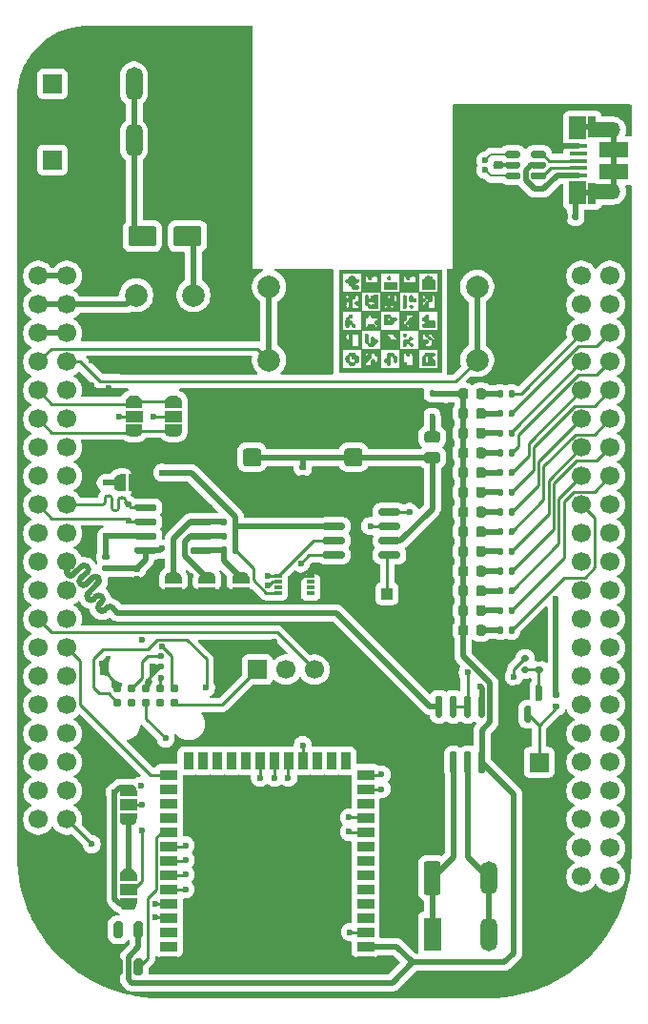
<source format=gtl>
G04 #@! TF.GenerationSoftware,KiCad,Pcbnew,9.0.6+1*
G04 #@! TF.CreationDate,2025-12-07T10:10:38+00:00*
G04 #@! TF.ProjectId,com4bbb,636f6d34-6262-4622-9e6b-696361645f70,0.2*
G04 #@! TF.SameCoordinates,Original*
G04 #@! TF.FileFunction,Copper,L1,Top*
G04 #@! TF.FilePolarity,Positive*
%FSLAX46Y46*%
G04 Gerber Fmt 4.6, Leading zero omitted, Abs format (unit mm)*
G04 Created by KiCad (PCBNEW 9.0.6+1) date 2025-12-07 10:10:38*
%MOMM*%
%LPD*%
G01*
G04 APERTURE LIST*
G04 #@! TA.AperFunction,EtchedComponent*
%ADD10C,0.010000*%
G04 #@! TD*
G04 #@! TA.AperFunction,ComponentPad*
%ADD11R,1.700000X1.700000*%
G04 #@! TD*
G04 #@! TA.AperFunction,ComponentPad*
%ADD12C,1.700000*%
G04 #@! TD*
G04 #@! TA.AperFunction,ComponentPad*
%ADD13R,1.500000X3.000000*%
G04 #@! TD*
G04 #@! TA.AperFunction,ComponentPad*
%ADD14O,1.500000X3.000000*%
G04 #@! TD*
G04 #@! TA.AperFunction,SMDPad,CuDef*
%ADD15R,1.500000X1.000000*%
G04 #@! TD*
G04 #@! TA.AperFunction,ComponentPad*
%ADD16C,2.000000*%
G04 #@! TD*
G04 #@! TA.AperFunction,SMDPad,CuDef*
%ADD17R,1.500000X0.900000*%
G04 #@! TD*
G04 #@! TA.AperFunction,SMDPad,CuDef*
%ADD18R,0.900000X1.500000*%
G04 #@! TD*
G04 #@! TA.AperFunction,SMDPad,CuDef*
%ADD19R,0.900000X0.900000*%
G04 #@! TD*
G04 #@! TA.AperFunction,ConnectorPad*
%ADD20C,0.787400*%
G04 #@! TD*
G04 #@! TA.AperFunction,ComponentPad*
%ADD21C,1.600000*%
G04 #@! TD*
G04 #@! TA.AperFunction,SMDPad,CuDef*
%ADD22R,1.000000X1.000000*%
G04 #@! TD*
G04 #@! TA.AperFunction,SMDPad,CuDef*
%ADD23R,1.650000X0.400000*%
G04 #@! TD*
G04 #@! TA.AperFunction,SMDPad,CuDef*
%ADD24R,0.700000X1.825000*%
G04 #@! TD*
G04 #@! TA.AperFunction,SMDPad,CuDef*
%ADD25R,1.500000X2.000000*%
G04 #@! TD*
G04 #@! TA.AperFunction,SMDPad,CuDef*
%ADD26R,2.000000X1.350000*%
G04 #@! TD*
G04 #@! TA.AperFunction,HeatsinkPad*
%ADD27O,1.700000X1.350000*%
G04 #@! TD*
G04 #@! TA.AperFunction,HeatsinkPad*
%ADD28O,1.500000X1.100000*%
G04 #@! TD*
G04 #@! TA.AperFunction,SMDPad,CuDef*
%ADD29R,2.500000X1.430000*%
G04 #@! TD*
G04 #@! TA.AperFunction,SMDPad,CuDef*
%ADD30R,0.750000X0.300000*%
G04 #@! TD*
G04 #@! TA.AperFunction,SMDPad,CuDef*
%ADD31R,1.300000X1.500000*%
G04 #@! TD*
G04 #@! TA.AperFunction,ViaPad*
%ADD32C,0.600000*%
G04 #@! TD*
G04 #@! TA.AperFunction,Conductor*
%ADD33C,0.250000*%
G04 #@! TD*
G04 #@! TA.AperFunction,Conductor*
%ADD34C,0.500000*%
G04 #@! TD*
G04 #@! TA.AperFunction,Conductor*
%ADD35C,0.200000*%
G04 #@! TD*
G04 APERTURE END LIST*
D10*
X148186117Y-66052317D02*
X147054083Y-66052317D01*
X147054083Y-65486300D01*
X148186117Y-65486300D01*
X148186117Y-66052317D01*
G04 #@! TA.AperFunction,EtchedComponent*
G36*
X148186117Y-66052317D02*
G01*
X147054083Y-66052317D01*
X147054083Y-65486300D01*
X148186117Y-65486300D01*
X148186117Y-66052317D01*
G37*
G04 #@! TD.AperFunction*
X147596845Y-64970312D02*
X147620100Y-65061787D01*
X147570071Y-65180036D01*
X147478596Y-65203292D01*
X147360348Y-65153262D01*
X147337092Y-65061787D01*
X147387121Y-64943539D01*
X147478596Y-64920283D01*
X147596845Y-64970312D01*
G04 #@! TA.AperFunction,EtchedComponent*
G36*
X147596845Y-64970312D02*
G01*
X147620100Y-65061787D01*
X147570071Y-65180036D01*
X147478596Y-65203292D01*
X147360348Y-65153262D01*
X147337092Y-65061787D01*
X147387121Y-64943539D01*
X147478596Y-64920283D01*
X147596845Y-64970312D01*
G37*
G04 #@! TD.AperFunction*
X149011886Y-70064463D02*
X149035142Y-70155938D01*
X148985113Y-70274186D01*
X148893638Y-70297442D01*
X148775389Y-70247413D01*
X148752134Y-70155938D01*
X148802163Y-70037689D01*
X148893638Y-70014434D01*
X149011886Y-70064463D01*
G04 #@! TA.AperFunction,EtchedComponent*
G36*
X149011886Y-70064463D02*
G01*
X149035142Y-70155938D01*
X148985113Y-70274186D01*
X148893638Y-70297442D01*
X148775389Y-70247413D01*
X148752134Y-70155938D01*
X148802163Y-70037689D01*
X148893638Y-70014434D01*
X149011886Y-70064463D01*
G37*
G04 #@! TD.AperFunction*
X149577903Y-67517388D02*
X149601159Y-67608863D01*
X149551129Y-67727111D01*
X149459655Y-67750367D01*
X149341406Y-67700337D01*
X149318150Y-67608863D01*
X149368180Y-67490614D01*
X149459655Y-67467358D01*
X149577903Y-67517388D01*
G04 #@! TA.AperFunction,EtchedComponent*
G36*
X149577903Y-67517388D02*
G01*
X149601159Y-67608863D01*
X149551129Y-67727111D01*
X149459655Y-67750367D01*
X149341406Y-67700337D01*
X149318150Y-67608863D01*
X149368180Y-67490614D01*
X149459655Y-67467358D01*
X149577903Y-67517388D01*
G37*
G04 #@! TD.AperFunction*
X151275953Y-70347471D02*
X151299209Y-70438946D01*
X151249180Y-70557195D01*
X151157705Y-70580450D01*
X151039456Y-70530421D01*
X151016200Y-70438946D01*
X151066230Y-70320698D01*
X151157705Y-70297442D01*
X151275953Y-70347471D01*
G04 #@! TA.AperFunction,EtchedComponent*
G36*
X151275953Y-70347471D02*
G01*
X151299209Y-70438946D01*
X151249180Y-70557195D01*
X151157705Y-70580450D01*
X151039456Y-70530421D01*
X151016200Y-70438946D01*
X151066230Y-70320698D01*
X151157705Y-70297442D01*
X151275953Y-70347471D01*
G37*
G04 #@! TD.AperFunction*
X149577903Y-66668363D02*
X149601159Y-66759838D01*
X149651188Y-66878086D01*
X149742663Y-66901342D01*
X149860911Y-66951371D01*
X149884167Y-67042846D01*
X149860434Y-67135423D01*
X149764510Y-67176339D01*
X149601159Y-67184350D01*
X149420010Y-67177542D01*
X149339517Y-67129885D01*
X149318831Y-67000531D01*
X149318150Y-66901342D01*
X149330017Y-66716187D01*
X149377979Y-66634356D01*
X149459655Y-66618333D01*
X149577903Y-66668363D01*
G04 #@! TA.AperFunction,EtchedComponent*
G36*
X149577903Y-66668363D02*
G01*
X149601159Y-66759838D01*
X149651188Y-66878086D01*
X149742663Y-66901342D01*
X149860911Y-66951371D01*
X149884167Y-67042846D01*
X149860434Y-67135423D01*
X149764510Y-67176339D01*
X149601159Y-67184350D01*
X149420010Y-67177542D01*
X149339517Y-67129885D01*
X149318831Y-67000531D01*
X149318150Y-66901342D01*
X149330017Y-66716187D01*
X149377979Y-66634356D01*
X149459655Y-66618333D01*
X149577903Y-66668363D01*
G37*
G04 #@! TD.AperFunction*
X148964141Y-66630150D02*
X149006396Y-66684577D01*
X149027517Y-66810078D01*
X149034621Y-67035115D01*
X149035142Y-67184350D01*
X149032188Y-67466364D01*
X149018581Y-67635382D01*
X148987206Y-67719867D01*
X148930946Y-67748284D01*
X148893638Y-67750367D01*
X148823134Y-67738550D01*
X148780880Y-67684123D01*
X148759759Y-67558623D01*
X148752654Y-67333585D01*
X148752134Y-67184350D01*
X148755088Y-66902336D01*
X148768695Y-66733318D01*
X148800070Y-66648833D01*
X148856329Y-66620416D01*
X148893638Y-66618333D01*
X148964141Y-66630150D01*
G04 #@! TA.AperFunction,EtchedComponent*
G36*
X148964141Y-66630150D02*
G01*
X149006396Y-66684577D01*
X149027517Y-66810078D01*
X149034621Y-67035115D01*
X149035142Y-67184350D01*
X149032188Y-67466364D01*
X149018581Y-67635382D01*
X148987206Y-67719867D01*
X148930946Y-67748284D01*
X148893638Y-67750367D01*
X148823134Y-67738550D01*
X148780880Y-67684123D01*
X148759759Y-67558623D01*
X148752654Y-67333585D01*
X148752134Y-67184350D01*
X148755088Y-66902336D01*
X148768695Y-66733318D01*
X148800070Y-66648833D01*
X148856329Y-66620416D01*
X148893638Y-66618333D01*
X148964141Y-66630150D01*
G37*
G04 #@! TD.AperFunction*
X151201355Y-64932150D02*
X151283186Y-64980112D01*
X151299209Y-65061787D01*
X151349238Y-65180036D01*
X151440713Y-65203292D01*
X151519746Y-65218781D01*
X151562451Y-65286823D01*
X151579616Y-65439780D01*
X151582217Y-65627804D01*
X151582217Y-66052317D01*
X150450184Y-66052317D01*
X150450184Y-65627804D01*
X150455347Y-65390705D01*
X150478028Y-65262589D01*
X150529013Y-65211096D01*
X150591688Y-65203292D01*
X150709936Y-65153262D01*
X150733192Y-65061787D01*
X150756925Y-64969210D01*
X150852849Y-64928295D01*
X151016200Y-64920283D01*
X151201355Y-64932150D01*
G04 #@! TA.AperFunction,EtchedComponent*
G36*
X151201355Y-64932150D02*
G01*
X151283186Y-64980112D01*
X151299209Y-65061787D01*
X151349238Y-65180036D01*
X151440713Y-65203292D01*
X151519746Y-65218781D01*
X151562451Y-65286823D01*
X151579616Y-65439780D01*
X151582217Y-65627804D01*
X151582217Y-66052317D01*
X150450184Y-66052317D01*
X150450184Y-65627804D01*
X150455347Y-65390705D01*
X150478028Y-65262589D01*
X150529013Y-65211096D01*
X150591688Y-65203292D01*
X150709936Y-65153262D01*
X150733192Y-65061787D01*
X150756925Y-64969210D01*
X150852849Y-64928295D01*
X151016200Y-64920283D01*
X151201355Y-64932150D01*
G37*
G04 #@! TD.AperFunction*
X147522246Y-68328250D02*
X147604077Y-68376212D01*
X147620100Y-68457888D01*
X147643833Y-68550465D01*
X147739757Y-68591380D01*
X147903109Y-68599392D01*
X148088263Y-68611258D01*
X148170094Y-68659220D01*
X148186117Y-68740896D01*
X148136088Y-68859145D01*
X148044613Y-68882400D01*
X147926364Y-68932429D01*
X147903109Y-69023904D01*
X147887619Y-69102937D01*
X147819577Y-69145643D01*
X147666620Y-69162807D01*
X147478596Y-69165409D01*
X147054083Y-69165409D01*
X147054083Y-68740896D01*
X147337092Y-68740896D01*
X147387121Y-68859145D01*
X147478596Y-68882400D01*
X147596845Y-68832371D01*
X147620100Y-68740896D01*
X147570071Y-68622648D01*
X147478596Y-68599392D01*
X147360348Y-68649421D01*
X147337092Y-68740896D01*
X147054083Y-68740896D01*
X147054083Y-68316383D01*
X147337092Y-68316383D01*
X147522246Y-68328250D01*
G04 #@! TA.AperFunction,EtchedComponent*
G36*
X147522246Y-68328250D02*
G01*
X147604077Y-68376212D01*
X147620100Y-68457888D01*
X147643833Y-68550465D01*
X147739757Y-68591380D01*
X147903109Y-68599392D01*
X148088263Y-68611258D01*
X148170094Y-68659220D01*
X148186117Y-68740896D01*
X148136088Y-68859145D01*
X148044613Y-68882400D01*
X147926364Y-68932429D01*
X147903109Y-69023904D01*
X147887619Y-69102937D01*
X147819577Y-69145643D01*
X147666620Y-69162807D01*
X147478596Y-69165409D01*
X147054083Y-69165409D01*
X147054083Y-68740896D01*
X147337092Y-68740896D01*
X147387121Y-68859145D01*
X147478596Y-68882400D01*
X147596845Y-68832371D01*
X147620100Y-68740896D01*
X147570071Y-68622648D01*
X147478596Y-68599392D01*
X147360348Y-68649421D01*
X147337092Y-68740896D01*
X147054083Y-68740896D01*
X147054083Y-68316383D01*
X147337092Y-68316383D01*
X147522246Y-68328250D01*
G37*
G04 #@! TD.AperFunction*
X149577903Y-70347471D02*
X149601159Y-70438946D01*
X149551129Y-70557195D01*
X149459655Y-70580450D01*
X149341406Y-70630480D01*
X149318150Y-70721955D01*
X149368180Y-70840203D01*
X149459655Y-70863459D01*
X149577903Y-70913488D01*
X149601159Y-71004963D01*
X149551129Y-71123211D01*
X149459655Y-71146467D01*
X149341406Y-71096438D01*
X149318150Y-71004963D01*
X149268121Y-70886714D01*
X149176646Y-70863459D01*
X149058398Y-70913488D01*
X149035142Y-71004963D01*
X148985113Y-71123211D01*
X148893638Y-71146467D01*
X148801061Y-71122734D01*
X148760145Y-71026810D01*
X148752134Y-70863459D01*
X148758942Y-70682310D01*
X148806599Y-70601817D01*
X148935953Y-70581131D01*
X149035142Y-70580450D01*
X149220296Y-70568584D01*
X149302127Y-70520622D01*
X149318150Y-70438946D01*
X149368180Y-70320698D01*
X149459655Y-70297442D01*
X149577903Y-70347471D01*
G04 #@! TA.AperFunction,EtchedComponent*
G36*
X149577903Y-70347471D02*
G01*
X149601159Y-70438946D01*
X149551129Y-70557195D01*
X149459655Y-70580450D01*
X149341406Y-70630480D01*
X149318150Y-70721955D01*
X149368180Y-70840203D01*
X149459655Y-70863459D01*
X149577903Y-70913488D01*
X149601159Y-71004963D01*
X149551129Y-71123211D01*
X149459655Y-71146467D01*
X149341406Y-71096438D01*
X149318150Y-71004963D01*
X149268121Y-70886714D01*
X149176646Y-70863459D01*
X149058398Y-70913488D01*
X149035142Y-71004963D01*
X148985113Y-71123211D01*
X148893638Y-71146467D01*
X148801061Y-71122734D01*
X148760145Y-71026810D01*
X148752134Y-70863459D01*
X148758942Y-70682310D01*
X148806599Y-70601817D01*
X148935953Y-70581131D01*
X149035142Y-70580450D01*
X149220296Y-70568584D01*
X149302127Y-70520622D01*
X149318150Y-70438946D01*
X149368180Y-70320698D01*
X149459655Y-70297442D01*
X149577903Y-70347471D01*
G37*
G04 #@! TD.AperFunction*
X150967273Y-68340116D02*
X151008189Y-68436040D01*
X151016200Y-68599392D01*
X151023009Y-68780540D01*
X151070665Y-68861033D01*
X151200020Y-68881720D01*
X151299209Y-68882400D01*
X151480357Y-68889208D01*
X151560850Y-68936865D01*
X151581537Y-69066220D01*
X151582217Y-69165409D01*
X151582217Y-69448417D01*
X151016200Y-69448417D01*
X150734187Y-69445463D01*
X150565169Y-69431856D01*
X150480683Y-69400481D01*
X150452267Y-69344221D01*
X150450184Y-69306913D01*
X150500213Y-69188664D01*
X150591688Y-69165409D01*
X150709936Y-69115379D01*
X150733192Y-69023904D01*
X150683163Y-68905656D01*
X150591688Y-68882400D01*
X150473439Y-68832371D01*
X150450184Y-68740896D01*
X150500213Y-68622648D01*
X150591688Y-68599392D01*
X150709936Y-68549363D01*
X150733192Y-68457888D01*
X150783221Y-68339639D01*
X150874696Y-68316383D01*
X150967273Y-68340116D01*
G04 #@! TA.AperFunction,EtchedComponent*
G36*
X150967273Y-68340116D02*
G01*
X151008189Y-68436040D01*
X151016200Y-68599392D01*
X151023009Y-68780540D01*
X151070665Y-68861033D01*
X151200020Y-68881720D01*
X151299209Y-68882400D01*
X151480357Y-68889208D01*
X151560850Y-68936865D01*
X151581537Y-69066220D01*
X151582217Y-69165409D01*
X151582217Y-69448417D01*
X151016200Y-69448417D01*
X150734187Y-69445463D01*
X150565169Y-69431856D01*
X150480683Y-69400481D01*
X150452267Y-69344221D01*
X150450184Y-69306913D01*
X150500213Y-69188664D01*
X150591688Y-69165409D01*
X150709936Y-69115379D01*
X150733192Y-69023904D01*
X150683163Y-68905656D01*
X150591688Y-68882400D01*
X150473439Y-68832371D01*
X150450184Y-68740896D01*
X150500213Y-68622648D01*
X150591688Y-68599392D01*
X150709936Y-68549363D01*
X150733192Y-68457888D01*
X150783221Y-68339639D01*
X150874696Y-68316383D01*
X150967273Y-68340116D01*
G37*
G04 #@! TD.AperFunction*
X144200744Y-68366413D02*
X144224000Y-68457888D01*
X144173971Y-68576136D01*
X144082496Y-68599392D01*
X143964247Y-68649421D01*
X143940992Y-68740896D01*
X143991021Y-68859145D01*
X144082496Y-68882400D01*
X144200744Y-68932429D01*
X144224000Y-69023904D01*
X144274029Y-69142153D01*
X144365504Y-69165409D01*
X144483753Y-69215438D01*
X144507008Y-69306913D01*
X144456979Y-69425161D01*
X144365504Y-69448417D01*
X144247256Y-69398388D01*
X144224000Y-69306913D01*
X144173971Y-69188664D01*
X144082496Y-69165409D01*
X143964247Y-69215438D01*
X143940992Y-69306913D01*
X143890962Y-69425161D01*
X143799487Y-69448417D01*
X143720454Y-69432927D01*
X143677749Y-69364885D01*
X143660585Y-69211929D01*
X143657983Y-69023904D01*
X143663146Y-68786806D01*
X143685827Y-68658690D01*
X143736813Y-68607196D01*
X143799487Y-68599392D01*
X143917736Y-68549363D01*
X143940992Y-68457888D01*
X143991021Y-68339639D01*
X144082496Y-68316383D01*
X144200744Y-68366413D01*
G04 #@! TA.AperFunction,EtchedComponent*
G36*
X144200744Y-68366413D02*
G01*
X144224000Y-68457888D01*
X144173971Y-68576136D01*
X144082496Y-68599392D01*
X143964247Y-68649421D01*
X143940992Y-68740896D01*
X143991021Y-68859145D01*
X144082496Y-68882400D01*
X144200744Y-68932429D01*
X144224000Y-69023904D01*
X144274029Y-69142153D01*
X144365504Y-69165409D01*
X144483753Y-69215438D01*
X144507008Y-69306913D01*
X144456979Y-69425161D01*
X144365504Y-69448417D01*
X144247256Y-69398388D01*
X144224000Y-69306913D01*
X144173971Y-69188664D01*
X144082496Y-69165409D01*
X143964247Y-69215438D01*
X143940992Y-69306913D01*
X143890962Y-69425161D01*
X143799487Y-69448417D01*
X143720454Y-69432927D01*
X143677749Y-69364885D01*
X143660585Y-69211929D01*
X143657983Y-69023904D01*
X143663146Y-68786806D01*
X143685827Y-68658690D01*
X143736813Y-68607196D01*
X143799487Y-68599392D01*
X143917736Y-68549363D01*
X143940992Y-68457888D01*
X143991021Y-68339639D01*
X144082496Y-68316383D01*
X144200744Y-68366413D01*
G37*
G04 #@! TD.AperFunction*
X144409154Y-64932150D02*
X144490985Y-64980112D01*
X144507008Y-65061787D01*
X144557038Y-65180036D01*
X144648512Y-65203292D01*
X144766761Y-65253321D01*
X144790017Y-65344796D01*
X144739987Y-65463044D01*
X144648512Y-65486300D01*
X144530264Y-65536329D01*
X144507008Y-65627804D01*
X144557038Y-65746053D01*
X144648512Y-65769308D01*
X144766761Y-65819338D01*
X144790017Y-65910812D01*
X144766284Y-66003390D01*
X144670360Y-66044305D01*
X144507008Y-66052317D01*
X144321854Y-66040450D01*
X144240023Y-65992488D01*
X144224000Y-65910812D01*
X144173971Y-65792564D01*
X144082496Y-65769308D01*
X143964247Y-65719279D01*
X143940992Y-65627804D01*
X143890962Y-65509556D01*
X143799487Y-65486300D01*
X143681239Y-65436271D01*
X143657983Y-65344796D01*
X143708012Y-65226547D01*
X143799487Y-65203292D01*
X143917736Y-65153262D01*
X143940992Y-65061787D01*
X143964724Y-64969210D01*
X144060648Y-64928295D01*
X144224000Y-64920283D01*
X144409154Y-64932150D01*
G04 #@! TA.AperFunction,EtchedComponent*
G36*
X144409154Y-64932150D02*
G01*
X144490985Y-64980112D01*
X144507008Y-65061787D01*
X144557038Y-65180036D01*
X144648512Y-65203292D01*
X144766761Y-65253321D01*
X144790017Y-65344796D01*
X144739987Y-65463044D01*
X144648512Y-65486300D01*
X144530264Y-65536329D01*
X144507008Y-65627804D01*
X144557038Y-65746053D01*
X144648512Y-65769308D01*
X144766761Y-65819338D01*
X144790017Y-65910812D01*
X144766284Y-66003390D01*
X144670360Y-66044305D01*
X144507008Y-66052317D01*
X144321854Y-66040450D01*
X144240023Y-65992488D01*
X144224000Y-65910812D01*
X144173971Y-65792564D01*
X144082496Y-65769308D01*
X143964247Y-65719279D01*
X143940992Y-65627804D01*
X143890962Y-65509556D01*
X143799487Y-65486300D01*
X143681239Y-65436271D01*
X143657983Y-65344796D01*
X143708012Y-65226547D01*
X143799487Y-65203292D01*
X143917736Y-65153262D01*
X143940992Y-65061787D01*
X143964724Y-64969210D01*
X144060648Y-64928295D01*
X144224000Y-64920283D01*
X144409154Y-64932150D01*
G37*
G04 #@! TD.AperFunction*
X145576570Y-70029923D02*
X145619276Y-70097966D01*
X145636440Y-70250922D01*
X145639042Y-70438946D01*
X145644205Y-70676045D01*
X145666886Y-70804161D01*
X145717871Y-70855654D01*
X145780546Y-70863459D01*
X145873123Y-70839726D01*
X145914039Y-70743802D01*
X145922050Y-70580450D01*
X145933916Y-70395296D01*
X145981878Y-70313465D01*
X146063554Y-70297442D01*
X146181803Y-70347471D01*
X146205058Y-70438946D01*
X146255088Y-70557195D01*
X146346563Y-70580450D01*
X146464811Y-70630480D01*
X146488067Y-70721955D01*
X146438037Y-70840203D01*
X146346563Y-70863459D01*
X146228314Y-70913488D01*
X146205058Y-71004963D01*
X146181326Y-71097540D01*
X146085402Y-71138456D01*
X145922050Y-71146467D01*
X145736896Y-71134601D01*
X145655065Y-71086639D01*
X145639042Y-71004963D01*
X145589012Y-70886714D01*
X145497538Y-70863459D01*
X145418505Y-70847969D01*
X145375799Y-70779927D01*
X145358635Y-70626971D01*
X145356033Y-70438946D01*
X145361197Y-70201847D01*
X145383877Y-70073732D01*
X145434863Y-70022238D01*
X145497538Y-70014434D01*
X145576570Y-70029923D01*
G04 #@! TA.AperFunction,EtchedComponent*
G36*
X145576570Y-70029923D02*
G01*
X145619276Y-70097966D01*
X145636440Y-70250922D01*
X145639042Y-70438946D01*
X145644205Y-70676045D01*
X145666886Y-70804161D01*
X145717871Y-70855654D01*
X145780546Y-70863459D01*
X145873123Y-70839726D01*
X145914039Y-70743802D01*
X145922050Y-70580450D01*
X145933916Y-70395296D01*
X145981878Y-70313465D01*
X146063554Y-70297442D01*
X146181803Y-70347471D01*
X146205058Y-70438946D01*
X146255088Y-70557195D01*
X146346563Y-70580450D01*
X146464811Y-70630480D01*
X146488067Y-70721955D01*
X146438037Y-70840203D01*
X146346563Y-70863459D01*
X146228314Y-70913488D01*
X146205058Y-71004963D01*
X146181326Y-71097540D01*
X146085402Y-71138456D01*
X145922050Y-71146467D01*
X145736896Y-71134601D01*
X145655065Y-71086639D01*
X145639042Y-71004963D01*
X145589012Y-70886714D01*
X145497538Y-70863459D01*
X145418505Y-70847969D01*
X145375799Y-70779927D01*
X145358635Y-70626971D01*
X145356033Y-70438946D01*
X145361197Y-70201847D01*
X145383877Y-70073732D01*
X145434863Y-70022238D01*
X145497538Y-70014434D01*
X145576570Y-70029923D01*
G37*
G04 #@! TD.AperFunction*
X147805255Y-71724350D02*
X147887086Y-71772312D01*
X147903109Y-71853988D01*
X147953138Y-71972236D01*
X148044613Y-71995492D01*
X148137190Y-72019225D01*
X148178105Y-72115149D01*
X148186117Y-72278500D01*
X148174251Y-72463655D01*
X148126289Y-72545486D01*
X148044613Y-72561509D01*
X147952036Y-72537776D01*
X147911120Y-72441852D01*
X147903109Y-72278500D01*
X147891242Y-72093346D01*
X147843280Y-72011515D01*
X147761604Y-71995492D01*
X147682571Y-72010982D01*
X147639866Y-72079024D01*
X147622702Y-72231980D01*
X147620100Y-72420005D01*
X147614937Y-72657104D01*
X147592256Y-72785219D01*
X147541271Y-72836713D01*
X147478596Y-72844517D01*
X147360348Y-72794488D01*
X147337092Y-72703013D01*
X147287063Y-72584765D01*
X147195588Y-72561509D01*
X147077339Y-72511480D01*
X147054083Y-72420005D01*
X147104113Y-72301756D01*
X147195588Y-72278500D01*
X147288165Y-72254768D01*
X147329080Y-72158844D01*
X147337092Y-71995492D01*
X147343900Y-71814344D01*
X147391557Y-71733851D01*
X147520911Y-71713164D01*
X147620100Y-71712484D01*
X147805255Y-71724350D01*
G04 #@! TA.AperFunction,EtchedComponent*
G36*
X147805255Y-71724350D02*
G01*
X147887086Y-71772312D01*
X147903109Y-71853988D01*
X147953138Y-71972236D01*
X148044613Y-71995492D01*
X148137190Y-72019225D01*
X148178105Y-72115149D01*
X148186117Y-72278500D01*
X148174251Y-72463655D01*
X148126289Y-72545486D01*
X148044613Y-72561509D01*
X147952036Y-72537776D01*
X147911120Y-72441852D01*
X147903109Y-72278500D01*
X147891242Y-72093346D01*
X147843280Y-72011515D01*
X147761604Y-71995492D01*
X147682571Y-72010982D01*
X147639866Y-72079024D01*
X147622702Y-72231980D01*
X147620100Y-72420005D01*
X147614937Y-72657104D01*
X147592256Y-72785219D01*
X147541271Y-72836713D01*
X147478596Y-72844517D01*
X147360348Y-72794488D01*
X147337092Y-72703013D01*
X147287063Y-72584765D01*
X147195588Y-72561509D01*
X147077339Y-72511480D01*
X147054083Y-72420005D01*
X147104113Y-72301756D01*
X147195588Y-72278500D01*
X147288165Y-72254768D01*
X147329080Y-72158844D01*
X147337092Y-71995492D01*
X147343900Y-71814344D01*
X147391557Y-71733851D01*
X147520911Y-71713164D01*
X147620100Y-71712484D01*
X147805255Y-71724350D01*
G37*
G04 #@! TD.AperFunction*
X146488067Y-67750367D02*
X146063554Y-67750367D01*
X145826455Y-67745204D01*
X145698340Y-67722523D01*
X145646846Y-67671537D01*
X145639042Y-67608863D01*
X145589012Y-67490614D01*
X145497538Y-67467358D01*
X145418505Y-67451869D01*
X145375799Y-67383827D01*
X145369294Y-67325854D01*
X145639042Y-67325854D01*
X145662775Y-67418431D01*
X145758698Y-67459347D01*
X145922050Y-67467358D01*
X146107204Y-67455492D01*
X146189035Y-67407530D01*
X146205058Y-67325854D01*
X146181326Y-67233277D01*
X146085402Y-67192362D01*
X145922050Y-67184350D01*
X145736896Y-67196216D01*
X145655065Y-67244178D01*
X145639042Y-67325854D01*
X145369294Y-67325854D01*
X145358635Y-67230870D01*
X145356033Y-67042846D01*
X145361197Y-66805747D01*
X145383877Y-66677631D01*
X145434863Y-66626138D01*
X145497538Y-66618333D01*
X145615786Y-66668363D01*
X145639042Y-66759838D01*
X145689071Y-66878086D01*
X145780546Y-66901342D01*
X145898794Y-66851312D01*
X145922050Y-66759838D01*
X145945783Y-66667260D01*
X146041707Y-66626345D01*
X146205058Y-66618333D01*
X146488067Y-66618333D01*
X146488067Y-67750367D01*
G04 #@! TA.AperFunction,EtchedComponent*
G36*
X146488067Y-67750367D02*
G01*
X146063554Y-67750367D01*
X145826455Y-67745204D01*
X145698340Y-67722523D01*
X145646846Y-67671537D01*
X145639042Y-67608863D01*
X145589012Y-67490614D01*
X145497538Y-67467358D01*
X145418505Y-67451869D01*
X145375799Y-67383827D01*
X145369294Y-67325854D01*
X145639042Y-67325854D01*
X145662775Y-67418431D01*
X145758698Y-67459347D01*
X145922050Y-67467358D01*
X146107204Y-67455492D01*
X146189035Y-67407530D01*
X146205058Y-67325854D01*
X146181326Y-67233277D01*
X146085402Y-67192362D01*
X145922050Y-67184350D01*
X145736896Y-67196216D01*
X145655065Y-67244178D01*
X145639042Y-67325854D01*
X145369294Y-67325854D01*
X145358635Y-67230870D01*
X145356033Y-67042846D01*
X145361197Y-66805747D01*
X145383877Y-66677631D01*
X145434863Y-66626138D01*
X145497538Y-66618333D01*
X145615786Y-66668363D01*
X145639042Y-66759838D01*
X145689071Y-66878086D01*
X145780546Y-66901342D01*
X145898794Y-66851312D01*
X145922050Y-66759838D01*
X145945783Y-66667260D01*
X146041707Y-66626345D01*
X146205058Y-66618333D01*
X146488067Y-66618333D01*
X146488067Y-67750367D01*
G37*
G04 #@! TD.AperFunction*
X151394804Y-71717647D02*
X151522919Y-71740328D01*
X151574413Y-71791313D01*
X151582217Y-71853988D01*
X151532188Y-71972236D01*
X151440713Y-71995492D01*
X151322465Y-72045521D01*
X151299209Y-72136996D01*
X151349238Y-72255245D01*
X151440713Y-72278500D01*
X151533290Y-72302233D01*
X151574206Y-72398157D01*
X151582217Y-72561509D01*
X151582217Y-72844517D01*
X150450184Y-72844517D01*
X150450184Y-72420005D01*
X150453265Y-72278500D01*
X150733192Y-72278500D01*
X150745059Y-72463655D01*
X150793020Y-72545486D01*
X150874696Y-72561509D01*
X150967273Y-72537776D01*
X151008189Y-72441852D01*
X151016200Y-72278500D01*
X151004334Y-72093346D01*
X150956372Y-72011515D01*
X150874696Y-71995492D01*
X150782119Y-72019225D01*
X150741204Y-72115149D01*
X150733192Y-72278500D01*
X150453265Y-72278500D01*
X150455347Y-72182906D01*
X150478028Y-72054790D01*
X150529013Y-72003296D01*
X150591688Y-71995492D01*
X150709936Y-71945463D01*
X150733192Y-71853988D01*
X150748682Y-71774955D01*
X150816724Y-71732250D01*
X150969680Y-71715085D01*
X151157705Y-71712484D01*
X151394804Y-71717647D01*
G04 #@! TA.AperFunction,EtchedComponent*
G36*
X151394804Y-71717647D02*
G01*
X151522919Y-71740328D01*
X151574413Y-71791313D01*
X151582217Y-71853988D01*
X151532188Y-71972236D01*
X151440713Y-71995492D01*
X151322465Y-72045521D01*
X151299209Y-72136996D01*
X151349238Y-72255245D01*
X151440713Y-72278500D01*
X151533290Y-72302233D01*
X151574206Y-72398157D01*
X151582217Y-72561509D01*
X151582217Y-72844517D01*
X150450184Y-72844517D01*
X150450184Y-72420005D01*
X150453265Y-72278500D01*
X150733192Y-72278500D01*
X150745059Y-72463655D01*
X150793020Y-72545486D01*
X150874696Y-72561509D01*
X150967273Y-72537776D01*
X151008189Y-72441852D01*
X151016200Y-72278500D01*
X151004334Y-72093346D01*
X150956372Y-72011515D01*
X150874696Y-71995492D01*
X150782119Y-72019225D01*
X150741204Y-72115149D01*
X150733192Y-72278500D01*
X150453265Y-72278500D01*
X150455347Y-72182906D01*
X150478028Y-72054790D01*
X150529013Y-72003296D01*
X150591688Y-71995492D01*
X150709936Y-71945463D01*
X150733192Y-71853988D01*
X150748682Y-71774955D01*
X150816724Y-71732250D01*
X150969680Y-71715085D01*
X151157705Y-71712484D01*
X151394804Y-71717647D01*
G37*
G04 #@! TD.AperFunction*
X144409154Y-71724350D02*
X144490985Y-71772312D01*
X144507008Y-71853988D01*
X144557038Y-71972236D01*
X144648512Y-71995492D01*
X144741090Y-72019225D01*
X144782005Y-72115149D01*
X144790017Y-72278500D01*
X144778150Y-72463655D01*
X144730188Y-72545486D01*
X144648512Y-72561509D01*
X144530264Y-72611538D01*
X144507008Y-72703013D01*
X144483275Y-72795590D01*
X144387352Y-72836506D01*
X144224000Y-72844517D01*
X144038846Y-72832651D01*
X143957015Y-72784689D01*
X143940992Y-72703013D01*
X143890962Y-72584765D01*
X143799487Y-72561509D01*
X143706910Y-72537776D01*
X143665995Y-72441852D01*
X143657983Y-72278500D01*
X143940992Y-72278500D01*
X143947800Y-72459649D01*
X143995457Y-72540142D01*
X144124811Y-72560828D01*
X144224000Y-72561509D01*
X144409154Y-72549642D01*
X144490985Y-72501681D01*
X144507008Y-72420005D01*
X144456979Y-72301756D01*
X144365504Y-72278500D01*
X144247256Y-72228471D01*
X144224000Y-72136996D01*
X144173971Y-72018748D01*
X144082496Y-71995492D01*
X143989919Y-72019225D01*
X143949003Y-72115149D01*
X143940992Y-72278500D01*
X143657983Y-72278500D01*
X143669850Y-72093346D01*
X143717812Y-72011515D01*
X143799487Y-71995492D01*
X143917736Y-71945463D01*
X143940992Y-71853988D01*
X143964724Y-71761411D01*
X144060648Y-71720495D01*
X144224000Y-71712484D01*
X144409154Y-71724350D01*
G04 #@! TA.AperFunction,EtchedComponent*
G36*
X144409154Y-71724350D02*
G01*
X144490985Y-71772312D01*
X144507008Y-71853988D01*
X144557038Y-71972236D01*
X144648512Y-71995492D01*
X144741090Y-72019225D01*
X144782005Y-72115149D01*
X144790017Y-72278500D01*
X144778150Y-72463655D01*
X144730188Y-72545486D01*
X144648512Y-72561509D01*
X144530264Y-72611538D01*
X144507008Y-72703013D01*
X144483275Y-72795590D01*
X144387352Y-72836506D01*
X144224000Y-72844517D01*
X144038846Y-72832651D01*
X143957015Y-72784689D01*
X143940992Y-72703013D01*
X143890962Y-72584765D01*
X143799487Y-72561509D01*
X143706910Y-72537776D01*
X143665995Y-72441852D01*
X143657983Y-72278500D01*
X143940992Y-72278500D01*
X143947800Y-72459649D01*
X143995457Y-72540142D01*
X144124811Y-72560828D01*
X144224000Y-72561509D01*
X144409154Y-72549642D01*
X144490985Y-72501681D01*
X144507008Y-72420005D01*
X144456979Y-72301756D01*
X144365504Y-72278500D01*
X144247256Y-72228471D01*
X144224000Y-72136996D01*
X144173971Y-72018748D01*
X144082496Y-71995492D01*
X143989919Y-72019225D01*
X143949003Y-72115149D01*
X143940992Y-72278500D01*
X143657983Y-72278500D01*
X143669850Y-72093346D01*
X143717812Y-72011515D01*
X143799487Y-71995492D01*
X143917736Y-71945463D01*
X143940992Y-71853988D01*
X143964724Y-71761411D01*
X144060648Y-71720495D01*
X144224000Y-71712484D01*
X144409154Y-71724350D01*
G37*
G04 #@! TD.AperFunction*
X146771075Y-69731425D02*
X148469125Y-69731425D01*
X148469125Y-69023904D01*
X148752134Y-69023904D01*
X148802163Y-69142153D01*
X148893638Y-69165409D01*
X149011886Y-69215438D01*
X149035142Y-69306913D01*
X149085171Y-69425161D01*
X149176646Y-69448417D01*
X149294895Y-69398388D01*
X149318150Y-69306913D01*
X149268121Y-69188664D01*
X149176646Y-69165409D01*
X149058398Y-69115379D01*
X149035142Y-69023904D01*
X149085171Y-68905656D01*
X149176646Y-68882400D01*
X149294895Y-68832371D01*
X149318150Y-68740896D01*
X149368180Y-68622648D01*
X149459655Y-68599392D01*
X149577903Y-68549363D01*
X149601159Y-68457888D01*
X149577426Y-68365311D01*
X149481502Y-68324395D01*
X149318150Y-68316383D01*
X149137002Y-68323192D01*
X149056509Y-68370848D01*
X149035823Y-68500203D01*
X149035142Y-68599392D01*
X149023276Y-68784546D01*
X148975314Y-68866377D01*
X148893638Y-68882400D01*
X148775389Y-68932429D01*
X148752134Y-69023904D01*
X148469125Y-69023904D01*
X148469125Y-68033375D01*
X150167175Y-68033375D01*
X150167175Y-69731425D01*
X148469125Y-69731425D01*
X148469125Y-71429475D01*
X146771075Y-71429475D01*
X146771075Y-70155938D01*
X147337092Y-70155938D01*
X147387121Y-70274186D01*
X147478596Y-70297442D01*
X147596845Y-70347471D01*
X147620100Y-70438946D01*
X147643833Y-70531523D01*
X147739757Y-70572439D01*
X147903109Y-70580450D01*
X148088263Y-70568584D01*
X148170094Y-70520622D01*
X148186117Y-70438946D01*
X148136088Y-70320698D01*
X148044613Y-70297442D01*
X147926364Y-70247413D01*
X147903109Y-70155938D01*
X147879376Y-70063361D01*
X147783452Y-70022445D01*
X147620100Y-70014434D01*
X147434946Y-70026300D01*
X147353115Y-70074262D01*
X147337092Y-70155938D01*
X146771075Y-70155938D01*
X146771075Y-69731425D01*
X145073025Y-69731425D01*
X145073025Y-69023904D01*
X145356033Y-69023904D01*
X145361197Y-69261003D01*
X145383877Y-69389119D01*
X145434863Y-69440613D01*
X145497538Y-69448417D01*
X145615786Y-69398388D01*
X145639042Y-69306913D01*
X145662775Y-69214336D01*
X145758698Y-69173420D01*
X145922050Y-69165409D01*
X146107204Y-69177275D01*
X146189035Y-69225237D01*
X146205058Y-69306913D01*
X146255088Y-69425161D01*
X146346563Y-69448417D01*
X146464811Y-69398388D01*
X146488067Y-69306913D01*
X146438037Y-69188664D01*
X146346563Y-69165409D01*
X146228314Y-69115379D01*
X146205058Y-69023904D01*
X146255088Y-68905656D01*
X146346563Y-68882400D01*
X146464811Y-68832371D01*
X146488067Y-68740896D01*
X146464334Y-68648319D01*
X146368410Y-68607403D01*
X146205058Y-68599392D01*
X146019904Y-68587525D01*
X145938073Y-68539564D01*
X145922050Y-68457888D01*
X145872021Y-68339639D01*
X145780546Y-68316383D01*
X145662297Y-68366413D01*
X145639042Y-68457888D01*
X145589012Y-68576136D01*
X145497538Y-68599392D01*
X145418505Y-68614881D01*
X145375799Y-68682924D01*
X145358635Y-68835880D01*
X145356033Y-69023904D01*
X145073025Y-69023904D01*
X145073025Y-68033375D01*
X146771075Y-68033375D01*
X146771075Y-69731425D01*
G04 #@! TA.AperFunction,EtchedComponent*
G36*
X146771075Y-69731425D02*
G01*
X148469125Y-69731425D01*
X148469125Y-69023904D01*
X148752134Y-69023904D01*
X148802163Y-69142153D01*
X148893638Y-69165409D01*
X149011886Y-69215438D01*
X149035142Y-69306913D01*
X149085171Y-69425161D01*
X149176646Y-69448417D01*
X149294895Y-69398388D01*
X149318150Y-69306913D01*
X149268121Y-69188664D01*
X149176646Y-69165409D01*
X149058398Y-69115379D01*
X149035142Y-69023904D01*
X149085171Y-68905656D01*
X149176646Y-68882400D01*
X149294895Y-68832371D01*
X149318150Y-68740896D01*
X149368180Y-68622648D01*
X149459655Y-68599392D01*
X149577903Y-68549363D01*
X149601159Y-68457888D01*
X149577426Y-68365311D01*
X149481502Y-68324395D01*
X149318150Y-68316383D01*
X149137002Y-68323192D01*
X149056509Y-68370848D01*
X149035823Y-68500203D01*
X149035142Y-68599392D01*
X149023276Y-68784546D01*
X148975314Y-68866377D01*
X148893638Y-68882400D01*
X148775389Y-68932429D01*
X148752134Y-69023904D01*
X148469125Y-69023904D01*
X148469125Y-68033375D01*
X150167175Y-68033375D01*
X150167175Y-69731425D01*
X148469125Y-69731425D01*
X148469125Y-71429475D01*
X146771075Y-71429475D01*
X146771075Y-70155938D01*
X147337092Y-70155938D01*
X147387121Y-70274186D01*
X147478596Y-70297442D01*
X147596845Y-70347471D01*
X147620100Y-70438946D01*
X147643833Y-70531523D01*
X147739757Y-70572439D01*
X147903109Y-70580450D01*
X148088263Y-70568584D01*
X148170094Y-70520622D01*
X148186117Y-70438946D01*
X148136088Y-70320698D01*
X148044613Y-70297442D01*
X147926364Y-70247413D01*
X147903109Y-70155938D01*
X147879376Y-70063361D01*
X147783452Y-70022445D01*
X147620100Y-70014434D01*
X147434946Y-70026300D01*
X147353115Y-70074262D01*
X147337092Y-70155938D01*
X146771075Y-70155938D01*
X146771075Y-69731425D01*
X145073025Y-69731425D01*
X145073025Y-69023904D01*
X145356033Y-69023904D01*
X145361197Y-69261003D01*
X145383877Y-69389119D01*
X145434863Y-69440613D01*
X145497538Y-69448417D01*
X145615786Y-69398388D01*
X145639042Y-69306913D01*
X145662775Y-69214336D01*
X145758698Y-69173420D01*
X145922050Y-69165409D01*
X146107204Y-69177275D01*
X146189035Y-69225237D01*
X146205058Y-69306913D01*
X146255088Y-69425161D01*
X146346563Y-69448417D01*
X146464811Y-69398388D01*
X146488067Y-69306913D01*
X146438037Y-69188664D01*
X146346563Y-69165409D01*
X146228314Y-69115379D01*
X146205058Y-69023904D01*
X146255088Y-68905656D01*
X146346563Y-68882400D01*
X146464811Y-68832371D01*
X146488067Y-68740896D01*
X146464334Y-68648319D01*
X146368410Y-68607403D01*
X146205058Y-68599392D01*
X146019904Y-68587525D01*
X145938073Y-68539564D01*
X145922050Y-68457888D01*
X145872021Y-68339639D01*
X145780546Y-68316383D01*
X145662297Y-68366413D01*
X145639042Y-68457888D01*
X145589012Y-68576136D01*
X145497538Y-68599392D01*
X145418505Y-68614881D01*
X145375799Y-68682924D01*
X145358635Y-68835880D01*
X145356033Y-69023904D01*
X145073025Y-69023904D01*
X145073025Y-68033375D01*
X146771075Y-68033375D01*
X146771075Y-69731425D01*
G37*
G04 #@! TD.AperFunction*
X148469125Y-68033375D02*
X146771075Y-68033375D01*
X146771075Y-67608863D01*
X147054083Y-67608863D01*
X147104113Y-67727111D01*
X147195588Y-67750367D01*
X147313836Y-67700337D01*
X147337092Y-67608863D01*
X147620100Y-67608863D01*
X147670129Y-67727111D01*
X147761604Y-67750367D01*
X147879853Y-67700337D01*
X147903109Y-67608863D01*
X147853079Y-67490614D01*
X147761604Y-67467358D01*
X147643356Y-67517388D01*
X147620100Y-67608863D01*
X147337092Y-67608863D01*
X147287063Y-67490614D01*
X147195588Y-67467358D01*
X147077339Y-67517388D01*
X147054083Y-67608863D01*
X146771075Y-67608863D01*
X146771075Y-66759838D01*
X147337092Y-66759838D01*
X147387121Y-66878086D01*
X147478596Y-66901342D01*
X147903109Y-66901342D01*
X147914975Y-67086496D01*
X147962937Y-67168327D01*
X148044613Y-67184350D01*
X148137190Y-67160617D01*
X148178105Y-67064693D01*
X148186117Y-66901342D01*
X148174251Y-66716187D01*
X148126289Y-66634356D01*
X148044613Y-66618333D01*
X147952036Y-66642066D01*
X147911120Y-66737990D01*
X147903109Y-66901342D01*
X147478596Y-66901342D01*
X147596845Y-66851312D01*
X147620100Y-66759838D01*
X147570071Y-66641589D01*
X147478596Y-66618333D01*
X147360348Y-66668363D01*
X147337092Y-66759838D01*
X146771075Y-66759838D01*
X146771075Y-66335325D01*
X148469125Y-66335325D01*
X148469125Y-68033375D01*
G04 #@! TA.AperFunction,EtchedComponent*
G36*
X148469125Y-68033375D02*
G01*
X146771075Y-68033375D01*
X146771075Y-67608863D01*
X147054083Y-67608863D01*
X147104113Y-67727111D01*
X147195588Y-67750367D01*
X147313836Y-67700337D01*
X147337092Y-67608863D01*
X147620100Y-67608863D01*
X147670129Y-67727111D01*
X147761604Y-67750367D01*
X147879853Y-67700337D01*
X147903109Y-67608863D01*
X147853079Y-67490614D01*
X147761604Y-67467358D01*
X147643356Y-67517388D01*
X147620100Y-67608863D01*
X147337092Y-67608863D01*
X147287063Y-67490614D01*
X147195588Y-67467358D01*
X147077339Y-67517388D01*
X147054083Y-67608863D01*
X146771075Y-67608863D01*
X146771075Y-66759838D01*
X147337092Y-66759838D01*
X147387121Y-66878086D01*
X147478596Y-66901342D01*
X147903109Y-66901342D01*
X147914975Y-67086496D01*
X147962937Y-67168327D01*
X148044613Y-67184350D01*
X148137190Y-67160617D01*
X148178105Y-67064693D01*
X148186117Y-66901342D01*
X148174251Y-66716187D01*
X148126289Y-66634356D01*
X148044613Y-66618333D01*
X147952036Y-66642066D01*
X147911120Y-66737990D01*
X147903109Y-66901342D01*
X147478596Y-66901342D01*
X147596845Y-66851312D01*
X147620100Y-66759838D01*
X147570071Y-66641589D01*
X147478596Y-66618333D01*
X147360348Y-66668363D01*
X147337092Y-66759838D01*
X146771075Y-66759838D01*
X146771075Y-66335325D01*
X148469125Y-66335325D01*
X148469125Y-68033375D01*
G37*
G04 #@! TD.AperFunction*
X152148234Y-73410534D02*
X143091967Y-73410534D01*
X143091967Y-71429475D01*
X143091967Y-71146467D01*
X144224000Y-71146467D01*
X144790017Y-71146467D01*
X144790017Y-70014434D01*
X144224000Y-70014434D01*
X144224000Y-71146467D01*
X143091967Y-71146467D01*
X143091967Y-70297442D01*
X143657983Y-70297442D01*
X143669850Y-70482596D01*
X143717812Y-70564427D01*
X143799487Y-70580450D01*
X143892065Y-70556718D01*
X143932980Y-70460794D01*
X143940992Y-70297442D01*
X143929125Y-70112288D01*
X143881163Y-70030457D01*
X143799487Y-70014434D01*
X143706910Y-70038166D01*
X143665995Y-70134090D01*
X143657983Y-70297442D01*
X143091967Y-70297442D01*
X143091967Y-69731425D01*
X143374975Y-69731425D01*
X145073025Y-69731425D01*
X145073025Y-71429475D01*
X143374975Y-71429475D01*
X143374975Y-73127526D01*
X145073025Y-73127526D01*
X145073025Y-72703013D01*
X145356033Y-72703013D01*
X145379766Y-72795590D01*
X145475690Y-72836506D01*
X145639042Y-72844517D01*
X145820190Y-72837709D01*
X145900683Y-72790052D01*
X145921370Y-72660698D01*
X145922050Y-72561509D01*
X145933916Y-72376355D01*
X145981878Y-72294523D01*
X146063554Y-72278500D01*
X146181803Y-72328530D01*
X146205058Y-72420005D01*
X146255088Y-72538253D01*
X146346563Y-72561509D01*
X146439140Y-72537776D01*
X146480055Y-72441852D01*
X146488067Y-72278500D01*
X146476200Y-72093346D01*
X146428238Y-72011515D01*
X146346563Y-71995492D01*
X146228314Y-71945463D01*
X146205058Y-71853988D01*
X146155029Y-71735739D01*
X146063554Y-71712484D01*
X145970977Y-71736217D01*
X145930062Y-71832140D01*
X145922050Y-71995492D01*
X145910184Y-72180646D01*
X145862222Y-72262478D01*
X145780546Y-72278500D01*
X145662297Y-72328530D01*
X145639042Y-72420005D01*
X145589012Y-72538253D01*
X145497538Y-72561509D01*
X145379289Y-72611538D01*
X145356033Y-72703013D01*
X145073025Y-72703013D01*
X145073025Y-71853988D01*
X145356033Y-71853988D01*
X145406063Y-71972236D01*
X145497538Y-71995492D01*
X145615786Y-71945463D01*
X145639042Y-71853988D01*
X145589012Y-71735739D01*
X145497538Y-71712484D01*
X145379289Y-71762513D01*
X145356033Y-71853988D01*
X145073025Y-71853988D01*
X145073025Y-71429475D01*
X146771075Y-71429475D01*
X146771075Y-73127526D01*
X148469125Y-73127526D01*
X148469125Y-72136996D01*
X148752134Y-72136996D01*
X148757297Y-72374095D01*
X148779978Y-72502211D01*
X148830963Y-72553704D01*
X148893638Y-72561509D01*
X149011886Y-72611538D01*
X149035142Y-72703013D01*
X149058875Y-72795590D01*
X149154799Y-72836506D01*
X149318150Y-72844517D01*
X149601159Y-72844517D01*
X149601159Y-72278500D01*
X149598204Y-71996487D01*
X149584598Y-71827469D01*
X149553223Y-71742983D01*
X149496963Y-71714567D01*
X149459655Y-71712484D01*
X149341406Y-71762513D01*
X149318150Y-71853988D01*
X149268121Y-71972236D01*
X149176646Y-71995492D01*
X149058398Y-71945463D01*
X149035142Y-71853988D01*
X148985113Y-71735739D01*
X148893638Y-71712484D01*
X148814605Y-71727973D01*
X148771900Y-71796016D01*
X148754735Y-71948972D01*
X148752134Y-72136996D01*
X148469125Y-72136996D01*
X148469125Y-71429475D01*
X150167175Y-71429475D01*
X150167175Y-73127526D01*
X151865226Y-73127526D01*
X151865226Y-71429475D01*
X150167175Y-71429475D01*
X150167175Y-70297442D01*
X150450184Y-70297442D01*
X150456992Y-70478590D01*
X150504649Y-70559083D01*
X150634003Y-70579770D01*
X150733192Y-70580450D01*
X150918346Y-70592317D01*
X151000178Y-70640279D01*
X151016200Y-70721955D01*
X150966171Y-70840203D01*
X150874696Y-70863459D01*
X150756448Y-70913488D01*
X150733192Y-71004963D01*
X150756925Y-71097540D01*
X150852849Y-71138456D01*
X151016200Y-71146467D01*
X151197349Y-71139659D01*
X151277842Y-71092002D01*
X151298528Y-70962648D01*
X151299209Y-70863459D01*
X151311075Y-70678304D01*
X151359037Y-70596473D01*
X151440713Y-70580450D01*
X151558962Y-70530421D01*
X151582217Y-70438946D01*
X151532188Y-70320698D01*
X151440713Y-70297442D01*
X151322465Y-70247413D01*
X151299209Y-70155938D01*
X151249180Y-70037689D01*
X151157705Y-70014434D01*
X151039456Y-70064463D01*
X151016200Y-70155938D01*
X150966171Y-70274186D01*
X150874696Y-70297442D01*
X150756448Y-70247413D01*
X150733192Y-70155938D01*
X150683163Y-70037689D01*
X150591688Y-70014434D01*
X150499111Y-70038166D01*
X150458195Y-70134090D01*
X150450184Y-70297442D01*
X150167175Y-70297442D01*
X150167175Y-69731425D01*
X151865226Y-69731425D01*
X151865226Y-68033375D01*
X150167175Y-68033375D01*
X150167175Y-67325854D01*
X150450184Y-67325854D01*
X150500213Y-67444103D01*
X150591688Y-67467358D01*
X150709936Y-67417329D01*
X150733192Y-67325854D01*
X150783221Y-67207606D01*
X150874696Y-67184350D01*
X150967273Y-67208083D01*
X151008189Y-67304007D01*
X151016200Y-67467358D01*
X151023009Y-67648507D01*
X151070665Y-67729000D01*
X151200020Y-67749686D01*
X151299209Y-67750367D01*
X151582217Y-67750367D01*
X151582217Y-67184350D01*
X151579263Y-66902336D01*
X151565656Y-66733318D01*
X151534281Y-66648833D01*
X151478022Y-66620416D01*
X151440713Y-66618333D01*
X151348136Y-66642066D01*
X151307220Y-66737990D01*
X151299209Y-66901342D01*
X151287342Y-67086496D01*
X151239381Y-67168327D01*
X151157705Y-67184350D01*
X151039456Y-67134321D01*
X151016200Y-67042846D01*
X150966171Y-66924597D01*
X150874696Y-66901342D01*
X150756448Y-66851312D01*
X150733192Y-66759838D01*
X150683163Y-66641589D01*
X150591688Y-66618333D01*
X150473439Y-66668363D01*
X150450184Y-66759838D01*
X150500213Y-66878086D01*
X150591688Y-66901342D01*
X150709936Y-66951371D01*
X150733192Y-67042846D01*
X150683163Y-67161094D01*
X150591688Y-67184350D01*
X150473439Y-67234379D01*
X150450184Y-67325854D01*
X150167175Y-67325854D01*
X150167175Y-66759838D01*
X150167175Y-66335325D01*
X151865226Y-66335325D01*
X151865226Y-64637275D01*
X150167175Y-64637275D01*
X150167175Y-66335325D01*
X148469125Y-66335325D01*
X148469125Y-65486300D01*
X148752134Y-65486300D01*
X149884167Y-65486300D01*
X149884167Y-65203292D01*
X149877359Y-65022143D01*
X149829702Y-64941650D01*
X149700348Y-64920964D01*
X149601159Y-64920283D01*
X149416004Y-64932150D01*
X149334173Y-64980112D01*
X149318150Y-65061787D01*
X149268121Y-65180036D01*
X149176646Y-65203292D01*
X149058398Y-65153262D01*
X149035142Y-65061787D01*
X148985113Y-64943539D01*
X148893638Y-64920283D01*
X148801061Y-64944016D01*
X148760145Y-65039940D01*
X148752134Y-65203292D01*
X148752134Y-65486300D01*
X148469125Y-65486300D01*
X148469125Y-65203292D01*
X148469125Y-64637275D01*
X146771075Y-64637275D01*
X146771075Y-66335325D01*
X145073025Y-66335325D01*
X145073025Y-68033375D01*
X143374975Y-68033375D01*
X143374975Y-69731425D01*
X143091967Y-69731425D01*
X143091967Y-68033375D01*
X143091967Y-67467358D01*
X143657983Y-67467358D01*
X143669850Y-67652513D01*
X143717812Y-67734344D01*
X143799487Y-67750367D01*
X144224000Y-67750367D01*
X144507008Y-67750367D01*
X144692163Y-67738500D01*
X144773994Y-67690538D01*
X144790017Y-67608863D01*
X144739987Y-67490614D01*
X144648512Y-67467358D01*
X144530264Y-67417329D01*
X144507008Y-67325854D01*
X144557038Y-67207606D01*
X144648512Y-67184350D01*
X144741090Y-67160617D01*
X144782005Y-67064693D01*
X144790017Y-66901342D01*
X144778150Y-66716187D01*
X144730188Y-66634356D01*
X144648512Y-66618333D01*
X144530264Y-66668363D01*
X144507008Y-66759838D01*
X144456979Y-66878086D01*
X144365504Y-66901342D01*
X144286471Y-66916831D01*
X144243766Y-66984874D01*
X144226601Y-67137830D01*
X144224000Y-67325854D01*
X144224000Y-67750367D01*
X143799487Y-67750367D01*
X143892065Y-67726634D01*
X143932980Y-67630710D01*
X143940992Y-67467358D01*
X143931923Y-67325854D01*
X143929125Y-67282204D01*
X143881163Y-67200373D01*
X143799487Y-67184350D01*
X143706910Y-67208083D01*
X143665995Y-67304007D01*
X143657983Y-67467358D01*
X143091967Y-67467358D01*
X143091967Y-66759838D01*
X143657983Y-66759838D01*
X143708012Y-66878086D01*
X143799487Y-66901342D01*
X143917736Y-66851312D01*
X143940992Y-66759838D01*
X143890962Y-66641589D01*
X143799487Y-66618333D01*
X143681239Y-66668363D01*
X143657983Y-66759838D01*
X143091967Y-66759838D01*
X143091967Y-66335325D01*
X143374975Y-66335325D01*
X145073025Y-66335325D01*
X145073025Y-65486300D01*
X145356033Y-65486300D01*
X146488067Y-65486300D01*
X146488067Y-65203292D01*
X146481259Y-65022143D01*
X146433602Y-64941650D01*
X146304247Y-64920964D01*
X146205058Y-64920283D01*
X146019904Y-64932150D01*
X145938073Y-64980112D01*
X145922050Y-65061787D01*
X145872021Y-65180036D01*
X145780546Y-65203292D01*
X145662297Y-65153262D01*
X145639042Y-65061787D01*
X145589012Y-64943539D01*
X145497538Y-64920283D01*
X145404960Y-64944016D01*
X145364045Y-65039940D01*
X145356033Y-65203292D01*
X145356033Y-65486300D01*
X145073025Y-65486300D01*
X145073025Y-65203292D01*
X145073025Y-64637275D01*
X143374975Y-64637275D01*
X143374975Y-66335325D01*
X143091967Y-66335325D01*
X143091967Y-64637275D01*
X143091967Y-64354267D01*
X152148234Y-64354267D01*
X152148234Y-73410534D01*
G04 #@! TA.AperFunction,EtchedComponent*
G36*
X152148234Y-73410534D02*
G01*
X143091967Y-73410534D01*
X143091967Y-71429475D01*
X143091967Y-71146467D01*
X144224000Y-71146467D01*
X144790017Y-71146467D01*
X144790017Y-70014434D01*
X144224000Y-70014434D01*
X144224000Y-71146467D01*
X143091967Y-71146467D01*
X143091967Y-70297442D01*
X143657983Y-70297442D01*
X143669850Y-70482596D01*
X143717812Y-70564427D01*
X143799487Y-70580450D01*
X143892065Y-70556718D01*
X143932980Y-70460794D01*
X143940992Y-70297442D01*
X143929125Y-70112288D01*
X143881163Y-70030457D01*
X143799487Y-70014434D01*
X143706910Y-70038166D01*
X143665995Y-70134090D01*
X143657983Y-70297442D01*
X143091967Y-70297442D01*
X143091967Y-69731425D01*
X143374975Y-69731425D01*
X145073025Y-69731425D01*
X145073025Y-71429475D01*
X143374975Y-71429475D01*
X143374975Y-73127526D01*
X145073025Y-73127526D01*
X145073025Y-72703013D01*
X145356033Y-72703013D01*
X145379766Y-72795590D01*
X145475690Y-72836506D01*
X145639042Y-72844517D01*
X145820190Y-72837709D01*
X145900683Y-72790052D01*
X145921370Y-72660698D01*
X145922050Y-72561509D01*
X145933916Y-72376355D01*
X145981878Y-72294523D01*
X146063554Y-72278500D01*
X146181803Y-72328530D01*
X146205058Y-72420005D01*
X146255088Y-72538253D01*
X146346563Y-72561509D01*
X146439140Y-72537776D01*
X146480055Y-72441852D01*
X146488067Y-72278500D01*
X146476200Y-72093346D01*
X146428238Y-72011515D01*
X146346563Y-71995492D01*
X146228314Y-71945463D01*
X146205058Y-71853988D01*
X146155029Y-71735739D01*
X146063554Y-71712484D01*
X145970977Y-71736217D01*
X145930062Y-71832140D01*
X145922050Y-71995492D01*
X145910184Y-72180646D01*
X145862222Y-72262478D01*
X145780546Y-72278500D01*
X145662297Y-72328530D01*
X145639042Y-72420005D01*
X145589012Y-72538253D01*
X145497538Y-72561509D01*
X145379289Y-72611538D01*
X145356033Y-72703013D01*
X145073025Y-72703013D01*
X145073025Y-71853988D01*
X145356033Y-71853988D01*
X145406063Y-71972236D01*
X145497538Y-71995492D01*
X145615786Y-71945463D01*
X145639042Y-71853988D01*
X145589012Y-71735739D01*
X145497538Y-71712484D01*
X145379289Y-71762513D01*
X145356033Y-71853988D01*
X145073025Y-71853988D01*
X145073025Y-71429475D01*
X146771075Y-71429475D01*
X146771075Y-73127526D01*
X148469125Y-73127526D01*
X148469125Y-72136996D01*
X148752134Y-72136996D01*
X148757297Y-72374095D01*
X148779978Y-72502211D01*
X148830963Y-72553704D01*
X148893638Y-72561509D01*
X149011886Y-72611538D01*
X149035142Y-72703013D01*
X149058875Y-72795590D01*
X149154799Y-72836506D01*
X149318150Y-72844517D01*
X149601159Y-72844517D01*
X149601159Y-72278500D01*
X149598204Y-71996487D01*
X149584598Y-71827469D01*
X149553223Y-71742983D01*
X149496963Y-71714567D01*
X149459655Y-71712484D01*
X149341406Y-71762513D01*
X149318150Y-71853988D01*
X149268121Y-71972236D01*
X149176646Y-71995492D01*
X149058398Y-71945463D01*
X149035142Y-71853988D01*
X148985113Y-71735739D01*
X148893638Y-71712484D01*
X148814605Y-71727973D01*
X148771900Y-71796016D01*
X148754735Y-71948972D01*
X148752134Y-72136996D01*
X148469125Y-72136996D01*
X148469125Y-71429475D01*
X150167175Y-71429475D01*
X150167175Y-73127526D01*
X151865226Y-73127526D01*
X151865226Y-71429475D01*
X150167175Y-71429475D01*
X150167175Y-70297442D01*
X150450184Y-70297442D01*
X150456992Y-70478590D01*
X150504649Y-70559083D01*
X150634003Y-70579770D01*
X150733192Y-70580450D01*
X150918346Y-70592317D01*
X151000178Y-70640279D01*
X151016200Y-70721955D01*
X150966171Y-70840203D01*
X150874696Y-70863459D01*
X150756448Y-70913488D01*
X150733192Y-71004963D01*
X150756925Y-71097540D01*
X150852849Y-71138456D01*
X151016200Y-71146467D01*
X151197349Y-71139659D01*
X151277842Y-71092002D01*
X151298528Y-70962648D01*
X151299209Y-70863459D01*
X151311075Y-70678304D01*
X151359037Y-70596473D01*
X151440713Y-70580450D01*
X151558962Y-70530421D01*
X151582217Y-70438946D01*
X151532188Y-70320698D01*
X151440713Y-70297442D01*
X151322465Y-70247413D01*
X151299209Y-70155938D01*
X151249180Y-70037689D01*
X151157705Y-70014434D01*
X151039456Y-70064463D01*
X151016200Y-70155938D01*
X150966171Y-70274186D01*
X150874696Y-70297442D01*
X150756448Y-70247413D01*
X150733192Y-70155938D01*
X150683163Y-70037689D01*
X150591688Y-70014434D01*
X150499111Y-70038166D01*
X150458195Y-70134090D01*
X150450184Y-70297442D01*
X150167175Y-70297442D01*
X150167175Y-69731425D01*
X151865226Y-69731425D01*
X151865226Y-68033375D01*
X150167175Y-68033375D01*
X150167175Y-67325854D01*
X150450184Y-67325854D01*
X150500213Y-67444103D01*
X150591688Y-67467358D01*
X150709936Y-67417329D01*
X150733192Y-67325854D01*
X150783221Y-67207606D01*
X150874696Y-67184350D01*
X150967273Y-67208083D01*
X151008189Y-67304007D01*
X151016200Y-67467358D01*
X151023009Y-67648507D01*
X151070665Y-67729000D01*
X151200020Y-67749686D01*
X151299209Y-67750367D01*
X151582217Y-67750367D01*
X151582217Y-67184350D01*
X151579263Y-66902336D01*
X151565656Y-66733318D01*
X151534281Y-66648833D01*
X151478022Y-66620416D01*
X151440713Y-66618333D01*
X151348136Y-66642066D01*
X151307220Y-66737990D01*
X151299209Y-66901342D01*
X151287342Y-67086496D01*
X151239381Y-67168327D01*
X151157705Y-67184350D01*
X151039456Y-67134321D01*
X151016200Y-67042846D01*
X150966171Y-66924597D01*
X150874696Y-66901342D01*
X150756448Y-66851312D01*
X150733192Y-66759838D01*
X150683163Y-66641589D01*
X150591688Y-66618333D01*
X150473439Y-66668363D01*
X150450184Y-66759838D01*
X150500213Y-66878086D01*
X150591688Y-66901342D01*
X150709936Y-66951371D01*
X150733192Y-67042846D01*
X150683163Y-67161094D01*
X150591688Y-67184350D01*
X150473439Y-67234379D01*
X150450184Y-67325854D01*
X150167175Y-67325854D01*
X150167175Y-66759838D01*
X150167175Y-66335325D01*
X151865226Y-66335325D01*
X151865226Y-64637275D01*
X150167175Y-64637275D01*
X150167175Y-66335325D01*
X148469125Y-66335325D01*
X148469125Y-65486300D01*
X148752134Y-65486300D01*
X149884167Y-65486300D01*
X149884167Y-65203292D01*
X149877359Y-65022143D01*
X149829702Y-64941650D01*
X149700348Y-64920964D01*
X149601159Y-64920283D01*
X149416004Y-64932150D01*
X149334173Y-64980112D01*
X149318150Y-65061787D01*
X149268121Y-65180036D01*
X149176646Y-65203292D01*
X149058398Y-65153262D01*
X149035142Y-65061787D01*
X148985113Y-64943539D01*
X148893638Y-64920283D01*
X148801061Y-64944016D01*
X148760145Y-65039940D01*
X148752134Y-65203292D01*
X148752134Y-65486300D01*
X148469125Y-65486300D01*
X148469125Y-65203292D01*
X148469125Y-64637275D01*
X146771075Y-64637275D01*
X146771075Y-66335325D01*
X145073025Y-66335325D01*
X145073025Y-68033375D01*
X143374975Y-68033375D01*
X143374975Y-69731425D01*
X143091967Y-69731425D01*
X143091967Y-68033375D01*
X143091967Y-67467358D01*
X143657983Y-67467358D01*
X143669850Y-67652513D01*
X143717812Y-67734344D01*
X143799487Y-67750367D01*
X144224000Y-67750367D01*
X144507008Y-67750367D01*
X144692163Y-67738500D01*
X144773994Y-67690538D01*
X144790017Y-67608863D01*
X144739987Y-67490614D01*
X144648512Y-67467358D01*
X144530264Y-67417329D01*
X144507008Y-67325854D01*
X144557038Y-67207606D01*
X144648512Y-67184350D01*
X144741090Y-67160617D01*
X144782005Y-67064693D01*
X144790017Y-66901342D01*
X144778150Y-66716187D01*
X144730188Y-66634356D01*
X144648512Y-66618333D01*
X144530264Y-66668363D01*
X144507008Y-66759838D01*
X144456979Y-66878086D01*
X144365504Y-66901342D01*
X144286471Y-66916831D01*
X144243766Y-66984874D01*
X144226601Y-67137830D01*
X144224000Y-67325854D01*
X144224000Y-67750367D01*
X143799487Y-67750367D01*
X143892065Y-67726634D01*
X143932980Y-67630710D01*
X143940992Y-67467358D01*
X143931923Y-67325854D01*
X143929125Y-67282204D01*
X143881163Y-67200373D01*
X143799487Y-67184350D01*
X143706910Y-67208083D01*
X143665995Y-67304007D01*
X143657983Y-67467358D01*
X143091967Y-67467358D01*
X143091967Y-66759838D01*
X143657983Y-66759838D01*
X143708012Y-66878086D01*
X143799487Y-66901342D01*
X143917736Y-66851312D01*
X143940992Y-66759838D01*
X143890962Y-66641589D01*
X143799487Y-66618333D01*
X143681239Y-66668363D01*
X143657983Y-66759838D01*
X143091967Y-66759838D01*
X143091967Y-66335325D01*
X143374975Y-66335325D01*
X145073025Y-66335325D01*
X145073025Y-65486300D01*
X145356033Y-65486300D01*
X146488067Y-65486300D01*
X146488067Y-65203292D01*
X146481259Y-65022143D01*
X146433602Y-64941650D01*
X146304247Y-64920964D01*
X146205058Y-64920283D01*
X146019904Y-64932150D01*
X145938073Y-64980112D01*
X145922050Y-65061787D01*
X145872021Y-65180036D01*
X145780546Y-65203292D01*
X145662297Y-65153262D01*
X145639042Y-65061787D01*
X145589012Y-64943539D01*
X145497538Y-64920283D01*
X145404960Y-64944016D01*
X145364045Y-65039940D01*
X145356033Y-65203292D01*
X145356033Y-65486300D01*
X145073025Y-65486300D01*
X145073025Y-65203292D01*
X145073025Y-64637275D01*
X143374975Y-64637275D01*
X143374975Y-66335325D01*
X143091967Y-66335325D01*
X143091967Y-64637275D01*
X143091967Y-64354267D01*
X152148234Y-64354267D01*
X152148234Y-73410534D01*
G37*
G04 #@! TD.AperFunction*
D11*
X164630100Y-62382400D03*
D12*
X167170100Y-62382400D03*
X164630100Y-64922400D03*
X167170100Y-64922400D03*
X164630100Y-67462400D03*
X167170100Y-67462400D03*
X164630100Y-70002400D03*
X167170100Y-70002400D03*
X164630100Y-72542400D03*
X167170100Y-72542400D03*
X164630100Y-75082400D03*
X167170100Y-75082400D03*
X164630100Y-77622400D03*
X167170100Y-77622400D03*
X164630100Y-80162400D03*
X167170100Y-80162400D03*
X164630100Y-82702400D03*
X167170100Y-82702400D03*
X164630100Y-85242400D03*
X167170100Y-85242400D03*
X164630100Y-87782400D03*
X167170100Y-87782400D03*
X164630100Y-90322400D03*
X167170100Y-90322400D03*
X164630100Y-92862400D03*
X167170100Y-92862400D03*
X164630100Y-95402400D03*
X167170100Y-95402400D03*
X164630100Y-97942400D03*
X167170100Y-97942400D03*
X164630100Y-100482400D03*
X167170100Y-100482400D03*
X164630100Y-103022400D03*
X167170100Y-103022400D03*
X164630100Y-105562400D03*
X167170100Y-105562400D03*
X164630100Y-108102400D03*
X167170100Y-108102400D03*
X164630100Y-110642400D03*
X167170100Y-110642400D03*
X164630100Y-113182400D03*
X167170100Y-113182400D03*
X164630100Y-115722400D03*
X167170100Y-115722400D03*
X164630100Y-118262400D03*
X167170100Y-118262400D03*
D11*
X116370100Y-62382400D03*
D12*
X118910100Y-62382400D03*
X116370100Y-64922400D03*
X118910100Y-64922400D03*
X116370100Y-67462400D03*
X118910100Y-67462400D03*
X116370100Y-70002400D03*
X118910100Y-70002400D03*
X116370100Y-72542400D03*
X118910100Y-72542400D03*
X116370100Y-75082400D03*
X118910100Y-75082400D03*
X116370100Y-77622400D03*
X118910100Y-77622400D03*
X116370100Y-80162400D03*
X118910100Y-80162400D03*
X116370100Y-82702400D03*
X118910100Y-82702400D03*
X116370100Y-85242400D03*
X118910100Y-85242400D03*
X116370100Y-87782400D03*
X118910100Y-87782400D03*
X116370100Y-90322400D03*
X118910100Y-90322400D03*
X116370100Y-92862400D03*
X118910100Y-92862400D03*
X116370100Y-95402400D03*
X118910100Y-95402400D03*
X116370100Y-97942400D03*
X118910100Y-97942400D03*
X116370100Y-100482400D03*
X118910100Y-100482400D03*
X116370100Y-103022400D03*
X118910100Y-103022400D03*
X116370100Y-105562400D03*
X118910100Y-105562400D03*
X116370100Y-108102400D03*
X118910100Y-108102400D03*
X116370100Y-110642400D03*
X118910100Y-110642400D03*
X116370100Y-113182400D03*
X118910100Y-113182400D03*
X116370100Y-115722400D03*
X118910100Y-115722400D03*
X116370100Y-118262400D03*
X118910100Y-118262400D03*
G04 #@! TA.AperFunction,SMDPad,CuDef*
G36*
G01*
X124950100Y-90622400D02*
X125290100Y-90622400D01*
G75*
G02*
X125430100Y-90762400I0J-140000D01*
G01*
X125430100Y-91042400D01*
G75*
G02*
X125290100Y-91182400I-140000J0D01*
G01*
X124950100Y-91182400D01*
G75*
G02*
X124810100Y-91042400I0J140000D01*
G01*
X124810100Y-90762400D01*
G75*
G02*
X124950100Y-90622400I140000J0D01*
G01*
G37*
G04 #@! TD.AperFunction*
G04 #@! TA.AperFunction,SMDPad,CuDef*
G36*
G01*
X124950100Y-91582400D02*
X125290100Y-91582400D01*
G75*
G02*
X125430100Y-91722400I0J-140000D01*
G01*
X125430100Y-92002400D01*
G75*
G02*
X125290100Y-92142400I-140000J0D01*
G01*
X124950100Y-92142400D01*
G75*
G02*
X124810100Y-92002400I0J140000D01*
G01*
X124810100Y-91722400D01*
G75*
G02*
X124950100Y-91582400I140000J0D01*
G01*
G37*
G04 #@! TD.AperFunction*
G04 #@! TA.AperFunction,ComponentPad*
G36*
G01*
X150620100Y-119632399D02*
X150620100Y-117132401D01*
G75*
G02*
X150870101Y-116882400I250001J0D01*
G01*
X151870099Y-116882400D01*
G75*
G02*
X152120100Y-117132401I0J-250001D01*
G01*
X152120100Y-119632399D01*
G75*
G02*
X151870099Y-119882400I-250001J0D01*
G01*
X150870101Y-119882400D01*
G75*
G02*
X150620100Y-119632399I0J250001D01*
G01*
G37*
G04 #@! TD.AperFunction*
D13*
X151370100Y-123382400D03*
D14*
X156370100Y-118382400D03*
X156370100Y-123382400D03*
G04 #@! TA.AperFunction,SMDPad,CuDef*
G36*
X125620100Y-78132400D02*
G01*
X125620100Y-78682400D01*
X125615822Y-78682400D01*
X125615822Y-78747663D01*
X125582040Y-78873742D01*
X125516777Y-78986781D01*
X125424481Y-79079077D01*
X125311442Y-79144340D01*
X125185363Y-79178122D01*
X125120100Y-79178122D01*
X125120100Y-79182400D01*
X124620100Y-79182400D01*
X124620100Y-79178122D01*
X124554837Y-79178122D01*
X124428758Y-79144340D01*
X124315719Y-79079077D01*
X124223423Y-78986781D01*
X124158160Y-78873742D01*
X124124378Y-78747663D01*
X124124378Y-78682400D01*
X124120100Y-78682400D01*
X124120100Y-78132400D01*
X125620100Y-78132400D01*
G37*
G04 #@! TD.AperFunction*
D15*
X124870100Y-77382400D03*
G04 #@! TA.AperFunction,SMDPad,CuDef*
G36*
X124124378Y-76082400D02*
G01*
X124124378Y-76017137D01*
X124158160Y-75891058D01*
X124223423Y-75778019D01*
X124315719Y-75685723D01*
X124428758Y-75620460D01*
X124554837Y-75586678D01*
X124620100Y-75586678D01*
X124620100Y-75582400D01*
X125120100Y-75582400D01*
X125120100Y-75586678D01*
X125185363Y-75586678D01*
X125311442Y-75620460D01*
X125424481Y-75685723D01*
X125516777Y-75778019D01*
X125582040Y-75891058D01*
X125615822Y-76017137D01*
X125615822Y-76082400D01*
X125620100Y-76082400D01*
X125620100Y-76632400D01*
X124120100Y-76632400D01*
X124120100Y-76082400D01*
X124124378Y-76082400D01*
G37*
G04 #@! TD.AperFunction*
G04 #@! TA.AperFunction,SMDPad,CuDef*
G36*
X127620100Y-76632400D02*
G01*
X127620100Y-76082400D01*
X127624378Y-76082400D01*
X127624378Y-76017137D01*
X127658160Y-75891058D01*
X127723423Y-75778019D01*
X127815719Y-75685723D01*
X127928758Y-75620460D01*
X128054837Y-75586678D01*
X128120100Y-75586678D01*
X128120100Y-75582400D01*
X128620100Y-75582400D01*
X128620100Y-75586678D01*
X128685363Y-75586678D01*
X128811442Y-75620460D01*
X128924481Y-75685723D01*
X129016777Y-75778019D01*
X129082040Y-75891058D01*
X129115822Y-76017137D01*
X129115822Y-76082400D01*
X129120100Y-76082400D01*
X129120100Y-76632400D01*
X127620100Y-76632400D01*
G37*
G04 #@! TD.AperFunction*
X128370100Y-77382400D03*
G04 #@! TA.AperFunction,SMDPad,CuDef*
G36*
X129115822Y-78682400D02*
G01*
X129115822Y-78747663D01*
X129082040Y-78873742D01*
X129016777Y-78986781D01*
X128924481Y-79079077D01*
X128811442Y-79144340D01*
X128685363Y-79178122D01*
X128620100Y-79178122D01*
X128620100Y-79182400D01*
X128120100Y-79182400D01*
X128120100Y-79178122D01*
X128054837Y-79178122D01*
X127928758Y-79144340D01*
X127815719Y-79079077D01*
X127723423Y-78986781D01*
X127658160Y-78873742D01*
X127624378Y-78747663D01*
X127624378Y-78682400D01*
X127620100Y-78682400D01*
X127620100Y-78132400D01*
X129120100Y-78132400D01*
X129120100Y-78682400D01*
X129115822Y-78682400D01*
G37*
G04 #@! TD.AperFunction*
G04 #@! TA.AperFunction,SMDPad,CuDef*
G36*
X125120100Y-120132400D02*
G01*
X125120100Y-120682400D01*
X125115822Y-120682400D01*
X125115822Y-120747663D01*
X125082040Y-120873742D01*
X125016777Y-120986781D01*
X124924481Y-121079077D01*
X124811442Y-121144340D01*
X124685363Y-121178122D01*
X124620100Y-121178122D01*
X124620100Y-121182400D01*
X124120100Y-121182400D01*
X124120100Y-121178122D01*
X124054837Y-121178122D01*
X123928758Y-121144340D01*
X123815719Y-121079077D01*
X123723423Y-120986781D01*
X123658160Y-120873742D01*
X123624378Y-120747663D01*
X123624378Y-120682400D01*
X123620100Y-120682400D01*
X123620100Y-120132400D01*
X125120100Y-120132400D01*
G37*
G04 #@! TD.AperFunction*
X124370100Y-119382400D03*
G04 #@! TA.AperFunction,SMDPad,CuDef*
G36*
X123624378Y-118082400D02*
G01*
X123624378Y-118017137D01*
X123658160Y-117891058D01*
X123723423Y-117778019D01*
X123815719Y-117685723D01*
X123928758Y-117620460D01*
X124054837Y-117586678D01*
X124120100Y-117586678D01*
X124120100Y-117582400D01*
X124620100Y-117582400D01*
X124620100Y-117586678D01*
X124685363Y-117586678D01*
X124811442Y-117620460D01*
X124924481Y-117685723D01*
X125016777Y-117778019D01*
X125082040Y-117891058D01*
X125115822Y-118017137D01*
X125115822Y-118082400D01*
X125120100Y-118082400D01*
X125120100Y-118632400D01*
X123620100Y-118632400D01*
X123620100Y-118082400D01*
X123624378Y-118082400D01*
G37*
G04 #@! TD.AperFunction*
G04 #@! TA.AperFunction,SMDPad,CuDef*
G36*
X125120100Y-112632400D02*
G01*
X125120100Y-113182400D01*
X125115822Y-113182400D01*
X125115822Y-113247663D01*
X125082040Y-113373742D01*
X125016777Y-113486781D01*
X124924481Y-113579077D01*
X124811442Y-113644340D01*
X124685363Y-113678122D01*
X124620100Y-113678122D01*
X124620100Y-113682400D01*
X124120100Y-113682400D01*
X124120100Y-113678122D01*
X124054837Y-113678122D01*
X123928758Y-113644340D01*
X123815719Y-113579077D01*
X123723423Y-113486781D01*
X123658160Y-113373742D01*
X123624378Y-113247663D01*
X123624378Y-113182400D01*
X123620100Y-113182400D01*
X123620100Y-112632400D01*
X125120100Y-112632400D01*
G37*
G04 #@! TD.AperFunction*
X124370100Y-111882400D03*
G04 #@! TA.AperFunction,SMDPad,CuDef*
G36*
X123624378Y-110582400D02*
G01*
X123624378Y-110517137D01*
X123658160Y-110391058D01*
X123723423Y-110278019D01*
X123815719Y-110185723D01*
X123928758Y-110120460D01*
X124054837Y-110086678D01*
X124120100Y-110086678D01*
X124120100Y-110082400D01*
X124620100Y-110082400D01*
X124620100Y-110086678D01*
X124685363Y-110086678D01*
X124811442Y-110120460D01*
X124924481Y-110185723D01*
X125016777Y-110278019D01*
X125082040Y-110391058D01*
X125115822Y-110517137D01*
X125115822Y-110582400D01*
X125120100Y-110582400D01*
X125120100Y-111132400D01*
X123620100Y-111132400D01*
X123620100Y-110582400D01*
X123624378Y-110582400D01*
G37*
G04 #@! TD.AperFunction*
G04 #@! TA.AperFunction,SMDPad,CuDef*
G36*
X127620100Y-92232400D02*
G01*
X127620100Y-91732400D01*
X127624378Y-91732400D01*
X127624378Y-91667137D01*
X127658160Y-91541058D01*
X127723423Y-91428019D01*
X127815719Y-91335723D01*
X127928758Y-91270460D01*
X128054837Y-91236678D01*
X128120100Y-91236678D01*
X128120100Y-91232400D01*
X128620100Y-91232400D01*
X128620100Y-91236678D01*
X128685363Y-91236678D01*
X128811442Y-91270460D01*
X128924481Y-91335723D01*
X129016777Y-91428019D01*
X129082040Y-91541058D01*
X129115822Y-91667137D01*
X129115822Y-91732400D01*
X129120100Y-91732400D01*
X129120100Y-92232400D01*
X127620100Y-92232400D01*
G37*
G04 #@! TD.AperFunction*
G04 #@! TA.AperFunction,SMDPad,CuDef*
G36*
X129115822Y-93032400D02*
G01*
X129115822Y-93097663D01*
X129082040Y-93223742D01*
X129016777Y-93336781D01*
X128924481Y-93429077D01*
X128811442Y-93494340D01*
X128685363Y-93528122D01*
X128620100Y-93528122D01*
X128620100Y-93532400D01*
X128120100Y-93532400D01*
X128120100Y-93528122D01*
X128054837Y-93528122D01*
X127928758Y-93494340D01*
X127815719Y-93429077D01*
X127723423Y-93336781D01*
X127658160Y-93223742D01*
X127624378Y-93097663D01*
X127624378Y-93032400D01*
X127620100Y-93032400D01*
X127620100Y-92532400D01*
X129120100Y-92532400D01*
X129120100Y-93032400D01*
X129115822Y-93032400D01*
G37*
G04 #@! TD.AperFunction*
G04 #@! TA.AperFunction,SMDPad,CuDef*
G36*
X133620100Y-92232400D02*
G01*
X133620100Y-91732400D01*
X133624378Y-91732400D01*
X133624378Y-91667137D01*
X133658160Y-91541058D01*
X133723423Y-91428019D01*
X133815719Y-91335723D01*
X133928758Y-91270460D01*
X134054837Y-91236678D01*
X134120100Y-91236678D01*
X134120100Y-91232400D01*
X134620100Y-91232400D01*
X134620100Y-91236678D01*
X134685363Y-91236678D01*
X134811442Y-91270460D01*
X134924481Y-91335723D01*
X135016777Y-91428019D01*
X135082040Y-91541058D01*
X135115822Y-91667137D01*
X135115822Y-91732400D01*
X135120100Y-91732400D01*
X135120100Y-92232400D01*
X133620100Y-92232400D01*
G37*
G04 #@! TD.AperFunction*
G04 #@! TA.AperFunction,SMDPad,CuDef*
G36*
X135115822Y-93032400D02*
G01*
X135115822Y-93097663D01*
X135082040Y-93223742D01*
X135016777Y-93336781D01*
X134924481Y-93429077D01*
X134811442Y-93494340D01*
X134685363Y-93528122D01*
X134620100Y-93528122D01*
X134620100Y-93532400D01*
X134120100Y-93532400D01*
X134120100Y-93528122D01*
X134054837Y-93528122D01*
X133928758Y-93494340D01*
X133815719Y-93429077D01*
X133723423Y-93336781D01*
X133658160Y-93223742D01*
X133624378Y-93097663D01*
X133624378Y-93032400D01*
X133620100Y-93032400D01*
X133620100Y-92532400D01*
X135120100Y-92532400D01*
X135120100Y-93032400D01*
X135115822Y-93032400D01*
G37*
G04 #@! TD.AperFunction*
G04 #@! TA.AperFunction,SMDPad,CuDef*
G36*
G01*
X157131100Y-75567400D02*
X157131100Y-75197400D01*
G75*
G02*
X157266100Y-75062400I135000J0D01*
G01*
X157536100Y-75062400D01*
G75*
G02*
X157671100Y-75197400I0J-135000D01*
G01*
X157671100Y-75567400D01*
G75*
G02*
X157536100Y-75702400I-135000J0D01*
G01*
X157266100Y-75702400D01*
G75*
G02*
X157131100Y-75567400I0J135000D01*
G01*
G37*
G04 #@! TD.AperFunction*
G04 #@! TA.AperFunction,SMDPad,CuDef*
G36*
G01*
X158151100Y-75567400D02*
X158151100Y-75197400D01*
G75*
G02*
X158286100Y-75062400I135000J0D01*
G01*
X158556100Y-75062400D01*
G75*
G02*
X158691100Y-75197400I0J-135000D01*
G01*
X158691100Y-75567400D01*
G75*
G02*
X158556100Y-75702400I-135000J0D01*
G01*
X158286100Y-75702400D01*
G75*
G02*
X158151100Y-75567400I0J135000D01*
G01*
G37*
G04 #@! TD.AperFunction*
G04 #@! TA.AperFunction,SMDPad,CuDef*
G36*
G01*
X157131100Y-77317400D02*
X157131100Y-76947400D01*
G75*
G02*
X157266100Y-76812400I135000J0D01*
G01*
X157536100Y-76812400D01*
G75*
G02*
X157671100Y-76947400I0J-135000D01*
G01*
X157671100Y-77317400D01*
G75*
G02*
X157536100Y-77452400I-135000J0D01*
G01*
X157266100Y-77452400D01*
G75*
G02*
X157131100Y-77317400I0J135000D01*
G01*
G37*
G04 #@! TD.AperFunction*
G04 #@! TA.AperFunction,SMDPad,CuDef*
G36*
G01*
X158151100Y-77317400D02*
X158151100Y-76947400D01*
G75*
G02*
X158286100Y-76812400I135000J0D01*
G01*
X158556100Y-76812400D01*
G75*
G02*
X158691100Y-76947400I0J-135000D01*
G01*
X158691100Y-77317400D01*
G75*
G02*
X158556100Y-77452400I-135000J0D01*
G01*
X158286100Y-77452400D01*
G75*
G02*
X158151100Y-77317400I0J135000D01*
G01*
G37*
G04 #@! TD.AperFunction*
G04 #@! TA.AperFunction,SMDPad,CuDef*
G36*
G01*
X157131100Y-80817400D02*
X157131100Y-80447400D01*
G75*
G02*
X157266100Y-80312400I135000J0D01*
G01*
X157536100Y-80312400D01*
G75*
G02*
X157671100Y-80447400I0J-135000D01*
G01*
X157671100Y-80817400D01*
G75*
G02*
X157536100Y-80952400I-135000J0D01*
G01*
X157266100Y-80952400D01*
G75*
G02*
X157131100Y-80817400I0J135000D01*
G01*
G37*
G04 #@! TD.AperFunction*
G04 #@! TA.AperFunction,SMDPad,CuDef*
G36*
G01*
X158151100Y-80817400D02*
X158151100Y-80447400D01*
G75*
G02*
X158286100Y-80312400I135000J0D01*
G01*
X158556100Y-80312400D01*
G75*
G02*
X158691100Y-80447400I0J-135000D01*
G01*
X158691100Y-80817400D01*
G75*
G02*
X158556100Y-80952400I-135000J0D01*
G01*
X158286100Y-80952400D01*
G75*
G02*
X158151100Y-80817400I0J135000D01*
G01*
G37*
G04 #@! TD.AperFunction*
D16*
X155370100Y-72382400D03*
X155370100Y-65882400D03*
X159870100Y-72382400D03*
X159870100Y-65882400D03*
X136870100Y-72382400D03*
X136870100Y-65882400D03*
X141370100Y-72382400D03*
X141370100Y-65882400D03*
G04 #@! TA.AperFunction,SMDPad,CuDef*
G36*
G01*
X131820100Y-89137400D02*
X131820100Y-89437400D01*
G75*
G02*
X131670100Y-89587400I-150000J0D01*
G01*
X130020100Y-89587400D01*
G75*
G02*
X129870100Y-89437400I0J150000D01*
G01*
X129870100Y-89137400D01*
G75*
G02*
X130020100Y-88987400I150000J0D01*
G01*
X131670100Y-88987400D01*
G75*
G02*
X131820100Y-89137400I0J-150000D01*
G01*
G37*
G04 #@! TD.AperFunction*
G04 #@! TA.AperFunction,SMDPad,CuDef*
G36*
G01*
X131820100Y-87867400D02*
X131820100Y-88167400D01*
G75*
G02*
X131670100Y-88317400I-150000J0D01*
G01*
X130020100Y-88317400D01*
G75*
G02*
X129870100Y-88167400I0J150000D01*
G01*
X129870100Y-87867400D01*
G75*
G02*
X130020100Y-87717400I150000J0D01*
G01*
X131670100Y-87717400D01*
G75*
G02*
X131820100Y-87867400I0J-150000D01*
G01*
G37*
G04 #@! TD.AperFunction*
G04 #@! TA.AperFunction,SMDPad,CuDef*
G36*
G01*
X131820100Y-86597400D02*
X131820100Y-86897400D01*
G75*
G02*
X131670100Y-87047400I-150000J0D01*
G01*
X130020100Y-87047400D01*
G75*
G02*
X129870100Y-86897400I0J150000D01*
G01*
X129870100Y-86597400D01*
G75*
G02*
X130020100Y-86447400I150000J0D01*
G01*
X131670100Y-86447400D01*
G75*
G02*
X131820100Y-86597400I0J-150000D01*
G01*
G37*
G04 #@! TD.AperFunction*
G04 #@! TA.AperFunction,SMDPad,CuDef*
G36*
G01*
X131820100Y-85327400D02*
X131820100Y-85627400D01*
G75*
G02*
X131670100Y-85777400I-150000J0D01*
G01*
X130020100Y-85777400D01*
G75*
G02*
X129870100Y-85627400I0J150000D01*
G01*
X129870100Y-85327400D01*
G75*
G02*
X130020100Y-85177400I150000J0D01*
G01*
X131670100Y-85177400D01*
G75*
G02*
X131820100Y-85327400I0J-150000D01*
G01*
G37*
G04 #@! TD.AperFunction*
G04 #@! TA.AperFunction,SMDPad,CuDef*
G36*
G01*
X126870100Y-85327400D02*
X126870100Y-85627400D01*
G75*
G02*
X126720100Y-85777400I-150000J0D01*
G01*
X125070100Y-85777400D01*
G75*
G02*
X124920100Y-85627400I0J150000D01*
G01*
X124920100Y-85327400D01*
G75*
G02*
X125070100Y-85177400I150000J0D01*
G01*
X126720100Y-85177400D01*
G75*
G02*
X126870100Y-85327400I0J-150000D01*
G01*
G37*
G04 #@! TD.AperFunction*
G04 #@! TA.AperFunction,SMDPad,CuDef*
G36*
G01*
X126870100Y-86597400D02*
X126870100Y-86897400D01*
G75*
G02*
X126720100Y-87047400I-150000J0D01*
G01*
X125070100Y-87047400D01*
G75*
G02*
X124920100Y-86897400I0J150000D01*
G01*
X124920100Y-86597400D01*
G75*
G02*
X125070100Y-86447400I150000J0D01*
G01*
X126720100Y-86447400D01*
G75*
G02*
X126870100Y-86597400I0J-150000D01*
G01*
G37*
G04 #@! TD.AperFunction*
G04 #@! TA.AperFunction,SMDPad,CuDef*
G36*
G01*
X126870100Y-87867400D02*
X126870100Y-88167400D01*
G75*
G02*
X126720100Y-88317400I-150000J0D01*
G01*
X125070100Y-88317400D01*
G75*
G02*
X124920100Y-88167400I0J150000D01*
G01*
X124920100Y-87867400D01*
G75*
G02*
X125070100Y-87717400I150000J0D01*
G01*
X126720100Y-87717400D01*
G75*
G02*
X126870100Y-87867400I0J-150000D01*
G01*
G37*
G04 #@! TD.AperFunction*
G04 #@! TA.AperFunction,SMDPad,CuDef*
G36*
G01*
X126870100Y-89137400D02*
X126870100Y-89437400D01*
G75*
G02*
X126720100Y-89587400I-150000J0D01*
G01*
X125070100Y-89587400D01*
G75*
G02*
X124920100Y-89437400I0J150000D01*
G01*
X124920100Y-89137400D01*
G75*
G02*
X125070100Y-88987400I150000J0D01*
G01*
X126720100Y-88987400D01*
G75*
G02*
X126870100Y-89137400I0J-150000D01*
G01*
G37*
G04 #@! TD.AperFunction*
G04 #@! TA.AperFunction,SMDPad,CuDef*
G36*
G01*
X156136100Y-75126150D02*
X156136100Y-75638650D01*
G75*
G02*
X155917350Y-75857400I-218750J0D01*
G01*
X155479850Y-75857400D01*
G75*
G02*
X155261100Y-75638650I0J218750D01*
G01*
X155261100Y-75126150D01*
G75*
G02*
X155479850Y-74907400I218750J0D01*
G01*
X155917350Y-74907400D01*
G75*
G02*
X156136100Y-75126150I0J-218750D01*
G01*
G37*
G04 #@! TD.AperFunction*
G04 #@! TA.AperFunction,SMDPad,CuDef*
G36*
G01*
X154561100Y-75126150D02*
X154561100Y-75638650D01*
G75*
G02*
X154342350Y-75857400I-218750J0D01*
G01*
X153904850Y-75857400D01*
G75*
G02*
X153686100Y-75638650I0J218750D01*
G01*
X153686100Y-75126150D01*
G75*
G02*
X153904850Y-74907400I218750J0D01*
G01*
X154342350Y-74907400D01*
G75*
G02*
X154561100Y-75126150I0J-218750D01*
G01*
G37*
G04 #@! TD.AperFunction*
G04 #@! TA.AperFunction,SMDPad,CuDef*
G36*
G01*
X156136100Y-76876150D02*
X156136100Y-77388650D01*
G75*
G02*
X155917350Y-77607400I-218750J0D01*
G01*
X155479850Y-77607400D01*
G75*
G02*
X155261100Y-77388650I0J218750D01*
G01*
X155261100Y-76876150D01*
G75*
G02*
X155479850Y-76657400I218750J0D01*
G01*
X155917350Y-76657400D01*
G75*
G02*
X156136100Y-76876150I0J-218750D01*
G01*
G37*
G04 #@! TD.AperFunction*
G04 #@! TA.AperFunction,SMDPad,CuDef*
G36*
G01*
X154561100Y-76876150D02*
X154561100Y-77388650D01*
G75*
G02*
X154342350Y-77607400I-218750J0D01*
G01*
X153904850Y-77607400D01*
G75*
G02*
X153686100Y-77388650I0J218750D01*
G01*
X153686100Y-76876150D01*
G75*
G02*
X153904850Y-76657400I218750J0D01*
G01*
X154342350Y-76657400D01*
G75*
G02*
X154561100Y-76876150I0J-218750D01*
G01*
G37*
G04 #@! TD.AperFunction*
G04 #@! TA.AperFunction,SMDPad,CuDef*
G36*
G01*
X156136100Y-78626150D02*
X156136100Y-79138650D01*
G75*
G02*
X155917350Y-79357400I-218750J0D01*
G01*
X155479850Y-79357400D01*
G75*
G02*
X155261100Y-79138650I0J218750D01*
G01*
X155261100Y-78626150D01*
G75*
G02*
X155479850Y-78407400I218750J0D01*
G01*
X155917350Y-78407400D01*
G75*
G02*
X156136100Y-78626150I0J-218750D01*
G01*
G37*
G04 #@! TD.AperFunction*
G04 #@! TA.AperFunction,SMDPad,CuDef*
G36*
G01*
X154561100Y-78626150D02*
X154561100Y-79138650D01*
G75*
G02*
X154342350Y-79357400I-218750J0D01*
G01*
X153904850Y-79357400D01*
G75*
G02*
X153686100Y-79138650I0J218750D01*
G01*
X153686100Y-78626150D01*
G75*
G02*
X153904850Y-78407400I218750J0D01*
G01*
X154342350Y-78407400D01*
G75*
G02*
X154561100Y-78626150I0J-218750D01*
G01*
G37*
G04 #@! TD.AperFunction*
G04 #@! TA.AperFunction,SMDPad,CuDef*
G36*
G01*
X156136100Y-80376150D02*
X156136100Y-80888650D01*
G75*
G02*
X155917350Y-81107400I-218750J0D01*
G01*
X155479850Y-81107400D01*
G75*
G02*
X155261100Y-80888650I0J218750D01*
G01*
X155261100Y-80376150D01*
G75*
G02*
X155479850Y-80157400I218750J0D01*
G01*
X155917350Y-80157400D01*
G75*
G02*
X156136100Y-80376150I0J-218750D01*
G01*
G37*
G04 #@! TD.AperFunction*
G04 #@! TA.AperFunction,SMDPad,CuDef*
G36*
G01*
X154561100Y-80376150D02*
X154561100Y-80888650D01*
G75*
G02*
X154342350Y-81107400I-218750J0D01*
G01*
X153904850Y-81107400D01*
G75*
G02*
X153686100Y-80888650I0J218750D01*
G01*
X153686100Y-80376150D01*
G75*
G02*
X153904850Y-80157400I218750J0D01*
G01*
X154342350Y-80157400D01*
G75*
G02*
X154561100Y-80376150I0J-218750D01*
G01*
G37*
G04 #@! TD.AperFunction*
G04 #@! TA.AperFunction,SMDPad,CuDef*
G36*
G01*
X156136100Y-82126150D02*
X156136100Y-82638650D01*
G75*
G02*
X155917350Y-82857400I-218750J0D01*
G01*
X155479850Y-82857400D01*
G75*
G02*
X155261100Y-82638650I0J218750D01*
G01*
X155261100Y-82126150D01*
G75*
G02*
X155479850Y-81907400I218750J0D01*
G01*
X155917350Y-81907400D01*
G75*
G02*
X156136100Y-82126150I0J-218750D01*
G01*
G37*
G04 #@! TD.AperFunction*
G04 #@! TA.AperFunction,SMDPad,CuDef*
G36*
G01*
X154561100Y-82126150D02*
X154561100Y-82638650D01*
G75*
G02*
X154342350Y-82857400I-218750J0D01*
G01*
X153904850Y-82857400D01*
G75*
G02*
X153686100Y-82638650I0J218750D01*
G01*
X153686100Y-82126150D01*
G75*
G02*
X153904850Y-81907400I218750J0D01*
G01*
X154342350Y-81907400D01*
G75*
G02*
X154561100Y-82126150I0J-218750D01*
G01*
G37*
G04 #@! TD.AperFunction*
G04 #@! TA.AperFunction,SMDPad,CuDef*
G36*
G01*
X156136100Y-83876150D02*
X156136100Y-84388650D01*
G75*
G02*
X155917350Y-84607400I-218750J0D01*
G01*
X155479850Y-84607400D01*
G75*
G02*
X155261100Y-84388650I0J218750D01*
G01*
X155261100Y-83876150D01*
G75*
G02*
X155479850Y-83657400I218750J0D01*
G01*
X155917350Y-83657400D01*
G75*
G02*
X156136100Y-83876150I0J-218750D01*
G01*
G37*
G04 #@! TD.AperFunction*
G04 #@! TA.AperFunction,SMDPad,CuDef*
G36*
G01*
X154561100Y-83876150D02*
X154561100Y-84388650D01*
G75*
G02*
X154342350Y-84607400I-218750J0D01*
G01*
X153904850Y-84607400D01*
G75*
G02*
X153686100Y-84388650I0J218750D01*
G01*
X153686100Y-83876150D01*
G75*
G02*
X153904850Y-83657400I218750J0D01*
G01*
X154342350Y-83657400D01*
G75*
G02*
X154561100Y-83876150I0J-218750D01*
G01*
G37*
G04 #@! TD.AperFunction*
G04 #@! TA.AperFunction,SMDPad,CuDef*
G36*
G01*
X156136100Y-85626150D02*
X156136100Y-86138650D01*
G75*
G02*
X155917350Y-86357400I-218750J0D01*
G01*
X155479850Y-86357400D01*
G75*
G02*
X155261100Y-86138650I0J218750D01*
G01*
X155261100Y-85626150D01*
G75*
G02*
X155479850Y-85407400I218750J0D01*
G01*
X155917350Y-85407400D01*
G75*
G02*
X156136100Y-85626150I0J-218750D01*
G01*
G37*
G04 #@! TD.AperFunction*
G04 #@! TA.AperFunction,SMDPad,CuDef*
G36*
G01*
X154561100Y-85626150D02*
X154561100Y-86138650D01*
G75*
G02*
X154342350Y-86357400I-218750J0D01*
G01*
X153904850Y-86357400D01*
G75*
G02*
X153686100Y-86138650I0J218750D01*
G01*
X153686100Y-85626150D01*
G75*
G02*
X153904850Y-85407400I218750J0D01*
G01*
X154342350Y-85407400D01*
G75*
G02*
X154561100Y-85626150I0J-218750D01*
G01*
G37*
G04 #@! TD.AperFunction*
G04 #@! TA.AperFunction,SMDPad,CuDef*
G36*
G01*
X156136100Y-87376150D02*
X156136100Y-87888650D01*
G75*
G02*
X155917350Y-88107400I-218750J0D01*
G01*
X155479850Y-88107400D01*
G75*
G02*
X155261100Y-87888650I0J218750D01*
G01*
X155261100Y-87376150D01*
G75*
G02*
X155479850Y-87157400I218750J0D01*
G01*
X155917350Y-87157400D01*
G75*
G02*
X156136100Y-87376150I0J-218750D01*
G01*
G37*
G04 #@! TD.AperFunction*
G04 #@! TA.AperFunction,SMDPad,CuDef*
G36*
G01*
X154561100Y-87376150D02*
X154561100Y-87888650D01*
G75*
G02*
X154342350Y-88107400I-218750J0D01*
G01*
X153904850Y-88107400D01*
G75*
G02*
X153686100Y-87888650I0J218750D01*
G01*
X153686100Y-87376150D01*
G75*
G02*
X153904850Y-87157400I218750J0D01*
G01*
X154342350Y-87157400D01*
G75*
G02*
X154561100Y-87376150I0J-218750D01*
G01*
G37*
G04 #@! TD.AperFunction*
G04 #@! TA.AperFunction,SMDPad,CuDef*
G36*
G01*
X156136100Y-89126150D02*
X156136100Y-89638650D01*
G75*
G02*
X155917350Y-89857400I-218750J0D01*
G01*
X155479850Y-89857400D01*
G75*
G02*
X155261100Y-89638650I0J218750D01*
G01*
X155261100Y-89126150D01*
G75*
G02*
X155479850Y-88907400I218750J0D01*
G01*
X155917350Y-88907400D01*
G75*
G02*
X156136100Y-89126150I0J-218750D01*
G01*
G37*
G04 #@! TD.AperFunction*
G04 #@! TA.AperFunction,SMDPad,CuDef*
G36*
G01*
X154561100Y-89126150D02*
X154561100Y-89638650D01*
G75*
G02*
X154342350Y-89857400I-218750J0D01*
G01*
X153904850Y-89857400D01*
G75*
G02*
X153686100Y-89638650I0J218750D01*
G01*
X153686100Y-89126150D01*
G75*
G02*
X153904850Y-88907400I218750J0D01*
G01*
X154342350Y-88907400D01*
G75*
G02*
X154561100Y-89126150I0J-218750D01*
G01*
G37*
G04 #@! TD.AperFunction*
G04 #@! TA.AperFunction,SMDPad,CuDef*
G36*
G01*
X156136100Y-90876150D02*
X156136100Y-91388650D01*
G75*
G02*
X155917350Y-91607400I-218750J0D01*
G01*
X155479850Y-91607400D01*
G75*
G02*
X155261100Y-91388650I0J218750D01*
G01*
X155261100Y-90876150D01*
G75*
G02*
X155479850Y-90657400I218750J0D01*
G01*
X155917350Y-90657400D01*
G75*
G02*
X156136100Y-90876150I0J-218750D01*
G01*
G37*
G04 #@! TD.AperFunction*
G04 #@! TA.AperFunction,SMDPad,CuDef*
G36*
G01*
X154561100Y-90876150D02*
X154561100Y-91388650D01*
G75*
G02*
X154342350Y-91607400I-218750J0D01*
G01*
X153904850Y-91607400D01*
G75*
G02*
X153686100Y-91388650I0J218750D01*
G01*
X153686100Y-90876150D01*
G75*
G02*
X153904850Y-90657400I218750J0D01*
G01*
X154342350Y-90657400D01*
G75*
G02*
X154561100Y-90876150I0J-218750D01*
G01*
G37*
G04 #@! TD.AperFunction*
G04 #@! TA.AperFunction,SMDPad,CuDef*
G36*
G01*
X156136100Y-92626150D02*
X156136100Y-93138650D01*
G75*
G02*
X155917350Y-93357400I-218750J0D01*
G01*
X155479850Y-93357400D01*
G75*
G02*
X155261100Y-93138650I0J218750D01*
G01*
X155261100Y-92626150D01*
G75*
G02*
X155479850Y-92407400I218750J0D01*
G01*
X155917350Y-92407400D01*
G75*
G02*
X156136100Y-92626150I0J-218750D01*
G01*
G37*
G04 #@! TD.AperFunction*
G04 #@! TA.AperFunction,SMDPad,CuDef*
G36*
G01*
X154561100Y-92626150D02*
X154561100Y-93138650D01*
G75*
G02*
X154342350Y-93357400I-218750J0D01*
G01*
X153904850Y-93357400D01*
G75*
G02*
X153686100Y-93138650I0J218750D01*
G01*
X153686100Y-92626150D01*
G75*
G02*
X153904850Y-92407400I218750J0D01*
G01*
X154342350Y-92407400D01*
G75*
G02*
X154561100Y-92626150I0J-218750D01*
G01*
G37*
G04 #@! TD.AperFunction*
G04 #@! TA.AperFunction,SMDPad,CuDef*
G36*
G01*
X156136100Y-94376150D02*
X156136100Y-94888650D01*
G75*
G02*
X155917350Y-95107400I-218750J0D01*
G01*
X155479850Y-95107400D01*
G75*
G02*
X155261100Y-94888650I0J218750D01*
G01*
X155261100Y-94376150D01*
G75*
G02*
X155479850Y-94157400I218750J0D01*
G01*
X155917350Y-94157400D01*
G75*
G02*
X156136100Y-94376150I0J-218750D01*
G01*
G37*
G04 #@! TD.AperFunction*
G04 #@! TA.AperFunction,SMDPad,CuDef*
G36*
G01*
X154561100Y-94376150D02*
X154561100Y-94888650D01*
G75*
G02*
X154342350Y-95107400I-218750J0D01*
G01*
X153904850Y-95107400D01*
G75*
G02*
X153686100Y-94888650I0J218750D01*
G01*
X153686100Y-94376150D01*
G75*
G02*
X153904850Y-94157400I218750J0D01*
G01*
X154342350Y-94157400D01*
G75*
G02*
X154561100Y-94376150I0J-218750D01*
G01*
G37*
G04 #@! TD.AperFunction*
G04 #@! TA.AperFunction,SMDPad,CuDef*
G36*
G01*
X156136100Y-96126150D02*
X156136100Y-96638650D01*
G75*
G02*
X155917350Y-96857400I-218750J0D01*
G01*
X155479850Y-96857400D01*
G75*
G02*
X155261100Y-96638650I0J218750D01*
G01*
X155261100Y-96126150D01*
G75*
G02*
X155479850Y-95907400I218750J0D01*
G01*
X155917350Y-95907400D01*
G75*
G02*
X156136100Y-96126150I0J-218750D01*
G01*
G37*
G04 #@! TD.AperFunction*
G04 #@! TA.AperFunction,SMDPad,CuDef*
G36*
G01*
X154561100Y-96126150D02*
X154561100Y-96638650D01*
G75*
G02*
X154342350Y-96857400I-218750J0D01*
G01*
X153904850Y-96857400D01*
G75*
G02*
X153686100Y-96638650I0J218750D01*
G01*
X153686100Y-96126150D01*
G75*
G02*
X153904850Y-95907400I218750J0D01*
G01*
X154342350Y-95907400D01*
G75*
G02*
X154561100Y-96126150I0J-218750D01*
G01*
G37*
G04 #@! TD.AperFunction*
G04 #@! TA.AperFunction,SMDPad,CuDef*
G36*
G01*
X157121100Y-82567400D02*
X157121100Y-82197400D01*
G75*
G02*
X157256100Y-82062400I135000J0D01*
G01*
X157526100Y-82062400D01*
G75*
G02*
X157661100Y-82197400I0J-135000D01*
G01*
X157661100Y-82567400D01*
G75*
G02*
X157526100Y-82702400I-135000J0D01*
G01*
X157256100Y-82702400D01*
G75*
G02*
X157121100Y-82567400I0J135000D01*
G01*
G37*
G04 #@! TD.AperFunction*
G04 #@! TA.AperFunction,SMDPad,CuDef*
G36*
G01*
X158141100Y-82567400D02*
X158141100Y-82197400D01*
G75*
G02*
X158276100Y-82062400I135000J0D01*
G01*
X158546100Y-82062400D01*
G75*
G02*
X158681100Y-82197400I0J-135000D01*
G01*
X158681100Y-82567400D01*
G75*
G02*
X158546100Y-82702400I-135000J0D01*
G01*
X158276100Y-82702400D01*
G75*
G02*
X158141100Y-82567400I0J135000D01*
G01*
G37*
G04 #@! TD.AperFunction*
G04 #@! TA.AperFunction,SMDPad,CuDef*
G36*
G01*
X157131100Y-84317400D02*
X157131100Y-83947400D01*
G75*
G02*
X157266100Y-83812400I135000J0D01*
G01*
X157536100Y-83812400D01*
G75*
G02*
X157671100Y-83947400I0J-135000D01*
G01*
X157671100Y-84317400D01*
G75*
G02*
X157536100Y-84452400I-135000J0D01*
G01*
X157266100Y-84452400D01*
G75*
G02*
X157131100Y-84317400I0J135000D01*
G01*
G37*
G04 #@! TD.AperFunction*
G04 #@! TA.AperFunction,SMDPad,CuDef*
G36*
G01*
X158151100Y-84317400D02*
X158151100Y-83947400D01*
G75*
G02*
X158286100Y-83812400I135000J0D01*
G01*
X158556100Y-83812400D01*
G75*
G02*
X158691100Y-83947400I0J-135000D01*
G01*
X158691100Y-84317400D01*
G75*
G02*
X158556100Y-84452400I-135000J0D01*
G01*
X158286100Y-84452400D01*
G75*
G02*
X158151100Y-84317400I0J135000D01*
G01*
G37*
G04 #@! TD.AperFunction*
G04 #@! TA.AperFunction,SMDPad,CuDef*
G36*
G01*
X157131100Y-86067400D02*
X157131100Y-85697400D01*
G75*
G02*
X157266100Y-85562400I135000J0D01*
G01*
X157536100Y-85562400D01*
G75*
G02*
X157671100Y-85697400I0J-135000D01*
G01*
X157671100Y-86067400D01*
G75*
G02*
X157536100Y-86202400I-135000J0D01*
G01*
X157266100Y-86202400D01*
G75*
G02*
X157131100Y-86067400I0J135000D01*
G01*
G37*
G04 #@! TD.AperFunction*
G04 #@! TA.AperFunction,SMDPad,CuDef*
G36*
G01*
X158151100Y-86067400D02*
X158151100Y-85697400D01*
G75*
G02*
X158286100Y-85562400I135000J0D01*
G01*
X158556100Y-85562400D01*
G75*
G02*
X158691100Y-85697400I0J-135000D01*
G01*
X158691100Y-86067400D01*
G75*
G02*
X158556100Y-86202400I-135000J0D01*
G01*
X158286100Y-86202400D01*
G75*
G02*
X158151100Y-86067400I0J135000D01*
G01*
G37*
G04 #@! TD.AperFunction*
G04 #@! TA.AperFunction,SMDPad,CuDef*
G36*
G01*
X157131100Y-87817400D02*
X157131100Y-87447400D01*
G75*
G02*
X157266100Y-87312400I135000J0D01*
G01*
X157536100Y-87312400D01*
G75*
G02*
X157671100Y-87447400I0J-135000D01*
G01*
X157671100Y-87817400D01*
G75*
G02*
X157536100Y-87952400I-135000J0D01*
G01*
X157266100Y-87952400D01*
G75*
G02*
X157131100Y-87817400I0J135000D01*
G01*
G37*
G04 #@! TD.AperFunction*
G04 #@! TA.AperFunction,SMDPad,CuDef*
G36*
G01*
X158151100Y-87817400D02*
X158151100Y-87447400D01*
G75*
G02*
X158286100Y-87312400I135000J0D01*
G01*
X158556100Y-87312400D01*
G75*
G02*
X158691100Y-87447400I0J-135000D01*
G01*
X158691100Y-87817400D01*
G75*
G02*
X158556100Y-87952400I-135000J0D01*
G01*
X158286100Y-87952400D01*
G75*
G02*
X158151100Y-87817400I0J135000D01*
G01*
G37*
G04 #@! TD.AperFunction*
G04 #@! TA.AperFunction,SMDPad,CuDef*
G36*
G01*
X157131100Y-89567400D02*
X157131100Y-89197400D01*
G75*
G02*
X157266100Y-89062400I135000J0D01*
G01*
X157536100Y-89062400D01*
G75*
G02*
X157671100Y-89197400I0J-135000D01*
G01*
X157671100Y-89567400D01*
G75*
G02*
X157536100Y-89702400I-135000J0D01*
G01*
X157266100Y-89702400D01*
G75*
G02*
X157131100Y-89567400I0J135000D01*
G01*
G37*
G04 #@! TD.AperFunction*
G04 #@! TA.AperFunction,SMDPad,CuDef*
G36*
G01*
X158151100Y-89567400D02*
X158151100Y-89197400D01*
G75*
G02*
X158286100Y-89062400I135000J0D01*
G01*
X158556100Y-89062400D01*
G75*
G02*
X158691100Y-89197400I0J-135000D01*
G01*
X158691100Y-89567400D01*
G75*
G02*
X158556100Y-89702400I-135000J0D01*
G01*
X158286100Y-89702400D01*
G75*
G02*
X158151100Y-89567400I0J135000D01*
G01*
G37*
G04 #@! TD.AperFunction*
G04 #@! TA.AperFunction,SMDPad,CuDef*
G36*
G01*
X157131100Y-91317400D02*
X157131100Y-90947400D01*
G75*
G02*
X157266100Y-90812400I135000J0D01*
G01*
X157536100Y-90812400D01*
G75*
G02*
X157671100Y-90947400I0J-135000D01*
G01*
X157671100Y-91317400D01*
G75*
G02*
X157536100Y-91452400I-135000J0D01*
G01*
X157266100Y-91452400D01*
G75*
G02*
X157131100Y-91317400I0J135000D01*
G01*
G37*
G04 #@! TD.AperFunction*
G04 #@! TA.AperFunction,SMDPad,CuDef*
G36*
G01*
X158151100Y-91317400D02*
X158151100Y-90947400D01*
G75*
G02*
X158286100Y-90812400I135000J0D01*
G01*
X158556100Y-90812400D01*
G75*
G02*
X158691100Y-90947400I0J-135000D01*
G01*
X158691100Y-91317400D01*
G75*
G02*
X158556100Y-91452400I-135000J0D01*
G01*
X158286100Y-91452400D01*
G75*
G02*
X158151100Y-91317400I0J135000D01*
G01*
G37*
G04 #@! TD.AperFunction*
G04 #@! TA.AperFunction,SMDPad,CuDef*
G36*
G01*
X157131100Y-93067400D02*
X157131100Y-92697400D01*
G75*
G02*
X157266100Y-92562400I135000J0D01*
G01*
X157536100Y-92562400D01*
G75*
G02*
X157671100Y-92697400I0J-135000D01*
G01*
X157671100Y-93067400D01*
G75*
G02*
X157536100Y-93202400I-135000J0D01*
G01*
X157266100Y-93202400D01*
G75*
G02*
X157131100Y-93067400I0J135000D01*
G01*
G37*
G04 #@! TD.AperFunction*
G04 #@! TA.AperFunction,SMDPad,CuDef*
G36*
G01*
X158151100Y-93067400D02*
X158151100Y-92697400D01*
G75*
G02*
X158286100Y-92562400I135000J0D01*
G01*
X158556100Y-92562400D01*
G75*
G02*
X158691100Y-92697400I0J-135000D01*
G01*
X158691100Y-93067400D01*
G75*
G02*
X158556100Y-93202400I-135000J0D01*
G01*
X158286100Y-93202400D01*
G75*
G02*
X158151100Y-93067400I0J135000D01*
G01*
G37*
G04 #@! TD.AperFunction*
G04 #@! TA.AperFunction,SMDPad,CuDef*
G36*
G01*
X157131100Y-94817400D02*
X157131100Y-94447400D01*
G75*
G02*
X157266100Y-94312400I135000J0D01*
G01*
X157536100Y-94312400D01*
G75*
G02*
X157671100Y-94447400I0J-135000D01*
G01*
X157671100Y-94817400D01*
G75*
G02*
X157536100Y-94952400I-135000J0D01*
G01*
X157266100Y-94952400D01*
G75*
G02*
X157131100Y-94817400I0J135000D01*
G01*
G37*
G04 #@! TD.AperFunction*
G04 #@! TA.AperFunction,SMDPad,CuDef*
G36*
G01*
X158151100Y-94817400D02*
X158151100Y-94447400D01*
G75*
G02*
X158286100Y-94312400I135000J0D01*
G01*
X158556100Y-94312400D01*
G75*
G02*
X158691100Y-94447400I0J-135000D01*
G01*
X158691100Y-94817400D01*
G75*
G02*
X158556100Y-94952400I-135000J0D01*
G01*
X158286100Y-94952400D01*
G75*
G02*
X158151100Y-94817400I0J135000D01*
G01*
G37*
G04 #@! TD.AperFunction*
G04 #@! TA.AperFunction,SMDPad,CuDef*
G36*
G01*
X157131100Y-96567400D02*
X157131100Y-96197400D01*
G75*
G02*
X157266100Y-96062400I135000J0D01*
G01*
X157536100Y-96062400D01*
G75*
G02*
X157671100Y-96197400I0J-135000D01*
G01*
X157671100Y-96567400D01*
G75*
G02*
X157536100Y-96702400I-135000J0D01*
G01*
X157266100Y-96702400D01*
G75*
G02*
X157131100Y-96567400I0J135000D01*
G01*
G37*
G04 #@! TD.AperFunction*
G04 #@! TA.AperFunction,SMDPad,CuDef*
G36*
G01*
X158151100Y-96567400D02*
X158151100Y-96197400D01*
G75*
G02*
X158286100Y-96062400I135000J0D01*
G01*
X158556100Y-96062400D01*
G75*
G02*
X158691100Y-96197400I0J-135000D01*
G01*
X158691100Y-96567400D01*
G75*
G02*
X158556100Y-96702400I-135000J0D01*
G01*
X158286100Y-96702400D01*
G75*
G02*
X158151100Y-96567400I0J135000D01*
G01*
G37*
G04 #@! TD.AperFunction*
G04 #@! TA.AperFunction,SMDPad,CuDef*
G36*
G01*
X134140100Y-86597400D02*
X134140100Y-86967400D01*
G75*
G02*
X134005100Y-87102400I-135000J0D01*
G01*
X133735100Y-87102400D01*
G75*
G02*
X133600100Y-86967400I0J135000D01*
G01*
X133600100Y-86597400D01*
G75*
G02*
X133735100Y-86462400I135000J0D01*
G01*
X134005100Y-86462400D01*
G75*
G02*
X134140100Y-86597400I0J-135000D01*
G01*
G37*
G04 #@! TD.AperFunction*
G04 #@! TA.AperFunction,SMDPad,CuDef*
G36*
G01*
X133120100Y-86597400D02*
X133120100Y-86967400D01*
G75*
G02*
X132985100Y-87102400I-135000J0D01*
G01*
X132715100Y-87102400D01*
G75*
G02*
X132580100Y-86967400I0J135000D01*
G01*
X132580100Y-86597400D01*
G75*
G02*
X132715100Y-86462400I135000J0D01*
G01*
X132985100Y-86462400D01*
G75*
G02*
X133120100Y-86597400I0J-135000D01*
G01*
G37*
G04 #@! TD.AperFunction*
G04 #@! TA.AperFunction,SMDPad,CuDef*
G36*
G01*
X134140100Y-87847400D02*
X134140100Y-88217400D01*
G75*
G02*
X134005100Y-88352400I-135000J0D01*
G01*
X133735100Y-88352400D01*
G75*
G02*
X133600100Y-88217400I0J135000D01*
G01*
X133600100Y-87847400D01*
G75*
G02*
X133735100Y-87712400I135000J0D01*
G01*
X134005100Y-87712400D01*
G75*
G02*
X134140100Y-87847400I0J-135000D01*
G01*
G37*
G04 #@! TD.AperFunction*
G04 #@! TA.AperFunction,SMDPad,CuDef*
G36*
G01*
X133120100Y-87847400D02*
X133120100Y-88217400D01*
G75*
G02*
X132985100Y-88352400I-135000J0D01*
G01*
X132715100Y-88352400D01*
G75*
G02*
X132580100Y-88217400I0J135000D01*
G01*
X132580100Y-87847400D01*
G75*
G02*
X132715100Y-87712400I135000J0D01*
G01*
X132985100Y-87712400D01*
G75*
G02*
X133120100Y-87847400I0J-135000D01*
G01*
G37*
G04 #@! TD.AperFunction*
G04 #@! TA.AperFunction,SMDPad,CuDef*
G36*
G01*
X134150100Y-89097400D02*
X134150100Y-89467400D01*
G75*
G02*
X134015100Y-89602400I-135000J0D01*
G01*
X133745100Y-89602400D01*
G75*
G02*
X133610100Y-89467400I0J135000D01*
G01*
X133610100Y-89097400D01*
G75*
G02*
X133745100Y-88962400I135000J0D01*
G01*
X134015100Y-88962400D01*
G75*
G02*
X134150100Y-89097400I0J-135000D01*
G01*
G37*
G04 #@! TD.AperFunction*
G04 #@! TA.AperFunction,SMDPad,CuDef*
G36*
G01*
X133130100Y-89097400D02*
X133130100Y-89467400D01*
G75*
G02*
X132995100Y-89602400I-135000J0D01*
G01*
X132725100Y-89602400D01*
G75*
G02*
X132590100Y-89467400I0J135000D01*
G01*
X132590100Y-89097400D01*
G75*
G02*
X132725100Y-88962400I135000J0D01*
G01*
X132995100Y-88962400D01*
G75*
G02*
X133130100Y-89097400I0J-135000D01*
G01*
G37*
G04 #@! TD.AperFunction*
G04 #@! TA.AperFunction,SMDPad,CuDef*
G36*
G01*
X122555100Y-91162400D02*
X122185100Y-91162400D01*
G75*
G02*
X122050100Y-91027400I0J135000D01*
G01*
X122050100Y-90757400D01*
G75*
G02*
X122185100Y-90622400I135000J0D01*
G01*
X122555100Y-90622400D01*
G75*
G02*
X122690100Y-90757400I0J-135000D01*
G01*
X122690100Y-91027400D01*
G75*
G02*
X122555100Y-91162400I-135000J0D01*
G01*
G37*
G04 #@! TD.AperFunction*
G04 #@! TA.AperFunction,SMDPad,CuDef*
G36*
G01*
X122555100Y-90142400D02*
X122185100Y-90142400D01*
G75*
G02*
X122050100Y-90007400I0J135000D01*
G01*
X122050100Y-89737400D01*
G75*
G02*
X122185100Y-89602400I135000J0D01*
G01*
X122555100Y-89602400D01*
G75*
G02*
X122690100Y-89737400I0J-135000D01*
G01*
X122690100Y-90007400D01*
G75*
G02*
X122555100Y-90142400I-135000J0D01*
G01*
G37*
G04 #@! TD.AperFunction*
G04 #@! TA.AperFunction,SMDPad,CuDef*
G36*
G01*
X157131100Y-79067400D02*
X157131100Y-78697400D01*
G75*
G02*
X157266100Y-78562400I135000J0D01*
G01*
X157536100Y-78562400D01*
G75*
G02*
X157671100Y-78697400I0J-135000D01*
G01*
X157671100Y-79067400D01*
G75*
G02*
X157536100Y-79202400I-135000J0D01*
G01*
X157266100Y-79202400D01*
G75*
G02*
X157131100Y-79067400I0J135000D01*
G01*
G37*
G04 #@! TD.AperFunction*
G04 #@! TA.AperFunction,SMDPad,CuDef*
G36*
G01*
X158151100Y-79067400D02*
X158151100Y-78697400D01*
G75*
G02*
X158286100Y-78562400I135000J0D01*
G01*
X158556100Y-78562400D01*
G75*
G02*
X158691100Y-78697400I0J-135000D01*
G01*
X158691100Y-79067400D01*
G75*
G02*
X158556100Y-79202400I-135000J0D01*
G01*
X158286100Y-79202400D01*
G75*
G02*
X158151100Y-79067400I0J135000D01*
G01*
G37*
G04 #@! TD.AperFunction*
G04 #@! TA.AperFunction,SMDPad,CuDef*
G36*
X130620100Y-92232400D02*
G01*
X130620100Y-91732400D01*
X130624378Y-91732400D01*
X130624378Y-91667137D01*
X130658160Y-91541058D01*
X130723423Y-91428019D01*
X130815719Y-91335723D01*
X130928758Y-91270460D01*
X131054837Y-91236678D01*
X131120100Y-91236678D01*
X131120100Y-91232400D01*
X131620100Y-91232400D01*
X131620100Y-91236678D01*
X131685363Y-91236678D01*
X131811442Y-91270460D01*
X131924481Y-91335723D01*
X132016777Y-91428019D01*
X132082040Y-91541058D01*
X132115822Y-91667137D01*
X132115822Y-91732400D01*
X132120100Y-91732400D01*
X132120100Y-92232400D01*
X130620100Y-92232400D01*
G37*
G04 #@! TD.AperFunction*
G04 #@! TA.AperFunction,SMDPad,CuDef*
G36*
X132115822Y-93032400D02*
G01*
X132115822Y-93097663D01*
X132082040Y-93223742D01*
X132016777Y-93336781D01*
X131924481Y-93429077D01*
X131811442Y-93494340D01*
X131685363Y-93528122D01*
X131620100Y-93528122D01*
X131620100Y-93532400D01*
X131120100Y-93532400D01*
X131120100Y-93528122D01*
X131054837Y-93528122D01*
X130928758Y-93494340D01*
X130815719Y-93429077D01*
X130723423Y-93336781D01*
X130658160Y-93223742D01*
X130624378Y-93097663D01*
X130624378Y-93032400D01*
X130620100Y-93032400D01*
X130620100Y-92532400D01*
X132120100Y-92532400D01*
X132120100Y-93032400D01*
X132115822Y-93032400D01*
G37*
G04 #@! TD.AperFunction*
G04 #@! TA.AperFunction,SMDPad,CuDef*
G36*
G01*
X155625100Y-102182400D02*
X155925100Y-102182400D01*
G75*
G02*
X156075100Y-102332400I0J-150000D01*
G01*
X156075100Y-103982400D01*
G75*
G02*
X155925100Y-104132400I-150000J0D01*
G01*
X155625100Y-104132400D01*
G75*
G02*
X155475100Y-103982400I0J150000D01*
G01*
X155475100Y-102332400D01*
G75*
G02*
X155625100Y-102182400I150000J0D01*
G01*
G37*
G04 #@! TD.AperFunction*
G04 #@! TA.AperFunction,SMDPad,CuDef*
G36*
G01*
X154355100Y-102182400D02*
X154655100Y-102182400D01*
G75*
G02*
X154805100Y-102332400I0J-150000D01*
G01*
X154805100Y-103982400D01*
G75*
G02*
X154655100Y-104132400I-150000J0D01*
G01*
X154355100Y-104132400D01*
G75*
G02*
X154205100Y-103982400I0J150000D01*
G01*
X154205100Y-102332400D01*
G75*
G02*
X154355100Y-102182400I150000J0D01*
G01*
G37*
G04 #@! TD.AperFunction*
G04 #@! TA.AperFunction,SMDPad,CuDef*
G36*
G01*
X153085100Y-102182400D02*
X153385100Y-102182400D01*
G75*
G02*
X153535100Y-102332400I0J-150000D01*
G01*
X153535100Y-103982400D01*
G75*
G02*
X153385100Y-104132400I-150000J0D01*
G01*
X153085100Y-104132400D01*
G75*
G02*
X152935100Y-103982400I0J150000D01*
G01*
X152935100Y-102332400D01*
G75*
G02*
X153085100Y-102182400I150000J0D01*
G01*
G37*
G04 #@! TD.AperFunction*
G04 #@! TA.AperFunction,SMDPad,CuDef*
G36*
G01*
X151815100Y-102182400D02*
X152115100Y-102182400D01*
G75*
G02*
X152265100Y-102332400I0J-150000D01*
G01*
X152265100Y-103982400D01*
G75*
G02*
X152115100Y-104132400I-150000J0D01*
G01*
X151815100Y-104132400D01*
G75*
G02*
X151665100Y-103982400I0J150000D01*
G01*
X151665100Y-102332400D01*
G75*
G02*
X151815100Y-102182400I150000J0D01*
G01*
G37*
G04 #@! TD.AperFunction*
G04 #@! TA.AperFunction,SMDPad,CuDef*
G36*
G01*
X151815100Y-107132400D02*
X152115100Y-107132400D01*
G75*
G02*
X152265100Y-107282400I0J-150000D01*
G01*
X152265100Y-108932400D01*
G75*
G02*
X152115100Y-109082400I-150000J0D01*
G01*
X151815100Y-109082400D01*
G75*
G02*
X151665100Y-108932400I0J150000D01*
G01*
X151665100Y-107282400D01*
G75*
G02*
X151815100Y-107132400I150000J0D01*
G01*
G37*
G04 #@! TD.AperFunction*
G04 #@! TA.AperFunction,SMDPad,CuDef*
G36*
G01*
X153085100Y-107132400D02*
X153385100Y-107132400D01*
G75*
G02*
X153535100Y-107282400I0J-150000D01*
G01*
X153535100Y-108932400D01*
G75*
G02*
X153385100Y-109082400I-150000J0D01*
G01*
X153085100Y-109082400D01*
G75*
G02*
X152935100Y-108932400I0J150000D01*
G01*
X152935100Y-107282400D01*
G75*
G02*
X153085100Y-107132400I150000J0D01*
G01*
G37*
G04 #@! TD.AperFunction*
G04 #@! TA.AperFunction,SMDPad,CuDef*
G36*
G01*
X154355100Y-107132400D02*
X154655100Y-107132400D01*
G75*
G02*
X154805100Y-107282400I0J-150000D01*
G01*
X154805100Y-108932400D01*
G75*
G02*
X154655100Y-109082400I-150000J0D01*
G01*
X154355100Y-109082400D01*
G75*
G02*
X154205100Y-108932400I0J150000D01*
G01*
X154205100Y-107282400D01*
G75*
G02*
X154355100Y-107132400I150000J0D01*
G01*
G37*
G04 #@! TD.AperFunction*
G04 #@! TA.AperFunction,SMDPad,CuDef*
G36*
G01*
X155625100Y-107132400D02*
X155925100Y-107132400D01*
G75*
G02*
X156075100Y-107282400I0J-150000D01*
G01*
X156075100Y-108932400D01*
G75*
G02*
X155925100Y-109082400I-150000J0D01*
G01*
X155625100Y-109082400D01*
G75*
G02*
X155475100Y-108932400I0J150000D01*
G01*
X155475100Y-107282400D01*
G75*
G02*
X155625100Y-107132400I150000J0D01*
G01*
G37*
G04 #@! TD.AperFunction*
G04 #@! TA.AperFunction,ComponentPad*
G36*
G01*
X130620100Y-51632401D02*
X130620100Y-54132399D01*
G75*
G02*
X130370099Y-54382400I-250001J0D01*
G01*
X129370101Y-54382400D01*
G75*
G02*
X129120100Y-54132399I0J250001D01*
G01*
X129120100Y-51632401D01*
G75*
G02*
X129370101Y-51382400I250001J0D01*
G01*
X130370099Y-51382400D01*
G75*
G02*
X130620100Y-51632401I0J-250001D01*
G01*
G37*
G04 #@! TD.AperFunction*
D13*
X129870100Y-47882400D03*
D14*
X124870100Y-52882400D03*
X124870100Y-47882400D03*
D16*
X130160100Y-66632400D03*
X127620100Y-66632400D03*
X125080100Y-66632400D03*
G04 #@! TA.AperFunction,SMDPad,CuDef*
G36*
G01*
X130870100Y-60732400D02*
X130870100Y-62032400D01*
G75*
G02*
X130620100Y-62282400I-250000J0D01*
G01*
X128620100Y-62282400D01*
G75*
G02*
X128370100Y-62032400I0J250000D01*
G01*
X128370100Y-60732400D01*
G75*
G02*
X128620100Y-60482400I250000J0D01*
G01*
X130620100Y-60482400D01*
G75*
G02*
X130870100Y-60732400I0J-250000D01*
G01*
G37*
G04 #@! TD.AperFunction*
G04 #@! TA.AperFunction,SMDPad,CuDef*
G36*
G01*
X126870100Y-60732400D02*
X126870100Y-62032400D01*
G75*
G02*
X126620100Y-62282400I-250000J0D01*
G01*
X124620100Y-62282400D01*
G75*
G02*
X124370100Y-62032400I0J250000D01*
G01*
X124370100Y-60732400D01*
G75*
G02*
X124620100Y-60482400I250000J0D01*
G01*
X126620100Y-60482400D01*
G75*
G02*
X126870100Y-60732400I0J-250000D01*
G01*
G37*
G04 #@! TD.AperFunction*
G04 #@! TA.AperFunction,SMDPad,CuDef*
G36*
G01*
X157870100Y-54282400D02*
X157870100Y-53982400D01*
G75*
G02*
X158020100Y-53832400I150000J0D01*
G01*
X159045100Y-53832400D01*
G75*
G02*
X159195100Y-53982400I0J-150000D01*
G01*
X159195100Y-54282400D01*
G75*
G02*
X159045100Y-54432400I-150000J0D01*
G01*
X158020100Y-54432400D01*
G75*
G02*
X157870100Y-54282400I0J150000D01*
G01*
G37*
G04 #@! TD.AperFunction*
G04 #@! TA.AperFunction,SMDPad,CuDef*
G36*
G01*
X157870100Y-55232400D02*
X157870100Y-54932400D01*
G75*
G02*
X158020100Y-54782400I150000J0D01*
G01*
X159045100Y-54782400D01*
G75*
G02*
X159195100Y-54932400I0J-150000D01*
G01*
X159195100Y-55232400D01*
G75*
G02*
X159045100Y-55382400I-150000J0D01*
G01*
X158020100Y-55382400D01*
G75*
G02*
X157870100Y-55232400I0J150000D01*
G01*
G37*
G04 #@! TD.AperFunction*
G04 #@! TA.AperFunction,SMDPad,CuDef*
G36*
G01*
X157870100Y-56182400D02*
X157870100Y-55882400D01*
G75*
G02*
X158020100Y-55732400I150000J0D01*
G01*
X159045100Y-55732400D01*
G75*
G02*
X159195100Y-55882400I0J-150000D01*
G01*
X159195100Y-56182400D01*
G75*
G02*
X159045100Y-56332400I-150000J0D01*
G01*
X158020100Y-56332400D01*
G75*
G02*
X157870100Y-56182400I0J150000D01*
G01*
G37*
G04 #@! TD.AperFunction*
G04 #@! TA.AperFunction,SMDPad,CuDef*
G36*
G01*
X160145100Y-56182400D02*
X160145100Y-55882400D01*
G75*
G02*
X160295100Y-55732400I150000J0D01*
G01*
X161320100Y-55732400D01*
G75*
G02*
X161470100Y-55882400I0J-150000D01*
G01*
X161470100Y-56182400D01*
G75*
G02*
X161320100Y-56332400I-150000J0D01*
G01*
X160295100Y-56332400D01*
G75*
G02*
X160145100Y-56182400I0J150000D01*
G01*
G37*
G04 #@! TD.AperFunction*
G04 #@! TA.AperFunction,SMDPad,CuDef*
G36*
G01*
X160145100Y-55232400D02*
X160145100Y-54932400D01*
G75*
G02*
X160295100Y-54782400I150000J0D01*
G01*
X161320100Y-54782400D01*
G75*
G02*
X161470100Y-54932400I0J-150000D01*
G01*
X161470100Y-55232400D01*
G75*
G02*
X161320100Y-55382400I-150000J0D01*
G01*
X160295100Y-55382400D01*
G75*
G02*
X160145100Y-55232400I0J150000D01*
G01*
G37*
G04 #@! TD.AperFunction*
G04 #@! TA.AperFunction,SMDPad,CuDef*
G36*
G01*
X160145100Y-54282400D02*
X160145100Y-53982400D01*
G75*
G02*
X160295100Y-53832400I150000J0D01*
G01*
X161320100Y-53832400D01*
G75*
G02*
X161470100Y-53982400I0J-150000D01*
G01*
X161470100Y-54282400D01*
G75*
G02*
X161320100Y-54432400I-150000J0D01*
G01*
X160295100Y-54432400D01*
G75*
G02*
X160145100Y-54282400I0J150000D01*
G01*
G37*
G04 #@! TD.AperFunction*
G04 #@! TA.AperFunction,SMDPad,CuDef*
G36*
G01*
X123680100Y-127022400D02*
X123280100Y-127022400D01*
G75*
G02*
X123080100Y-126822400I0J200000D01*
G01*
X123080100Y-125722400D01*
G75*
G02*
X123280100Y-125522400I200000J0D01*
G01*
X123680100Y-125522400D01*
G75*
G02*
X123880100Y-125722400I0J-200000D01*
G01*
X123880100Y-126822400D01*
G75*
G02*
X123680100Y-127022400I-200000J0D01*
G01*
G37*
G04 #@! TD.AperFunction*
G04 #@! TA.AperFunction,SMDPad,CuDef*
G36*
G01*
X125460100Y-127022400D02*
X125060100Y-127022400D01*
G75*
G02*
X124860100Y-126822400I0J200000D01*
G01*
X124860100Y-125722400D01*
G75*
G02*
X125060100Y-125522400I200000J0D01*
G01*
X125460100Y-125522400D01*
G75*
G02*
X125660100Y-125722400I0J-200000D01*
G01*
X125660100Y-126822400D01*
G75*
G02*
X125460100Y-127022400I-200000J0D01*
G01*
G37*
G04 #@! TD.AperFunction*
G04 #@! TA.AperFunction,SMDPad,CuDef*
G36*
G01*
X125460100Y-123742400D02*
X125060100Y-123742400D01*
G75*
G02*
X124860100Y-123542400I0J200000D01*
G01*
X124860100Y-122442400D01*
G75*
G02*
X125060100Y-122242400I200000J0D01*
G01*
X125460100Y-122242400D01*
G75*
G02*
X125660100Y-122442400I0J-200000D01*
G01*
X125660100Y-123542400D01*
G75*
G02*
X125460100Y-123742400I-200000J0D01*
G01*
G37*
G04 #@! TD.AperFunction*
G04 #@! TA.AperFunction,SMDPad,CuDef*
G36*
G01*
X123680100Y-123742400D02*
X123280100Y-123742400D01*
G75*
G02*
X123080100Y-123542400I0J200000D01*
G01*
X123080100Y-122442400D01*
G75*
G02*
X123280100Y-122242400I200000J0D01*
G01*
X123680100Y-122242400D01*
G75*
G02*
X123880100Y-122442400I0J-200000D01*
G01*
X123880100Y-123542400D01*
G75*
G02*
X123680100Y-123742400I-200000J0D01*
G01*
G37*
G04 #@! TD.AperFunction*
D17*
X145450000Y-125720000D03*
X145450000Y-124450000D03*
X145450000Y-123180000D03*
X145450000Y-121910000D03*
X145450000Y-120640000D03*
X145450000Y-119370000D03*
X145450000Y-118100000D03*
X145450000Y-116830000D03*
X145450000Y-115560000D03*
X145450000Y-114290000D03*
X145450000Y-113020000D03*
X145450000Y-111750000D03*
X145450000Y-110480000D03*
X145450000Y-109210000D03*
D18*
X143685000Y-107960000D03*
X142415000Y-107960000D03*
X141145000Y-107960000D03*
X139875000Y-107960000D03*
X138605000Y-107960000D03*
X137335000Y-107960000D03*
X136065000Y-107960000D03*
X134795000Y-107960000D03*
X133525000Y-107960000D03*
X132255000Y-107960000D03*
X130985000Y-107960000D03*
X129715000Y-107960000D03*
D17*
X127950000Y-109210000D03*
X127950000Y-110480000D03*
X127950000Y-111750000D03*
X127950000Y-113020000D03*
X127950000Y-114290000D03*
X127950000Y-115560000D03*
X127950000Y-116830000D03*
X127950000Y-118100000D03*
X127950000Y-119370000D03*
X127950000Y-120640000D03*
X127950000Y-121910000D03*
X127950000Y-123180000D03*
X127950000Y-124450000D03*
X127950000Y-125720000D03*
D19*
X139600000Y-119400000D03*
X139600000Y-118000000D03*
X139600000Y-116600000D03*
X138200000Y-119400000D03*
X138200000Y-118000000D03*
X138200000Y-116600000D03*
X136800000Y-119400000D03*
X136800000Y-118000000D03*
X136800000Y-116600000D03*
G04 #@! TA.AperFunction,SMDPad,CuDef*
G36*
G01*
X159435100Y-98602400D02*
X159805100Y-98602400D01*
G75*
G02*
X159940100Y-98737400I0J-135000D01*
G01*
X159940100Y-99007400D01*
G75*
G02*
X159805100Y-99142400I-135000J0D01*
G01*
X159435100Y-99142400D01*
G75*
G02*
X159300100Y-99007400I0J135000D01*
G01*
X159300100Y-98737400D01*
G75*
G02*
X159435100Y-98602400I135000J0D01*
G01*
G37*
G04 #@! TD.AperFunction*
G04 #@! TA.AperFunction,SMDPad,CuDef*
G36*
G01*
X159435100Y-99622400D02*
X159805100Y-99622400D01*
G75*
G02*
X159940100Y-99757400I0J-135000D01*
G01*
X159940100Y-100027400D01*
G75*
G02*
X159805100Y-100162400I-135000J0D01*
G01*
X159435100Y-100162400D01*
G75*
G02*
X159300100Y-100027400I0J135000D01*
G01*
X159300100Y-99757400D01*
G75*
G02*
X159435100Y-99622400I135000J0D01*
G01*
G37*
G04 #@! TD.AperFunction*
G04 #@! TA.AperFunction,SMDPad,CuDef*
G36*
G01*
X164400100Y-59459900D02*
X164400100Y-59804900D01*
G75*
G02*
X164252600Y-59952400I-147500J0D01*
G01*
X163957600Y-59952400D01*
G75*
G02*
X163810100Y-59804900I0J147500D01*
G01*
X163810100Y-59459900D01*
G75*
G02*
X163957600Y-59312400I147500J0D01*
G01*
X164252600Y-59312400D01*
G75*
G02*
X164400100Y-59459900I0J-147500D01*
G01*
G37*
G04 #@! TD.AperFunction*
G04 #@! TA.AperFunction,SMDPad,CuDef*
G36*
G01*
X163430100Y-59459900D02*
X163430100Y-59804900D01*
G75*
G02*
X163282600Y-59952400I-147500J0D01*
G01*
X162987600Y-59952400D01*
G75*
G02*
X162840100Y-59804900I0J147500D01*
G01*
X162840100Y-59459900D01*
G75*
G02*
X162987600Y-59312400I147500J0D01*
G01*
X163282600Y-59312400D01*
G75*
G02*
X163430100Y-59459900I0J-147500D01*
G01*
G37*
G04 #@! TD.AperFunction*
G04 #@! TA.AperFunction,SMDPad,CuDef*
G36*
G01*
X148545100Y-89542400D02*
X148545100Y-89842400D01*
G75*
G02*
X148395100Y-89992400I-150000J0D01*
G01*
X146745100Y-89992400D01*
G75*
G02*
X146595100Y-89842400I0J150000D01*
G01*
X146595100Y-89542400D01*
G75*
G02*
X146745100Y-89392400I150000J0D01*
G01*
X148395100Y-89392400D01*
G75*
G02*
X148545100Y-89542400I0J-150000D01*
G01*
G37*
G04 #@! TD.AperFunction*
G04 #@! TA.AperFunction,SMDPad,CuDef*
G36*
G01*
X148545100Y-88272400D02*
X148545100Y-88572400D01*
G75*
G02*
X148395100Y-88722400I-150000J0D01*
G01*
X146745100Y-88722400D01*
G75*
G02*
X146595100Y-88572400I0J150000D01*
G01*
X146595100Y-88272400D01*
G75*
G02*
X146745100Y-88122400I150000J0D01*
G01*
X148395100Y-88122400D01*
G75*
G02*
X148545100Y-88272400I0J-150000D01*
G01*
G37*
G04 #@! TD.AperFunction*
G04 #@! TA.AperFunction,SMDPad,CuDef*
G36*
G01*
X148545100Y-87002400D02*
X148545100Y-87302400D01*
G75*
G02*
X148395100Y-87452400I-150000J0D01*
G01*
X146745100Y-87452400D01*
G75*
G02*
X146595100Y-87302400I0J150000D01*
G01*
X146595100Y-87002400D01*
G75*
G02*
X146745100Y-86852400I150000J0D01*
G01*
X148395100Y-86852400D01*
G75*
G02*
X148545100Y-87002400I0J-150000D01*
G01*
G37*
G04 #@! TD.AperFunction*
G04 #@! TA.AperFunction,SMDPad,CuDef*
G36*
G01*
X148545100Y-85732400D02*
X148545100Y-86032400D01*
G75*
G02*
X148395100Y-86182400I-150000J0D01*
G01*
X146745100Y-86182400D01*
G75*
G02*
X146595100Y-86032400I0J150000D01*
G01*
X146595100Y-85732400D01*
G75*
G02*
X146745100Y-85582400I150000J0D01*
G01*
X148395100Y-85582400D01*
G75*
G02*
X148545100Y-85732400I0J-150000D01*
G01*
G37*
G04 #@! TD.AperFunction*
G04 #@! TA.AperFunction,SMDPad,CuDef*
G36*
G01*
X143595100Y-85732400D02*
X143595100Y-86032400D01*
G75*
G02*
X143445100Y-86182400I-150000J0D01*
G01*
X141795100Y-86182400D01*
G75*
G02*
X141645100Y-86032400I0J150000D01*
G01*
X141645100Y-85732400D01*
G75*
G02*
X141795100Y-85582400I150000J0D01*
G01*
X143445100Y-85582400D01*
G75*
G02*
X143595100Y-85732400I0J-150000D01*
G01*
G37*
G04 #@! TD.AperFunction*
G04 #@! TA.AperFunction,SMDPad,CuDef*
G36*
G01*
X143595100Y-87002400D02*
X143595100Y-87302400D01*
G75*
G02*
X143445100Y-87452400I-150000J0D01*
G01*
X141795100Y-87452400D01*
G75*
G02*
X141645100Y-87302400I0J150000D01*
G01*
X141645100Y-87002400D01*
G75*
G02*
X141795100Y-86852400I150000J0D01*
G01*
X143445100Y-86852400D01*
G75*
G02*
X143595100Y-87002400I0J-150000D01*
G01*
G37*
G04 #@! TD.AperFunction*
G04 #@! TA.AperFunction,SMDPad,CuDef*
G36*
G01*
X143595100Y-88272400D02*
X143595100Y-88572400D01*
G75*
G02*
X143445100Y-88722400I-150000J0D01*
G01*
X141795100Y-88722400D01*
G75*
G02*
X141645100Y-88572400I0J150000D01*
G01*
X141645100Y-88272400D01*
G75*
G02*
X141795100Y-88122400I150000J0D01*
G01*
X143445100Y-88122400D01*
G75*
G02*
X143595100Y-88272400I0J-150000D01*
G01*
G37*
G04 #@! TD.AperFunction*
G04 #@! TA.AperFunction,SMDPad,CuDef*
G36*
G01*
X143595100Y-89542400D02*
X143595100Y-89842400D01*
G75*
G02*
X143445100Y-89992400I-150000J0D01*
G01*
X141795100Y-89992400D01*
G75*
G02*
X141645100Y-89842400I0J150000D01*
G01*
X141645100Y-89542400D01*
G75*
G02*
X141795100Y-89392400I150000J0D01*
G01*
X143445100Y-89392400D01*
G75*
G02*
X143595100Y-89542400I0J-150000D01*
G01*
G37*
G04 #@! TD.AperFunction*
G04 #@! TA.AperFunction,SMDPad,CuDef*
G36*
G01*
X150920100Y-78707400D02*
X151820100Y-78707400D01*
G75*
G02*
X152070100Y-78957400I0J-250000D01*
G01*
X152070100Y-79482400D01*
G75*
G02*
X151820100Y-79732400I-250000J0D01*
G01*
X150920100Y-79732400D01*
G75*
G02*
X150670100Y-79482400I0J250000D01*
G01*
X150670100Y-78957400D01*
G75*
G02*
X150920100Y-78707400I250000J0D01*
G01*
G37*
G04 #@! TD.AperFunction*
G04 #@! TA.AperFunction,SMDPad,CuDef*
G36*
G01*
X150920100Y-80532400D02*
X151820100Y-80532400D01*
G75*
G02*
X152070100Y-80782400I0J-250000D01*
G01*
X152070100Y-81307400D01*
G75*
G02*
X151820100Y-81557400I-250000J0D01*
G01*
X150920100Y-81557400D01*
G75*
G02*
X150670100Y-81307400I0J250000D01*
G01*
X150670100Y-80782400D01*
G75*
G02*
X150920100Y-80532400I250000J0D01*
G01*
G37*
G04 #@! TD.AperFunction*
D20*
X128470100Y-101513400D03*
X127200100Y-101513400D03*
X125930100Y-101513400D03*
X124660100Y-101513400D03*
X123390100Y-101513400D03*
X123390100Y-102783400D03*
X124660100Y-102783400D03*
X125930100Y-102783400D03*
X127200100Y-102783400D03*
X128470100Y-102783400D03*
G04 #@! TA.AperFunction,ComponentPad*
G36*
G01*
X135920100Y-81835051D02*
X134820100Y-81835051D01*
G75*
G02*
X134570100Y-81585051I0J250000D01*
G01*
X134570100Y-80485051D01*
G75*
G02*
X134820100Y-80235051I250000J0D01*
G01*
X135920100Y-80235051D01*
G75*
G02*
X136170100Y-80485051I0J-250000D01*
G01*
X136170100Y-81585051D01*
G75*
G02*
X135920100Y-81835051I-250000J0D01*
G01*
G37*
G04 #@! TD.AperFunction*
D21*
X135370100Y-77535051D03*
D22*
X147370100Y-93132400D03*
G04 #@! TA.AperFunction,SMDPad,CuDef*
G36*
G01*
X160670100Y-101207400D02*
X160970100Y-101207400D01*
G75*
G02*
X161120100Y-101357400I0J-150000D01*
G01*
X161120100Y-102532400D01*
G75*
G02*
X160970100Y-102682400I-150000J0D01*
G01*
X160670100Y-102682400D01*
G75*
G02*
X160520100Y-102532400I0J150000D01*
G01*
X160520100Y-101357400D01*
G75*
G02*
X160670100Y-101207400I150000J0D01*
G01*
G37*
G04 #@! TD.AperFunction*
G04 #@! TA.AperFunction,SMDPad,CuDef*
G36*
G01*
X158770100Y-101207400D02*
X159070100Y-101207400D01*
G75*
G02*
X159220100Y-101357400I0J-150000D01*
G01*
X159220100Y-102532400D01*
G75*
G02*
X159070100Y-102682400I-150000J0D01*
G01*
X158770100Y-102682400D01*
G75*
G02*
X158620100Y-102532400I0J150000D01*
G01*
X158620100Y-101357400D01*
G75*
G02*
X158770100Y-101207400I150000J0D01*
G01*
G37*
G04 #@! TD.AperFunction*
G04 #@! TA.AperFunction,SMDPad,CuDef*
G36*
G01*
X159720100Y-103082400D02*
X160020100Y-103082400D01*
G75*
G02*
X160170100Y-103232400I0J-150000D01*
G01*
X160170100Y-104407400D01*
G75*
G02*
X160020100Y-104557400I-150000J0D01*
G01*
X159720100Y-104557400D01*
G75*
G02*
X159570100Y-104407400I0J150000D01*
G01*
X159570100Y-103232400D01*
G75*
G02*
X159720100Y-103082400I150000J0D01*
G01*
G37*
G04 #@! TD.AperFunction*
D11*
X117620100Y-54607400D03*
D12*
X117620100Y-57147400D03*
G04 #@! TA.AperFunction,SMDPad,CuDef*
G36*
G01*
X139700100Y-81622400D02*
X140040100Y-81622400D01*
G75*
G02*
X140180100Y-81762400I0J-140000D01*
G01*
X140180100Y-82042400D01*
G75*
G02*
X140040100Y-82182400I-140000J0D01*
G01*
X139700100Y-82182400D01*
G75*
G02*
X139560100Y-82042400I0J140000D01*
G01*
X139560100Y-81762400D01*
G75*
G02*
X139700100Y-81622400I140000J0D01*
G01*
G37*
G04 #@! TD.AperFunction*
G04 #@! TA.AperFunction,SMDPad,CuDef*
G36*
G01*
X139700100Y-82582400D02*
X140040100Y-82582400D01*
G75*
G02*
X140180100Y-82722400I0J-140000D01*
G01*
X140180100Y-83002400D01*
G75*
G02*
X140040100Y-83142400I-140000J0D01*
G01*
X139700100Y-83142400D01*
G75*
G02*
X139560100Y-83002400I0J140000D01*
G01*
X139560100Y-82722400D01*
G75*
G02*
X139700100Y-82582400I140000J0D01*
G01*
G37*
G04 #@! TD.AperFunction*
G04 #@! TA.AperFunction,SMDPad,CuDef*
G36*
G01*
X161055100Y-100162400D02*
X160685100Y-100162400D01*
G75*
G02*
X160550100Y-100027400I0J135000D01*
G01*
X160550100Y-99757400D01*
G75*
G02*
X160685100Y-99622400I135000J0D01*
G01*
X161055100Y-99622400D01*
G75*
G02*
X161190100Y-99757400I0J-135000D01*
G01*
X161190100Y-100027400D01*
G75*
G02*
X161055100Y-100162400I-135000J0D01*
G01*
G37*
G04 #@! TD.AperFunction*
G04 #@! TA.AperFunction,SMDPad,CuDef*
G36*
G01*
X161055100Y-99142400D02*
X160685100Y-99142400D01*
G75*
G02*
X160550100Y-99007400I0J135000D01*
G01*
X160550100Y-98737400D01*
G75*
G02*
X160685100Y-98602400I135000J0D01*
G01*
X161055100Y-98602400D01*
G75*
G02*
X161190100Y-98737400I0J-135000D01*
G01*
X161190100Y-99007400D01*
G75*
G02*
X161055100Y-99142400I-135000J0D01*
G01*
G37*
G04 #@! TD.AperFunction*
D11*
X117620100Y-47857400D03*
D12*
X117620100Y-50397400D03*
G04 #@! TA.AperFunction,ComponentPad*
G36*
G01*
X144920100Y-81835051D02*
X143820100Y-81835051D01*
G75*
G02*
X143570100Y-81585051I0J250000D01*
G01*
X143570100Y-80485051D01*
G75*
G02*
X143820100Y-80235051I250000J0D01*
G01*
X144920100Y-80235051D01*
G75*
G02*
X145170100Y-80485051I0J-250000D01*
G01*
X145170100Y-81585051D01*
G75*
G02*
X144920100Y-81835051I-250000J0D01*
G01*
G37*
G04 #@! TD.AperFunction*
D21*
X144370100Y-77535051D03*
D23*
X164370100Y-55982400D03*
X164370100Y-55332400D03*
X164370100Y-54682400D03*
X164370100Y-54032400D03*
X164370100Y-53382400D03*
D24*
X165570100Y-57632400D03*
D25*
X164270100Y-57532400D03*
D26*
X166320100Y-57412400D03*
D27*
X167250100Y-57412400D03*
D28*
X164250100Y-57102400D03*
D29*
X167520100Y-55642400D03*
X167520100Y-53722400D03*
D28*
X164250100Y-52262400D03*
D27*
X167250100Y-51952400D03*
D26*
X166320100Y-51932400D03*
D25*
X164250100Y-51782400D03*
D24*
X165570100Y-51682400D03*
D30*
X140570100Y-93082400D03*
X140570100Y-92582400D03*
X140570100Y-92082400D03*
X140570100Y-91582400D03*
X137670100Y-91582400D03*
X137670100Y-92082400D03*
X137670100Y-92582400D03*
X137670100Y-93082400D03*
D31*
X139120100Y-92332400D03*
G04 #@! TA.AperFunction,SMDPad,CuDef*
G36*
G01*
X162185100Y-101852400D02*
X162555100Y-101852400D01*
G75*
G02*
X162690100Y-101987400I0J-135000D01*
G01*
X162690100Y-102257400D01*
G75*
G02*
X162555100Y-102392400I-135000J0D01*
G01*
X162185100Y-102392400D01*
G75*
G02*
X162050100Y-102257400I0J135000D01*
G01*
X162050100Y-101987400D01*
G75*
G02*
X162185100Y-101852400I135000J0D01*
G01*
G37*
G04 #@! TD.AperFunction*
G04 #@! TA.AperFunction,SMDPad,CuDef*
G36*
G01*
X162185100Y-102872400D02*
X162555100Y-102872400D01*
G75*
G02*
X162690100Y-103007400I0J-135000D01*
G01*
X162690100Y-103277400D01*
G75*
G02*
X162555100Y-103412400I-135000J0D01*
G01*
X162185100Y-103412400D01*
G75*
G02*
X162050100Y-103277400I0J135000D01*
G01*
X162050100Y-103007400D01*
G75*
G02*
X162185100Y-102872400I135000J0D01*
G01*
G37*
G04 #@! TD.AperFunction*
D11*
X160870100Y-108107400D03*
D12*
X160870100Y-110647400D03*
G04 #@! TA.AperFunction,SMDPad,CuDef*
G36*
G01*
X151482600Y-77732400D02*
X151257600Y-77732400D01*
G75*
G02*
X151145100Y-77619900I0J112500D01*
G01*
X151145100Y-77244900D01*
G75*
G02*
X151257600Y-77132400I112500J0D01*
G01*
X151482600Y-77132400D01*
G75*
G02*
X151595100Y-77244900I0J-112500D01*
G01*
X151595100Y-77619900D01*
G75*
G02*
X151482600Y-77732400I-112500J0D01*
G01*
G37*
G04 #@! TD.AperFunction*
G04 #@! TA.AperFunction,SMDPad,CuDef*
G36*
G01*
X151482600Y-75632400D02*
X151257600Y-75632400D01*
G75*
G02*
X151145100Y-75519900I0J112500D01*
G01*
X151145100Y-75144900D01*
G75*
G02*
X151257600Y-75032400I112500J0D01*
G01*
X151482600Y-75032400D01*
G75*
G02*
X151595100Y-75144900I0J-112500D01*
G01*
X151595100Y-75519900D01*
G75*
G02*
X151482600Y-75632400I-112500J0D01*
G01*
G37*
G04 #@! TD.AperFunction*
D11*
X135830100Y-99882400D03*
D12*
X138370100Y-99882400D03*
X140910100Y-99882400D03*
G04 #@! TA.AperFunction,SMDPad,CuDef*
G36*
X124120100Y-84032400D02*
G01*
X123620100Y-84032400D01*
X123620100Y-84028122D01*
X123554837Y-84028122D01*
X123428758Y-83994340D01*
X123315719Y-83929077D01*
X123223423Y-83836781D01*
X123158160Y-83723742D01*
X123124378Y-83597663D01*
X123124378Y-83532400D01*
X123120100Y-83532400D01*
X123120100Y-83032400D01*
X123124378Y-83032400D01*
X123124378Y-82967137D01*
X123158160Y-82841058D01*
X123223423Y-82728019D01*
X123315719Y-82635723D01*
X123428758Y-82570460D01*
X123554837Y-82536678D01*
X123620100Y-82536678D01*
X123620100Y-82532400D01*
X124120100Y-82532400D01*
X124120100Y-84032400D01*
G37*
G04 #@! TD.AperFunction*
G04 #@! TA.AperFunction,SMDPad,CuDef*
G36*
X124920100Y-82536678D02*
G01*
X124985363Y-82536678D01*
X125111442Y-82570460D01*
X125224481Y-82635723D01*
X125316777Y-82728019D01*
X125382040Y-82841058D01*
X125415822Y-82967137D01*
X125415822Y-83032400D01*
X125420100Y-83032400D01*
X125420100Y-83532400D01*
X125415822Y-83532400D01*
X125415822Y-83597663D01*
X125382040Y-83723742D01*
X125316777Y-83836781D01*
X125224481Y-83929077D01*
X125111442Y-83994340D01*
X124985363Y-84028122D01*
X124920100Y-84028122D01*
X124920100Y-84032400D01*
X124420100Y-84032400D01*
X124420100Y-82532400D01*
X124920100Y-82532400D01*
X124920100Y-82536678D01*
G37*
G04 #@! TD.AperFunction*
D32*
X133770100Y-125882400D03*
X122620100Y-74882400D03*
X130270100Y-123482400D03*
X129870100Y-91582400D03*
X121370100Y-69632400D03*
X128870100Y-80082400D03*
X128570100Y-85382400D03*
X123120100Y-70132400D03*
X127245100Y-99582400D03*
X163170100Y-53382400D03*
X148120100Y-107882400D03*
X120870100Y-95582400D03*
X144120100Y-101132400D03*
X120870100Y-82632400D03*
X120870100Y-87382400D03*
X135870100Y-104882400D03*
X121120100Y-72382400D03*
X141470100Y-125582400D03*
X120870100Y-89682400D03*
X124370100Y-91882400D03*
X123120100Y-72632400D03*
X134370100Y-120882400D03*
X121170100Y-84182400D03*
X121120100Y-74632400D03*
X132370100Y-97632400D03*
X157270100Y-55082400D03*
X137120100Y-113132400D03*
X122070100Y-99382400D03*
X121620100Y-80132400D03*
X137370100Y-97382400D03*
X142970100Y-117582400D03*
X152620100Y-75382400D03*
X127370100Y-97828400D03*
X127370100Y-82382400D03*
X127370100Y-89132400D03*
X162370100Y-93601400D03*
X149370100Y-85882400D03*
X124370100Y-114132400D03*
X123170099Y-110772399D03*
X143970100Y-114282400D03*
X139870100Y-106582400D03*
X125544100Y-97203400D03*
X124370100Y-86682400D03*
X136797652Y-92381928D03*
X139687042Y-90449342D03*
X136770100Y-91582400D03*
X124370100Y-85242400D03*
X125537012Y-110162188D03*
X137370100Y-109482400D03*
X155620100Y-101382400D03*
X143970100Y-112982400D03*
X154520336Y-100130796D03*
X129470100Y-115482400D03*
X127245100Y-98682400D03*
X129470100Y-118082400D03*
X127696100Y-105982400D03*
X131270100Y-101482400D03*
X129470100Y-116782400D03*
X127245100Y-100582400D03*
X129470100Y-119382400D03*
X122385100Y-88017400D03*
X122370100Y-83282400D03*
X123570100Y-77382400D03*
X126770100Y-121882400D03*
X126620100Y-77382400D03*
X126770100Y-120682400D03*
X144070100Y-123182400D03*
X138570100Y-109482400D03*
X125544100Y-114133400D03*
X125544100Y-111882400D03*
X136070100Y-109482400D03*
X146870100Y-109182400D03*
X156070100Y-54657400D03*
X156070100Y-55507400D03*
X146870100Y-110482400D03*
X145870100Y-87132400D03*
X121120100Y-115382400D03*
X158620100Y-100517698D03*
D33*
X140570100Y-91582400D02*
X139870100Y-91582400D01*
X125930100Y-100897400D02*
X127245100Y-99582400D01*
X125930100Y-101513400D02*
X125930100Y-100897400D01*
D34*
X164370100Y-53382400D02*
X163170100Y-53382400D01*
D33*
X139870100Y-91582400D02*
X139120100Y-92332400D01*
D34*
X125895100Y-89287400D02*
X127215100Y-89287400D01*
X125245100Y-124507400D02*
X125245100Y-122882400D01*
X133880100Y-87132400D02*
X133880100Y-89282400D01*
X154123600Y-98673400D02*
X156525110Y-101074910D01*
X124670100Y-127682400D02*
X124370100Y-127382400D01*
D33*
X135451100Y-91920674D02*
X135451100Y-90853400D01*
D34*
X152911100Y-75382400D02*
X154123600Y-75382400D01*
X129950100Y-82382400D02*
X127370100Y-82382400D01*
X151420100Y-75382400D02*
X151370100Y-75332400D01*
D33*
X128170100Y-101213400D02*
X128170100Y-98628400D01*
D34*
X155775100Y-108107400D02*
X155775100Y-105250010D01*
X124370100Y-125382400D02*
X125245100Y-124507400D01*
X149634900Y-125882400D02*
X147834900Y-127682400D01*
X133880100Y-86312400D02*
X133880100Y-87132400D01*
X142620100Y-87152400D02*
X133900100Y-87152400D01*
D33*
X137670100Y-93082400D02*
X136612826Y-93082400D01*
D34*
X125895100Y-89287400D02*
X125895100Y-90127400D01*
X147834900Y-127682400D02*
X124670100Y-127682400D01*
X158600000Y-110932300D02*
X158600000Y-125052500D01*
X122370100Y-90892400D02*
X125110100Y-90892400D01*
X152911100Y-75382400D02*
X151420100Y-75382400D01*
D33*
X128470100Y-101513400D02*
X128170100Y-101213400D01*
D34*
X154123600Y-75382400D02*
X154123600Y-96382400D01*
D33*
X128170100Y-98628400D02*
X127370100Y-97828400D01*
D34*
X125895100Y-90127400D02*
X125120100Y-90902400D01*
X124370100Y-127382400D02*
X124370100Y-125382400D01*
X156525110Y-101074910D02*
X156525110Y-104500000D01*
X133900100Y-87152400D02*
X133880100Y-87132400D01*
X154123600Y-96382400D02*
X154123600Y-98673400D01*
X129950100Y-82382400D02*
X133880100Y-86312400D01*
X155775100Y-105250010D02*
X156525110Y-104500000D01*
X158600000Y-125052500D02*
X157770100Y-125882400D01*
X127215100Y-89287400D02*
X127370100Y-89132400D01*
X155775100Y-108107400D02*
X158600000Y-110932300D01*
X116370100Y-64922400D02*
X118910100Y-64922400D01*
D33*
X136612826Y-93082400D02*
X135451100Y-91920674D01*
D34*
X149634900Y-125882400D02*
X148202500Y-124450000D01*
X148202500Y-124450000D02*
X145450000Y-124450000D01*
X157770100Y-125882400D02*
X149634900Y-125882400D01*
D33*
X135451100Y-90853400D02*
X133880100Y-89282400D01*
D34*
X124250100Y-67462400D02*
X125080100Y-66632400D01*
X118910100Y-67462400D02*
X124250100Y-67462400D01*
X162370100Y-102122400D02*
X162370100Y-93851400D01*
X116370100Y-67462400D02*
X118910100Y-67462400D01*
X116370100Y-70002400D02*
X118910100Y-70002400D01*
X136870100Y-65882400D02*
X136870100Y-72382400D01*
D33*
X136870100Y-72382400D02*
X135854100Y-71366400D01*
X117546100Y-71366400D02*
X116370100Y-72542400D01*
X135854100Y-71366400D02*
X117546100Y-71366400D01*
X153470100Y-74282400D02*
X123570100Y-74282400D01*
X147570100Y-85882400D02*
X149370100Y-85882400D01*
D34*
X155370100Y-65882400D02*
X155370100Y-72382400D01*
D33*
X118910100Y-72542400D02*
X120112181Y-72542400D01*
X123544100Y-74256400D02*
X123570100Y-74282400D01*
X155370100Y-72382400D02*
X153470100Y-74282400D01*
X121826181Y-74256400D02*
X123544100Y-74256400D01*
X120112181Y-72542400D02*
X121826181Y-74256400D01*
D34*
X155698600Y-75382400D02*
X157401100Y-75382400D01*
X155698600Y-77132400D02*
X157401100Y-77132400D01*
D33*
X116370100Y-77622400D02*
X117558701Y-78811001D01*
X117558701Y-78811001D02*
X124741499Y-78811001D01*
X124870100Y-78682400D02*
X128370100Y-78682400D01*
X124870100Y-76082400D02*
X128370100Y-76082400D01*
X117558701Y-76271001D02*
X124681499Y-76271001D01*
X116370100Y-75082400D02*
X117558701Y-76271001D01*
D34*
X155661100Y-78882400D02*
X157401100Y-78882400D01*
X155698600Y-78882400D02*
X157401100Y-78882400D01*
X155698600Y-80632400D02*
X157401100Y-80632400D01*
X124370100Y-112932400D02*
X124370100Y-114132400D01*
X124370100Y-114132400D02*
X124370100Y-118082400D01*
X123170099Y-110772399D02*
X123170099Y-120242401D01*
X123610098Y-120682400D02*
X124370100Y-120682400D01*
X123170099Y-120242401D02*
X123610098Y-120682400D01*
X124370100Y-110332400D02*
X123610098Y-110332400D01*
X123610098Y-110332400D02*
X123170099Y-110772399D01*
X155698600Y-82382400D02*
X157391100Y-82382400D01*
X155698600Y-84132400D02*
X157401100Y-84132400D01*
X155698600Y-85882400D02*
X157401100Y-85882400D01*
X155698600Y-87632400D02*
X157401100Y-87632400D01*
X157401100Y-89382400D02*
X155698600Y-89382400D01*
X155698600Y-91132400D02*
X157401100Y-91132400D01*
D33*
X145450000Y-114290000D02*
X143977700Y-114290000D01*
X143977700Y-114290000D02*
X143970100Y-114282400D01*
X139870100Y-106582400D02*
X139870100Y-107955100D01*
X139687042Y-90449342D02*
X140443984Y-89692400D01*
X124435100Y-86747400D02*
X124370100Y-86682400D01*
X137155398Y-92082400D02*
X136855870Y-92381928D01*
X136855870Y-92381928D02*
X136797652Y-92381928D01*
X116370100Y-85242400D02*
X117558701Y-86431001D01*
X125895100Y-86747400D02*
X124435100Y-86747400D01*
X140443984Y-89692400D02*
X142620100Y-89692400D01*
X124370100Y-86682400D02*
X124118701Y-86431001D01*
X137670100Y-92082400D02*
X137155398Y-92082400D01*
X117558701Y-86431001D02*
X124118701Y-86431001D01*
X124109405Y-85002400D02*
X124109405Y-84822318D01*
X123869405Y-84582318D02*
X123749405Y-84582318D01*
X137670100Y-91582400D02*
X136770100Y-91582400D01*
X125895100Y-85477400D02*
X124605100Y-85477400D01*
X122309405Y-84672327D02*
X122309405Y-85002400D01*
X118910100Y-85242400D02*
X122069405Y-85242400D01*
X140830100Y-88422400D02*
X142620100Y-88422400D01*
X137670100Y-91582400D02*
X140830100Y-88422400D01*
X123269405Y-85752501D02*
X123149405Y-85752501D01*
X124605100Y-85477400D02*
X124370100Y-85242400D01*
X124370100Y-85242400D02*
X124349405Y-85242400D01*
X122909405Y-85512501D02*
X122909405Y-84672327D01*
X122669405Y-84432327D02*
X122549405Y-84432327D01*
X123509405Y-84822318D02*
X123509405Y-85512501D01*
X123749405Y-84582318D02*
G75*
G03*
X123509418Y-84822318I-5J-239982D01*
G01*
X122909405Y-84672327D02*
G75*
G03*
X122669405Y-84432295I-240005J27D01*
G01*
X123149405Y-85752501D02*
G75*
G02*
X122909399Y-85512501I-5J240001D01*
G01*
X122549405Y-84432327D02*
G75*
G03*
X122309427Y-84672327I-5J-239973D01*
G01*
X123509405Y-85512501D02*
G75*
G02*
X123269405Y-85752505I-240005J1D01*
G01*
X124109405Y-84822318D02*
G75*
G03*
X123869405Y-84582295I-240005J18D01*
G01*
X124349405Y-85242400D02*
G75*
G02*
X124109400Y-85002400I-5J240000D01*
G01*
X122309405Y-85002400D02*
G75*
G02*
X122069405Y-85242405I-240005J0D01*
G01*
X137370100Y-109482400D02*
X137370100Y-107995100D01*
D34*
X121633505Y-91672592D02*
X121732499Y-91771586D01*
X119758961Y-91171259D02*
X119758961Y-91171261D01*
X120253934Y-91666235D02*
X120253934Y-91666234D01*
X142870100Y-94833400D02*
X151194100Y-103157400D01*
X121250260Y-93639749D02*
X121540864Y-93349144D01*
X122240209Y-94629697D02*
X122530813Y-94339092D01*
X120253934Y-91666234D02*
X120077157Y-91843010D01*
X120648680Y-90677520D02*
X120747674Y-90776514D01*
X120077157Y-92196564D02*
X120218578Y-92337985D01*
X121745235Y-94530703D02*
X121844229Y-94629697D01*
X119758961Y-91171261D02*
X120252700Y-90677519D01*
X121936844Y-93349144D02*
X122035840Y-93448140D01*
X151194100Y-103157400D02*
X151965100Y-103157400D01*
X119065998Y-90874277D02*
X118947018Y-90993256D01*
X123421100Y-94833400D02*
X142870100Y-94833400D01*
X122035840Y-93844119D02*
X121745235Y-94134723D01*
X122926793Y-94339092D02*
X123421100Y-94833400D01*
X120755286Y-93144775D02*
X121732499Y-92167566D01*
X120755286Y-93540755D02*
X120854280Y-93639749D01*
X120572131Y-92337985D02*
X121237523Y-91672590D01*
X120747674Y-91172494D02*
X120253934Y-91666235D01*
X118947018Y-91389235D02*
X119046012Y-91488229D01*
X119441992Y-91488229D02*
X119758961Y-91171259D01*
X121745235Y-94134723D02*
G75*
G03*
X121745248Y-94530690I197965J-197977D01*
G01*
X119046012Y-91488229D02*
G75*
G03*
X119441992Y-91488229I197990J197990D01*
G01*
X121540864Y-93349144D02*
G75*
G02*
X121936844Y-93349144I197990J-197990D01*
G01*
X121237523Y-91672590D02*
G75*
G02*
X121633492Y-91672605I197977J-198010D01*
G01*
X118947018Y-90993256D02*
G75*
G03*
X118947063Y-91389189I197982J-197944D01*
G01*
X121844229Y-94629697D02*
G75*
G03*
X122240209Y-94629697I197990J197990D01*
G01*
X120854280Y-93639749D02*
G75*
G03*
X121250260Y-93639749I197990J197990D01*
G01*
X122530813Y-94339092D02*
G75*
G02*
X122926793Y-94339092I197990J-197990D01*
G01*
X120218578Y-92337985D02*
G75*
G03*
X120572131Y-92337986I176777J176777D01*
G01*
X120077157Y-91843010D02*
G75*
G03*
X120077144Y-92196577I176743J-176790D01*
G01*
X121732499Y-91771586D02*
G75*
G02*
X121732523Y-92167590I-197999J-198014D01*
G01*
X120747674Y-90776514D02*
G75*
G02*
X120747670Y-91172490I-197974J-197986D01*
G01*
X120755286Y-93144775D02*
G75*
G03*
X120755251Y-93540790I198014J-198025D01*
G01*
X120252700Y-90677519D02*
G75*
G02*
X120648691Y-90677509I198000J-197981D01*
G01*
X122035840Y-93448140D02*
G75*
G02*
X122035811Y-93844090I-198040J-197960D01*
G01*
X155775100Y-101537400D02*
X155620100Y-101382400D01*
X155775100Y-103157400D02*
X155775100Y-101537400D01*
D33*
X143970100Y-112982400D02*
X145412400Y-112982400D01*
D34*
X157401100Y-92882400D02*
X155698600Y-92882400D01*
X157401100Y-94632400D02*
X155698600Y-94632400D01*
X157401100Y-96382400D02*
X155698600Y-96382400D01*
X130160100Y-66632400D02*
X130160100Y-61922400D01*
X124870100Y-52882400D02*
X124870100Y-60632400D01*
X124870100Y-47882400D02*
X124870100Y-52882400D01*
X124870100Y-60632400D02*
X125620100Y-61382400D01*
D33*
X126122050Y-120134350D02*
X126122050Y-125505450D01*
X126874000Y-119382400D02*
X126874000Y-114784000D01*
X126122050Y-125505450D02*
X125245100Y-126382400D01*
X126122050Y-120134350D02*
X126874000Y-119382400D01*
X126874000Y-114784000D02*
X127368000Y-114290000D01*
D34*
X167520100Y-53722400D02*
X167520100Y-52222400D01*
X167520100Y-53722400D02*
X167520100Y-55642400D01*
X164270100Y-57532400D02*
X165470100Y-57532400D01*
X165570100Y-51682400D02*
X164350100Y-51682400D01*
X167520100Y-55642400D02*
X167520100Y-57142400D01*
X164105100Y-59632400D02*
X164105100Y-57697400D01*
X154505100Y-116517400D02*
X156370100Y-118382400D01*
X154505100Y-108107400D02*
X154505100Y-116517400D01*
X156370100Y-118382400D02*
X156370100Y-123382400D01*
X153235100Y-116517400D02*
X151370100Y-118382400D01*
X153235100Y-108107400D02*
X153235100Y-116517400D01*
X151370100Y-118382400D02*
X151370100Y-123382400D01*
D33*
X164370100Y-54682400D02*
X161747422Y-54682400D01*
X161747422Y-54682400D02*
X161197422Y-54132400D01*
X161897422Y-55332400D02*
X161197422Y-56032400D01*
X164370100Y-55332400D02*
X161897422Y-55332400D01*
X159250100Y-75382400D02*
X158421100Y-75382400D01*
X164630100Y-70002400D02*
X159250100Y-75382400D01*
X165994100Y-71178400D02*
X164330984Y-71178400D01*
X164330984Y-71178400D02*
X158421100Y-77088284D01*
X167170100Y-70002400D02*
X165994100Y-71178400D01*
X164630100Y-72542400D02*
X158421100Y-78751400D01*
X159017100Y-80036400D02*
X158421100Y-80632400D01*
X165994100Y-73718400D02*
X164330984Y-73718400D01*
X167170100Y-72542400D02*
X165994100Y-73718400D01*
X159017100Y-79032284D02*
X159017100Y-80036400D01*
X164330984Y-73718400D02*
X159017100Y-79032284D01*
X159919100Y-80874400D02*
X158411100Y-82382400D01*
X159919100Y-79793400D02*
X159919100Y-80874400D01*
X164630100Y-75082400D02*
X159919100Y-79793400D01*
X164056100Y-76446400D02*
X160370100Y-80132400D01*
X167170100Y-75082400D02*
X165806100Y-76446400D01*
X160370100Y-82183400D02*
X158421100Y-84132400D01*
X165806100Y-76446400D02*
X164056100Y-76446400D01*
X160370100Y-80132400D02*
X160370100Y-82183400D01*
X160821100Y-83482400D02*
X158421100Y-85882400D01*
X160821100Y-81431400D02*
X160821100Y-83482400D01*
X164630100Y-77622400D02*
X160821100Y-81431400D01*
X161272100Y-81857284D02*
X161272100Y-84781400D01*
X167170100Y-77622400D02*
X165806100Y-78986400D01*
X164142984Y-78986400D02*
X161272100Y-81857284D01*
X161272100Y-84781400D02*
X158421100Y-87632400D01*
X165806100Y-78986400D02*
X164142984Y-78986400D01*
X164630100Y-80162400D02*
X161723100Y-83069400D01*
X161723100Y-86080400D02*
X158421100Y-89382400D01*
X161723100Y-83069400D02*
X161723100Y-86080400D01*
X162174100Y-87379400D02*
X158421100Y-91132400D01*
X165994100Y-81338400D02*
X164218100Y-81338400D01*
X167170100Y-80162400D02*
X165994100Y-81338400D01*
X164218100Y-81338400D02*
X162174100Y-83382400D01*
X162174100Y-83382400D02*
X162174100Y-87379400D01*
X164630100Y-82702400D02*
X162625100Y-84707400D01*
X162625100Y-88678400D02*
X158421100Y-92882400D01*
X162625100Y-84707400D02*
X162625100Y-88678400D01*
X163076100Y-89977400D02*
X158421100Y-94632400D01*
X165806100Y-84066400D02*
X163936100Y-84066400D01*
X163936100Y-84066400D02*
X163076100Y-84926400D01*
X163076100Y-84926400D02*
X163076100Y-89977400D01*
X167170100Y-82702400D02*
X165806100Y-84066400D01*
X163117100Y-91686400D02*
X158421100Y-96382400D01*
X164630100Y-85242400D02*
X165806100Y-86418400D01*
X165806100Y-90809516D02*
X164929216Y-91686400D01*
X165806100Y-86418400D02*
X165806100Y-90809516D01*
X164929216Y-91686400D02*
X163117100Y-91686400D01*
D34*
X159694100Y-56435500D02*
X159694100Y-55533401D01*
X160441000Y-57182400D02*
X159694100Y-56435500D01*
X159694100Y-55533401D02*
X160145101Y-55082400D01*
X162470100Y-55982400D02*
X161270100Y-57182400D01*
X164370100Y-55982400D02*
X162470100Y-55982400D01*
X160145101Y-55082400D02*
X160807600Y-55082400D01*
X161270100Y-57182400D02*
X160441000Y-57182400D01*
D33*
X132692800Y-103019700D02*
X135830100Y-99882400D01*
X128470100Y-102783400D02*
X128706400Y-103019700D01*
X128706400Y-103019700D02*
X132692800Y-103019700D01*
X117546100Y-96578400D02*
X137606100Y-96578400D01*
X137606100Y-96578400D02*
X140910100Y-99882400D01*
X116370100Y-95402400D02*
X117546100Y-96578400D01*
X120086100Y-102960452D02*
X120086100Y-99118400D01*
X126335648Y-109210000D02*
X120086100Y-102960452D01*
X127950000Y-109210000D02*
X126335648Y-109210000D01*
X120086100Y-99118400D02*
X118910100Y-97942400D01*
X154505100Y-100146032D02*
X154520336Y-100130796D01*
X153235100Y-103157400D02*
X154505100Y-103157400D01*
X154505100Y-103157400D02*
X154505100Y-100146032D01*
X162370100Y-103142400D02*
X162370100Y-103319900D01*
X160870100Y-108107400D02*
X160870100Y-104819900D01*
X162370100Y-103319900D02*
X160870100Y-104819900D01*
X160870100Y-104819900D02*
X159870100Y-103819900D01*
X127245100Y-98682400D02*
X126070100Y-98682400D01*
X125588550Y-99163950D02*
X126070100Y-98682400D01*
X127950000Y-115560000D02*
X129392500Y-115560000D01*
X125588550Y-100584950D02*
X124660100Y-101513400D01*
X125588550Y-100584950D02*
X125588550Y-99163950D01*
X129392500Y-115560000D02*
X129470100Y-115482400D01*
X125930100Y-104216400D02*
X127696100Y-105982400D01*
X127950000Y-118100000D02*
X129452500Y-118100000D01*
X125930100Y-102783400D02*
X125930100Y-104216400D01*
X129452500Y-118100000D02*
X129470100Y-118082400D01*
X131303550Y-98960798D02*
X129545152Y-97202400D01*
X126912650Y-97202400D02*
X126070100Y-98044950D01*
X131270100Y-101482400D02*
X131303550Y-101448950D01*
X121248800Y-101493304D02*
X121759196Y-102003700D01*
X127950000Y-116830000D02*
X129422500Y-116830000D01*
X129545152Y-97202400D02*
X126912650Y-97202400D01*
X131303550Y-101448950D02*
X131303550Y-98960798D01*
X122107550Y-98044950D02*
X121248800Y-98903700D01*
X126070100Y-98044950D02*
X122107550Y-98044950D01*
X129422500Y-116830000D02*
X129470100Y-116782400D01*
X122610400Y-102003700D02*
X123390100Y-102783400D01*
X121248800Y-98903700D02*
X121248800Y-101493304D01*
X121759196Y-102003700D02*
X122610400Y-102003700D01*
X129457700Y-119370000D02*
X129470100Y-119382400D01*
X127200100Y-100627400D02*
X127245100Y-100582400D01*
X127200100Y-101513400D02*
X127200100Y-100627400D01*
X127950000Y-119370000D02*
X129457700Y-119370000D01*
D34*
X129870100Y-86747400D02*
X128370100Y-88247400D01*
X130845100Y-86747400D02*
X129870100Y-86747400D01*
X128370100Y-88247400D02*
X128370100Y-91732400D01*
X130845100Y-86747400D02*
X132745100Y-86747400D01*
X129420090Y-89782390D02*
X131370100Y-91732400D01*
X130845100Y-88017400D02*
X129870100Y-88017400D01*
X129420090Y-88467410D02*
X129420090Y-89782390D01*
X130845100Y-88017400D02*
X132725100Y-88017400D01*
X129870100Y-88017400D02*
X129420090Y-88467410D01*
X132860100Y-90222400D02*
X132860100Y-89282400D01*
X132860100Y-90222400D02*
X134370100Y-91732400D01*
X130845100Y-89287400D02*
X132705100Y-89287400D01*
X123620100Y-83282400D02*
X122370100Y-83282400D01*
X122370100Y-88032400D02*
X122370100Y-89872400D01*
X125895100Y-88017400D02*
X122385100Y-88017400D01*
D33*
X126770100Y-121882400D02*
X127922400Y-121882400D01*
X123570100Y-77382400D02*
X124870100Y-77382400D01*
X128370100Y-77382400D02*
X126620100Y-77382400D01*
X126770100Y-120682400D02*
X127907600Y-120682400D01*
X144072500Y-123180000D02*
X144070100Y-123182400D01*
X145450000Y-123180000D02*
X144072500Y-123180000D01*
X138570100Y-109482400D02*
X138570100Y-107994900D01*
X124838206Y-119382400D02*
X125544100Y-118676506D01*
X125544100Y-118676506D02*
X125544100Y-114133400D01*
X136070100Y-109482400D02*
X136070100Y-107965100D01*
X124370100Y-111882400D02*
X125544100Y-111882400D01*
D35*
X158532600Y-54132400D02*
X156595100Y-54132400D01*
D33*
X146842500Y-109210000D02*
X146870100Y-109182400D01*
D35*
X156595100Y-54132400D02*
X156070100Y-54657400D01*
D33*
X145450000Y-109210000D02*
X146842500Y-109210000D01*
X145450000Y-110480000D02*
X146867700Y-110480000D01*
D35*
X156595100Y-56032400D02*
X156070100Y-55507400D01*
D33*
X146867700Y-110480000D02*
X146870100Y-110482400D01*
D35*
X158532600Y-56032400D02*
X156595100Y-56032400D01*
D34*
X151370100Y-77432400D02*
X151370100Y-79219900D01*
D33*
X145870100Y-87132400D02*
X147550100Y-87132400D01*
X147370100Y-89892400D02*
X147570100Y-89692400D01*
X147370100Y-93132400D02*
X147370100Y-89892400D01*
D34*
X148545099Y-88422400D02*
X147570100Y-88422400D01*
X151370100Y-85597399D02*
X148545099Y-88422400D01*
X139870100Y-81035051D02*
X151360251Y-81035051D01*
X139870100Y-81902400D02*
X139870100Y-81035051D01*
X151370100Y-81044900D02*
X151370100Y-85597399D01*
X135370100Y-81035051D02*
X139870100Y-81035051D01*
D33*
X158620100Y-100517698D02*
X158620100Y-99872400D01*
X121120100Y-115382400D02*
X121110100Y-115382400D01*
X158620100Y-99872400D02*
X159620100Y-98872400D01*
X121110100Y-115382400D02*
X118910100Y-113182400D01*
X160820100Y-101944900D02*
X160820100Y-99942400D01*
X160820100Y-99942400D02*
X160870100Y-99892400D01*
X159620100Y-99892400D02*
X160870100Y-99892400D01*
G04 #@! TA.AperFunction,Conductor*
G36*
X135377521Y-42718077D02*
G01*
X135413485Y-42767577D01*
X135418330Y-42798170D01*
X135418330Y-64286667D01*
X135418330Y-64288133D01*
X135419367Y-64289170D01*
X136266886Y-64289170D01*
X136325077Y-64308077D01*
X136361041Y-64357577D01*
X136361041Y-64418763D01*
X136325077Y-64468263D01*
X136297479Y-64482325D01*
X136291036Y-64484418D01*
X136079475Y-64592213D01*
X135887379Y-64731779D01*
X135719479Y-64899679D01*
X135579913Y-65091775D01*
X135472118Y-65303336D01*
X135398742Y-65529163D01*
X135361600Y-65763674D01*
X135361600Y-66001125D01*
X135398742Y-66235636D01*
X135472118Y-66461463D01*
X135545202Y-66604900D01*
X135579915Y-66673027D01*
X135719480Y-66865122D01*
X135887378Y-67033020D01*
X136070792Y-67166278D01*
X136106755Y-67215776D01*
X136111600Y-67246369D01*
X136111600Y-70651076D01*
X136092693Y-70709267D01*
X136043193Y-70745231D01*
X135993287Y-70748174D01*
X135916499Y-70732900D01*
X135916494Y-70732900D01*
X120224126Y-70732900D01*
X120165935Y-70713993D01*
X120129971Y-70664493D01*
X120129971Y-70603307D01*
X120135916Y-70588955D01*
X120169072Y-70523883D01*
X120235149Y-70320516D01*
X120268600Y-70109316D01*
X120268600Y-69895484D01*
X120268600Y-69895480D01*
X120235149Y-69684286D01*
X120235149Y-69684284D01*
X120169072Y-69480917D01*
X120071994Y-69290391D01*
X119946306Y-69117396D01*
X119795104Y-68966194D01*
X119622109Y-68840506D01*
X119622105Y-68840503D01*
X119622103Y-68840502D01*
X119583061Y-68820610D01*
X119539796Y-68777346D01*
X119530224Y-68716914D01*
X119558001Y-68662397D01*
X119583061Y-68644190D01*
X119622103Y-68624297D01*
X119622105Y-68624296D01*
X119622104Y-68624296D01*
X119622109Y-68624294D01*
X119795104Y-68498606D01*
X119946306Y-68347404D01*
X120008567Y-68261707D01*
X120058066Y-68225745D01*
X120088659Y-68220900D01*
X124324805Y-68220900D01*
X124324806Y-68220900D01*
X124420244Y-68201916D01*
X124471347Y-68191751D01*
X124609384Y-68134574D01*
X124638924Y-68114835D01*
X124697811Y-68098226D01*
X124724516Y-68102995D01*
X124726859Y-68103756D01*
X124726862Y-68103757D01*
X124961375Y-68140900D01*
X124961378Y-68140900D01*
X125198825Y-68140900D01*
X125433336Y-68103757D01*
X125433337Y-68103756D01*
X125433341Y-68103756D01*
X125659163Y-68030382D01*
X125870727Y-67922585D01*
X126062822Y-67783020D01*
X126230720Y-67615122D01*
X126370285Y-67423027D01*
X126478082Y-67211463D01*
X126551456Y-66985641D01*
X126553164Y-66974858D01*
X126588600Y-66751125D01*
X126588600Y-66513674D01*
X126551457Y-66279163D01*
X126537316Y-66235641D01*
X126478082Y-66053337D01*
X126370285Y-65841773D01*
X126230720Y-65649678D01*
X126062822Y-65481780D01*
X125870727Y-65342215D01*
X125870726Y-65342214D01*
X125870724Y-65342213D01*
X125659163Y-65234418D01*
X125433336Y-65161042D01*
X125198825Y-65123900D01*
X125198822Y-65123900D01*
X124961378Y-65123900D01*
X124961375Y-65123900D01*
X124726863Y-65161042D01*
X124501036Y-65234418D01*
X124289475Y-65342213D01*
X124097379Y-65481779D01*
X123929479Y-65649679D01*
X123789913Y-65841775D01*
X123682118Y-66053336D01*
X123608742Y-66279163D01*
X123571600Y-66513674D01*
X123571600Y-66604900D01*
X123552693Y-66663091D01*
X123503193Y-66699055D01*
X123472600Y-66703900D01*
X120088659Y-66703900D01*
X120030468Y-66684993D01*
X120008568Y-66663093D01*
X119946306Y-66577396D01*
X119795104Y-66426194D01*
X119622109Y-66300506D01*
X119622105Y-66300503D01*
X119622103Y-66300502D01*
X119583061Y-66280610D01*
X119539796Y-66237346D01*
X119530224Y-66176914D01*
X119558001Y-66122397D01*
X119583061Y-66104190D01*
X119622103Y-66084297D01*
X119622105Y-66084296D01*
X119622104Y-66084296D01*
X119622109Y-66084294D01*
X119795104Y-65958606D01*
X119946306Y-65807404D01*
X120071994Y-65634409D01*
X120169072Y-65443883D01*
X120235149Y-65240516D01*
X120253619Y-65123900D01*
X120268600Y-65029319D01*
X120268600Y-64815480D01*
X120235149Y-64604286D01*
X120235149Y-64604284D01*
X120169072Y-64400917D01*
X120071994Y-64210391D01*
X119946306Y-64037396D01*
X119795104Y-63886194D01*
X119622109Y-63760506D01*
X119622108Y-63760505D01*
X119622106Y-63760504D01*
X119431581Y-63663427D01*
X119228213Y-63597350D01*
X119017019Y-63563900D01*
X119017016Y-63563900D01*
X118803184Y-63563900D01*
X118803181Y-63563900D01*
X118591986Y-63597350D01*
X118388618Y-63663427D01*
X118198093Y-63760504D01*
X118079576Y-63846612D01*
X118025096Y-63886194D01*
X117873894Y-64037396D01*
X117811632Y-64123092D01*
X117798948Y-64132307D01*
X117789732Y-64144993D01*
X117774819Y-64149838D01*
X117762134Y-64159055D01*
X117731541Y-64163900D01*
X117548659Y-64163900D01*
X117490468Y-64144993D01*
X117468568Y-64123093D01*
X117406306Y-64037396D01*
X117255104Y-63886194D01*
X117082109Y-63760506D01*
X117082108Y-63760505D01*
X117082106Y-63760504D01*
X116891581Y-63663427D01*
X116688213Y-63597350D01*
X116477019Y-63563900D01*
X116477016Y-63563900D01*
X116263184Y-63563900D01*
X116263181Y-63563900D01*
X116051986Y-63597350D01*
X115848618Y-63663427D01*
X115658093Y-63760504D01*
X115485097Y-63886193D01*
X115333893Y-64037397D01*
X115208204Y-64210393D01*
X115111127Y-64400918D01*
X115045050Y-64604286D01*
X115011600Y-64815480D01*
X115011600Y-65029319D01*
X115045050Y-65240513D01*
X115111127Y-65443881D01*
X115208203Y-65634405D01*
X115208206Y-65634409D01*
X115333894Y-65807404D01*
X115485096Y-65958606D01*
X115658091Y-66084294D01*
X115658093Y-66084295D01*
X115697139Y-66104190D01*
X115740404Y-66147455D01*
X115749975Y-66207887D01*
X115722198Y-66262404D01*
X115697139Y-66280610D01*
X115658093Y-66300504D01*
X115485097Y-66426193D01*
X115333893Y-66577397D01*
X115208204Y-66750393D01*
X115111127Y-66940918D01*
X115045050Y-67144286D01*
X115011600Y-67355480D01*
X115011600Y-67569319D01*
X115045050Y-67780513D01*
X115111127Y-67983881D01*
X115208203Y-68174405D01*
X115208206Y-68174409D01*
X115333894Y-68347404D01*
X115485096Y-68498606D01*
X115658091Y-68624294D01*
X115658093Y-68624295D01*
X115697139Y-68644190D01*
X115740404Y-68687455D01*
X115749975Y-68747887D01*
X115722198Y-68802404D01*
X115697139Y-68820610D01*
X115658093Y-68840504D01*
X115485097Y-68966193D01*
X115333893Y-69117397D01*
X115208204Y-69290393D01*
X115111127Y-69480918D01*
X115045050Y-69684286D01*
X115011600Y-69895480D01*
X115011600Y-70109319D01*
X115045050Y-70320513D01*
X115111127Y-70523881D01*
X115151596Y-70603307D01*
X115208206Y-70714409D01*
X115333894Y-70887404D01*
X115485096Y-71038606D01*
X115658091Y-71164294D01*
X115658093Y-71164295D01*
X115697139Y-71184190D01*
X115740404Y-71227455D01*
X115749975Y-71287887D01*
X115722198Y-71342404D01*
X115697139Y-71360610D01*
X115658093Y-71380504D01*
X115485097Y-71506193D01*
X115333893Y-71657397D01*
X115208204Y-71830393D01*
X115111127Y-72020918D01*
X115045050Y-72224286D01*
X115011600Y-72435480D01*
X115011600Y-72649319D01*
X115045050Y-72860513D01*
X115111127Y-73063881D01*
X115208203Y-73254405D01*
X115208206Y-73254409D01*
X115333894Y-73427404D01*
X115485096Y-73578606D01*
X115658091Y-73704294D01*
X115658093Y-73704295D01*
X115697139Y-73724190D01*
X115740404Y-73767455D01*
X115749975Y-73827887D01*
X115722198Y-73882404D01*
X115697139Y-73900610D01*
X115658093Y-73920504D01*
X115485097Y-74046193D01*
X115485096Y-74046194D01*
X115333894Y-74197396D01*
X115221641Y-74351900D01*
X115208207Y-74370390D01*
X115208205Y-74370391D01*
X115111127Y-74560918D01*
X115045050Y-74764286D01*
X115011600Y-74975480D01*
X115011600Y-75189319D01*
X115045050Y-75400513D01*
X115111127Y-75603881D01*
X115195000Y-75768492D01*
X115208206Y-75794409D01*
X115333894Y-75967404D01*
X115485096Y-76118606D01*
X115658091Y-76244294D01*
X115658093Y-76244295D01*
X115697139Y-76264190D01*
X115740404Y-76307455D01*
X115749975Y-76367887D01*
X115722198Y-76422404D01*
X115697139Y-76440610D01*
X115658093Y-76460504D01*
X115485097Y-76586193D01*
X115333893Y-76737397D01*
X115208204Y-76910393D01*
X115111127Y-77100918D01*
X115045050Y-77304286D01*
X115011600Y-77515480D01*
X115011600Y-77729319D01*
X115045050Y-77940513D01*
X115111127Y-78143881D01*
X115199186Y-78316708D01*
X115208206Y-78334409D01*
X115333894Y-78507404D01*
X115485096Y-78658606D01*
X115658091Y-78784294D01*
X115658093Y-78784295D01*
X115697139Y-78804190D01*
X115740404Y-78847455D01*
X115749975Y-78907887D01*
X115722198Y-78962404D01*
X115697139Y-78980610D01*
X115658093Y-79000504D01*
X115485097Y-79126193D01*
X115333893Y-79277397D01*
X115208204Y-79450393D01*
X115111127Y-79640918D01*
X115045050Y-79844286D01*
X115011600Y-80055480D01*
X115011600Y-80269319D01*
X115045050Y-80480513D01*
X115111127Y-80683881D01*
X115208203Y-80874405D01*
X115208206Y-80874409D01*
X115333894Y-81047404D01*
X115485096Y-81198606D01*
X115658091Y-81324294D01*
X115658093Y-81324295D01*
X115697139Y-81344190D01*
X115740404Y-81387455D01*
X115749975Y-81447887D01*
X115722198Y-81502404D01*
X115697139Y-81520610D01*
X115658093Y-81540504D01*
X115485097Y-81666193D01*
X115333893Y-81817397D01*
X115208204Y-81990393D01*
X115111127Y-82180918D01*
X115045050Y-82384286D01*
X115011600Y-82595480D01*
X115011600Y-82809319D01*
X115045050Y-83020513D01*
X115111127Y-83223881D01*
X115208203Y-83414405D01*
X115208206Y-83414409D01*
X115333894Y-83587404D01*
X115485096Y-83738606D01*
X115658091Y-83864294D01*
X115658093Y-83864295D01*
X115697139Y-83884190D01*
X115740404Y-83927455D01*
X115749975Y-83987887D01*
X115722198Y-84042404D01*
X115697139Y-84060610D01*
X115658093Y-84080504D01*
X115485097Y-84206193D01*
X115333893Y-84357397D01*
X115208204Y-84530393D01*
X115111127Y-84720918D01*
X115045050Y-84924286D01*
X115011600Y-85135480D01*
X115011600Y-85349319D01*
X115045050Y-85560513D01*
X115111127Y-85763881D01*
X115207547Y-85953117D01*
X115208206Y-85954409D01*
X115333894Y-86127404D01*
X115485096Y-86278606D01*
X115658091Y-86404294D01*
X115658093Y-86404295D01*
X115697139Y-86424190D01*
X115740404Y-86467455D01*
X115749975Y-86527887D01*
X115722198Y-86582404D01*
X115697139Y-86600610D01*
X115658093Y-86620504D01*
X115485097Y-86746193D01*
X115333893Y-86897397D01*
X115208204Y-87070393D01*
X115111127Y-87260918D01*
X115045050Y-87464286D01*
X115011600Y-87675480D01*
X115011600Y-87889319D01*
X115045050Y-88100513D01*
X115111127Y-88303881D01*
X115208203Y-88494405D01*
X115208206Y-88494409D01*
X115333894Y-88667404D01*
X115485096Y-88818606D01*
X115658091Y-88944294D01*
X115658093Y-88944295D01*
X115697139Y-88964190D01*
X115740404Y-89007455D01*
X115749975Y-89067887D01*
X115722198Y-89122404D01*
X115697139Y-89140610D01*
X115658093Y-89160504D01*
X115485097Y-89286193D01*
X115333893Y-89437397D01*
X115208204Y-89610393D01*
X115111127Y-89800918D01*
X115045050Y-90004286D01*
X115011600Y-90215480D01*
X115011600Y-90429319D01*
X115045050Y-90640513D01*
X115111127Y-90843881D01*
X115208203Y-91034405D01*
X115208206Y-91034409D01*
X115333894Y-91207404D01*
X115485096Y-91358606D01*
X115658091Y-91484294D01*
X115658093Y-91484295D01*
X115697139Y-91504190D01*
X115740404Y-91547455D01*
X115749975Y-91607887D01*
X115722198Y-91662404D01*
X115697139Y-91680610D01*
X115658093Y-91700504D01*
X115485097Y-91826193D01*
X115333893Y-91977397D01*
X115208204Y-92150393D01*
X115111127Y-92340918D01*
X115045050Y-92544286D01*
X115011600Y-92755480D01*
X115011600Y-92969319D01*
X115045050Y-93180513D01*
X115111127Y-93383881D01*
X115208203Y-93574405D01*
X115208206Y-93574409D01*
X115333894Y-93747404D01*
X115485096Y-93898606D01*
X115658091Y-94024294D01*
X115658093Y-94024295D01*
X115697139Y-94044190D01*
X115740404Y-94087455D01*
X115749975Y-94147887D01*
X115722198Y-94202404D01*
X115697139Y-94220610D01*
X115658093Y-94240504D01*
X115485097Y-94366193D01*
X115333893Y-94517397D01*
X115208204Y-94690393D01*
X115111127Y-94880918D01*
X115045050Y-95084286D01*
X115011600Y-95295480D01*
X115011600Y-95509319D01*
X115045050Y-95720513D01*
X115111127Y-95923881D01*
X115208203Y-96114405D01*
X115208206Y-96114409D01*
X115333894Y-96287404D01*
X115485096Y-96438606D01*
X115658091Y-96564294D01*
X115658093Y-96564295D01*
X115697139Y-96584190D01*
X115740404Y-96627455D01*
X115749975Y-96687887D01*
X115722198Y-96742404D01*
X115697139Y-96760610D01*
X115658093Y-96780504D01*
X115485097Y-96906193D01*
X115333893Y-97057397D01*
X115208204Y-97230393D01*
X115111127Y-97420918D01*
X115045050Y-97624286D01*
X115011600Y-97835480D01*
X115011600Y-98049319D01*
X115045050Y-98260513D01*
X115111127Y-98463881D01*
X115208203Y-98654405D01*
X115208206Y-98654409D01*
X115333894Y-98827404D01*
X115485096Y-98978606D01*
X115658091Y-99104294D01*
X115658093Y-99104295D01*
X115697139Y-99124190D01*
X115740404Y-99167455D01*
X115749975Y-99227887D01*
X115722198Y-99282404D01*
X115697139Y-99300610D01*
X115658093Y-99320504D01*
X115485097Y-99446193D01*
X115333893Y-99597397D01*
X115208204Y-99770393D01*
X115111127Y-99960918D01*
X115045050Y-100164286D01*
X115011600Y-100375480D01*
X115011600Y-100589319D01*
X115045050Y-100800513D01*
X115111127Y-101003881D01*
X115208203Y-101194405D01*
X115208206Y-101194409D01*
X115333894Y-101367404D01*
X115485096Y-101518606D01*
X115658091Y-101644294D01*
X115658093Y-101644295D01*
X115697139Y-101664190D01*
X115740404Y-101707455D01*
X115749975Y-101767887D01*
X115722198Y-101822404D01*
X115697139Y-101840610D01*
X115658093Y-101860504D01*
X115485097Y-101986193D01*
X115333893Y-102137397D01*
X115208204Y-102310393D01*
X115111127Y-102500918D01*
X115045050Y-102704286D01*
X115011600Y-102915480D01*
X115011600Y-103129319D01*
X115045050Y-103340513D01*
X115111127Y-103543881D01*
X115208203Y-103734405D01*
X115208206Y-103734409D01*
X115333894Y-103907404D01*
X115485096Y-104058606D01*
X115658091Y-104184294D01*
X115658093Y-104184295D01*
X115697139Y-104204190D01*
X115740404Y-104247455D01*
X115749975Y-104307887D01*
X115722198Y-104362404D01*
X115697139Y-104380610D01*
X115658093Y-104400504D01*
X115485097Y-104526193D01*
X115333893Y-104677397D01*
X115208204Y-104850393D01*
X115111127Y-105040918D01*
X115045050Y-105244286D01*
X115011600Y-105455480D01*
X115011600Y-105669319D01*
X115045050Y-105880513D01*
X115111127Y-106083881D01*
X115208203Y-106274405D01*
X115208206Y-106274409D01*
X115333894Y-106447404D01*
X115485096Y-106598606D01*
X115658091Y-106724294D01*
X115658093Y-106724295D01*
X115697139Y-106744190D01*
X115740404Y-106787455D01*
X115749975Y-106847887D01*
X115722198Y-106902404D01*
X115697139Y-106920610D01*
X115658093Y-106940504D01*
X115485097Y-107066193D01*
X115333893Y-107217397D01*
X115208204Y-107390393D01*
X115111127Y-107580918D01*
X115045050Y-107784286D01*
X115011600Y-107995480D01*
X115011600Y-108209319D01*
X115045050Y-108420513D01*
X115111127Y-108623881D01*
X115208203Y-108814405D01*
X115208206Y-108814409D01*
X115333894Y-108987404D01*
X115485096Y-109138606D01*
X115658091Y-109264294D01*
X115658093Y-109264295D01*
X115697139Y-109284190D01*
X115740404Y-109327455D01*
X115749975Y-109387887D01*
X115722198Y-109442404D01*
X115697139Y-109460610D01*
X115658093Y-109480504D01*
X115485097Y-109606193D01*
X115333893Y-109757397D01*
X115208204Y-109930393D01*
X115111127Y-110120918D01*
X115045050Y-110324286D01*
X115011600Y-110535480D01*
X115011600Y-110749319D01*
X115045050Y-110960513D01*
X115111127Y-111163881D01*
X115208203Y-111354405D01*
X115208206Y-111354409D01*
X115333894Y-111527404D01*
X115485096Y-111678606D01*
X115658091Y-111804294D01*
X115658093Y-111804295D01*
X115697139Y-111824190D01*
X115740404Y-111867455D01*
X115749975Y-111927887D01*
X115722198Y-111982404D01*
X115697139Y-112000610D01*
X115658093Y-112020504D01*
X115485097Y-112146193D01*
X115333893Y-112297397D01*
X115208204Y-112470393D01*
X115111127Y-112660918D01*
X115045050Y-112864286D01*
X115011600Y-113075480D01*
X115011600Y-113289319D01*
X115045050Y-113500513D01*
X115111127Y-113703881D01*
X115208203Y-113894405D01*
X115208206Y-113894409D01*
X115333894Y-114067404D01*
X115485096Y-114218606D01*
X115658091Y-114344294D01*
X115848617Y-114441372D01*
X116051984Y-114507449D01*
X116136464Y-114520829D01*
X116263181Y-114540900D01*
X116263184Y-114540900D01*
X116477019Y-114540900D01*
X116593794Y-114522404D01*
X116688216Y-114507449D01*
X116891583Y-114441372D01*
X117082109Y-114344294D01*
X117255104Y-114218606D01*
X117406306Y-114067404D01*
X117531994Y-113894409D01*
X117551890Y-113855361D01*
X117595154Y-113812096D01*
X117655586Y-113802524D01*
X117710103Y-113830301D01*
X117728310Y-113855361D01*
X117748202Y-113894403D01*
X117748203Y-113894405D01*
X117748204Y-113894406D01*
X117748206Y-113894409D01*
X117873894Y-114067404D01*
X118025096Y-114218606D01*
X118198091Y-114344294D01*
X118388617Y-114441372D01*
X118591984Y-114507449D01*
X118676464Y-114520829D01*
X118803181Y-114540900D01*
X118803184Y-114540900D01*
X119017019Y-114540900D01*
X119228211Y-114507450D01*
X119228212Y-114507449D01*
X119228216Y-114507449D01*
X119254317Y-114498967D01*
X119315502Y-114498967D01*
X119354914Y-114523118D01*
X120294777Y-115462981D01*
X120321871Y-115513670D01*
X120331491Y-115562030D01*
X120342669Y-115618228D01*
X120342670Y-115618229D01*
X120342671Y-115618234D01*
X120403616Y-115765367D01*
X120470434Y-115865368D01*
X120492097Y-115897789D01*
X120604711Y-116010403D01*
X120737132Y-116098883D01*
X120884269Y-116159830D01*
X121040470Y-116190900D01*
X121040471Y-116190900D01*
X121199729Y-116190900D01*
X121199730Y-116190900D01*
X121355931Y-116159830D01*
X121503068Y-116098883D01*
X121635489Y-116010403D01*
X121748103Y-115897789D01*
X121836583Y-115765368D01*
X121897530Y-115618231D01*
X121928600Y-115462030D01*
X121928600Y-115302770D01*
X121897530Y-115146569D01*
X121836583Y-114999432D01*
X121748103Y-114867011D01*
X121635489Y-114754397D01*
X121635485Y-114754394D01*
X121503067Y-114665916D01*
X121355934Y-114604971D01*
X121355928Y-114604969D01*
X121226406Y-114579206D01*
X121175716Y-114552112D01*
X120250818Y-113627214D01*
X120223041Y-113572697D01*
X120226668Y-113526616D01*
X120235149Y-113500516D01*
X120248390Y-113416916D01*
X120268600Y-113289319D01*
X120268600Y-113075480D01*
X120246299Y-112934684D01*
X120235149Y-112864284D01*
X120169072Y-112660917D01*
X120071994Y-112470391D01*
X119946306Y-112297396D01*
X119795104Y-112146194D01*
X119622109Y-112020506D01*
X119622105Y-112020503D01*
X119622103Y-112020502D01*
X119583061Y-112000610D01*
X119539796Y-111957346D01*
X119530224Y-111896914D01*
X119558001Y-111842397D01*
X119583061Y-111824190D01*
X119622103Y-111804297D01*
X119622105Y-111804296D01*
X119622104Y-111804296D01*
X119622109Y-111804294D01*
X119795104Y-111678606D01*
X119946306Y-111527404D01*
X120071994Y-111354409D01*
X120169072Y-111163883D01*
X120235149Y-110960516D01*
X120268600Y-110749316D01*
X120268600Y-110535484D01*
X120268600Y-110535480D01*
X120235149Y-110324286D01*
X120235149Y-110324284D01*
X120169072Y-110120917D01*
X120071994Y-109930391D01*
X119946306Y-109757396D01*
X119795104Y-109606194D01*
X119622109Y-109480506D01*
X119622105Y-109480503D01*
X119622103Y-109480502D01*
X119583061Y-109460610D01*
X119539796Y-109417346D01*
X119530224Y-109356914D01*
X119558001Y-109302397D01*
X119583061Y-109284190D01*
X119622103Y-109264297D01*
X119622105Y-109264296D01*
X119622104Y-109264296D01*
X119622109Y-109264294D01*
X119795104Y-109138606D01*
X119946306Y-108987404D01*
X120071994Y-108814409D01*
X120169072Y-108623883D01*
X120235149Y-108420516D01*
X120252794Y-108309111D01*
X120268600Y-108209319D01*
X120268600Y-107995480D01*
X120235149Y-107784286D01*
X120235149Y-107784284D01*
X120169072Y-107580917D01*
X120071994Y-107390391D01*
X119946306Y-107217396D01*
X119795104Y-107066194D01*
X119622109Y-106940506D01*
X119622105Y-106940503D01*
X119622103Y-106940502D01*
X119583061Y-106920610D01*
X119539796Y-106877346D01*
X119530224Y-106816914D01*
X119558001Y-106762397D01*
X119583061Y-106744190D01*
X119622103Y-106724297D01*
X119622105Y-106724296D01*
X119622104Y-106724296D01*
X119622109Y-106724294D01*
X119795104Y-106598606D01*
X119946306Y-106447404D01*
X120071994Y-106274409D01*
X120169072Y-106083883D01*
X120235149Y-105880516D01*
X120268600Y-105669316D01*
X120268600Y-105455484D01*
X120268600Y-105455480D01*
X120235149Y-105244286D01*
X120235149Y-105244284D01*
X120169072Y-105040917D01*
X120071994Y-104850391D01*
X119946306Y-104677396D01*
X119795104Y-104526194D01*
X119622109Y-104400506D01*
X119622105Y-104400503D01*
X119622103Y-104400502D01*
X119583061Y-104380610D01*
X119539796Y-104337346D01*
X119530224Y-104276914D01*
X119558001Y-104222397D01*
X119583061Y-104204190D01*
X119622103Y-104184297D01*
X119622105Y-104184296D01*
X119622104Y-104184296D01*
X119622109Y-104184294D01*
X119795104Y-104058606D01*
X119946306Y-103907404D01*
X119958480Y-103890647D01*
X120007977Y-103854684D01*
X120069162Y-103854681D01*
X120108577Y-103878833D01*
X125431550Y-109201807D01*
X125459327Y-109256324D01*
X125449756Y-109316756D01*
X125406491Y-109360021D01*
X125380860Y-109368909D01*
X125301183Y-109384757D01*
X125301177Y-109384759D01*
X125154044Y-109445704D01*
X125021622Y-109534185D01*
X124978003Y-109577803D01*
X124923486Y-109605579D01*
X124882379Y-109603425D01*
X124818828Y-109586397D01*
X124685926Y-109568900D01*
X124054274Y-109568900D01*
X124054273Y-109568900D01*
X124022729Y-109573053D01*
X124009807Y-109573900D01*
X123535389Y-109573900D01*
X123388852Y-109603049D01*
X123388850Y-109603049D01*
X123250816Y-109660224D01*
X123126583Y-109743233D01*
X122846752Y-110023063D01*
X122814637Y-110044522D01*
X122787131Y-110055915D01*
X122654713Y-110144393D01*
X122542093Y-110257013D01*
X122453615Y-110389431D01*
X122392670Y-110536564D01*
X122392668Y-110536570D01*
X122361599Y-110692766D01*
X122361599Y-110852031D01*
X122392668Y-111008227D01*
X122392671Y-111008238D01*
X122404062Y-111035735D01*
X122411599Y-111073622D01*
X122411599Y-120317107D01*
X122412570Y-120321989D01*
X122430468Y-120411964D01*
X122440748Y-120463647D01*
X122440748Y-120463649D01*
X122497923Y-120601682D01*
X122580932Y-120725915D01*
X123020932Y-121165916D01*
X123095419Y-121240402D01*
X123126582Y-121271565D01*
X123250814Y-121354574D01*
X123388852Y-121411751D01*
X123393469Y-121412669D01*
X123444154Y-121439759D01*
X123449994Y-121445598D01*
X123556343Y-121527203D01*
X123594381Y-121549164D01*
X123635321Y-121594633D01*
X123641717Y-121655483D01*
X123611124Y-121708471D01*
X123555229Y-121733358D01*
X123544880Y-121733900D01*
X123222843Y-121733900D01*
X123222828Y-121733901D01*
X123151452Y-121740386D01*
X122987187Y-121791572D01*
X122987185Y-121791573D01*
X122839946Y-121880583D01*
X122718283Y-122002246D01*
X122629273Y-122149485D01*
X122629272Y-122149487D01*
X122578086Y-122313752D01*
X122571600Y-122385131D01*
X122571600Y-123599656D01*
X122571601Y-123599671D01*
X122578086Y-123671047D01*
X122629272Y-123835312D01*
X122629273Y-123835314D01*
X122692321Y-123939607D01*
X122718284Y-123982555D01*
X122839945Y-124104216D01*
X122949352Y-124170355D01*
X122987173Y-124193219D01*
X122987187Y-124193227D01*
X123151451Y-124244413D01*
X123222835Y-124250900D01*
X123737364Y-124250899D01*
X123808749Y-124244413D01*
X123973013Y-124193227D01*
X124120255Y-124104216D01*
X124241916Y-123982555D01*
X124285379Y-123910658D01*
X124291872Y-123905044D01*
X124295207Y-123897128D01*
X124314558Y-123885429D01*
X124331660Y-123870643D01*
X124340218Y-123869917D01*
X124347568Y-123865474D01*
X124370095Y-123867383D01*
X124392627Y-123865473D01*
X124399977Y-123869916D01*
X124408535Y-123870642D01*
X124425637Y-123885427D01*
X124444989Y-123897126D01*
X124454820Y-123910658D01*
X124472321Y-123939607D01*
X124486600Y-123990825D01*
X124486600Y-124152211D01*
X124467693Y-124210402D01*
X124457604Y-124222215D01*
X123780931Y-124898888D01*
X123697924Y-125023118D01*
X123654232Y-125128603D01*
X123654232Y-125128604D01*
X123640750Y-125161150D01*
X123640748Y-125161156D01*
X123611600Y-125307691D01*
X123611600Y-125307694D01*
X123611600Y-127307695D01*
X123611600Y-127457105D01*
X123635574Y-127577633D01*
X123640749Y-127603646D01*
X123640749Y-127603648D01*
X123697924Y-127741681D01*
X123780933Y-127865914D01*
X124186576Y-128271558D01*
X124186580Y-128271561D01*
X124186585Y-128271566D01*
X124260648Y-128321053D01*
X124310808Y-128354570D01*
X124310819Y-128354576D01*
X124400457Y-128391705D01*
X124448853Y-128411751D01*
X124522124Y-128426325D01*
X124595394Y-128440900D01*
X124595395Y-128440900D01*
X124595399Y-128440900D01*
X147909601Y-128440900D01*
X147909605Y-128440900D01*
X147909606Y-128440900D01*
X147982876Y-128426325D01*
X148056147Y-128411751D01*
X148194184Y-128354574D01*
X148318415Y-128271566D01*
X149920085Y-126669896D01*
X149974602Y-126642119D01*
X149990089Y-126640900D01*
X157844805Y-126640900D01*
X157844806Y-126640900D01*
X157930270Y-126623900D01*
X157991347Y-126611751D01*
X158129384Y-126554574D01*
X158253615Y-126471566D01*
X159189166Y-125536015D01*
X159272174Y-125411784D01*
X159329351Y-125273747D01*
X159358500Y-125127205D01*
X159358500Y-124977795D01*
X159358500Y-110857594D01*
X159329351Y-110711054D01*
X159323817Y-110697694D01*
X159315484Y-110677577D01*
X159272175Y-110573018D01*
X159264834Y-110562032D01*
X159189166Y-110448785D01*
X156612596Y-107872215D01*
X156584819Y-107817698D01*
X156583600Y-107802211D01*
X156583600Y-107215903D01*
X156583038Y-107208765D01*
X156580662Y-107178569D01*
X156537530Y-107030109D01*
X156533600Y-107002490D01*
X156533600Y-105605198D01*
X156552507Y-105547007D01*
X156562590Y-105535200D01*
X157114275Y-104983516D01*
X157197283Y-104859285D01*
X157197284Y-104859284D01*
X157215956Y-104814207D01*
X157254460Y-104721248D01*
X157254463Y-104721238D01*
X157263184Y-104677397D01*
X157282987Y-104577836D01*
X157282989Y-104577836D01*
X157282989Y-104577823D01*
X157283610Y-104574706D01*
X157283610Y-101000204D01*
X157266633Y-100914858D01*
X157254461Y-100853663D01*
X157197284Y-100715626D01*
X157114276Y-100591395D01*
X154911096Y-98388215D01*
X154883319Y-98333698D01*
X154882100Y-98318211D01*
X154882100Y-97301800D01*
X154901007Y-97243609D01*
X154950507Y-97207645D01*
X155011693Y-97207645D01*
X155033073Y-97217540D01*
X155170404Y-97302247D01*
X155170405Y-97302247D01*
X155170408Y-97302249D01*
X155331786Y-97355724D01*
X155431389Y-97365900D01*
X155965810Y-97365899D01*
X155965818Y-97365899D01*
X156065405Y-97355725D01*
X156065405Y-97355724D01*
X156065414Y-97355724D01*
X156226792Y-97302249D01*
X156371487Y-97213000D01*
X156376842Y-97207645D01*
X156414592Y-97169896D01*
X156469109Y-97142119D01*
X156484595Y-97140900D01*
X156944612Y-97140900D01*
X156995006Y-97154686D01*
X157008504Y-97162669D01*
X157164634Y-97208029D01*
X157201111Y-97210900D01*
X157601088Y-97210899D01*
X157637566Y-97208029D01*
X157793696Y-97162669D01*
X157860707Y-97123038D01*
X157920415Y-97109691D01*
X157961491Y-97123037D01*
X158028504Y-97162669D01*
X158184634Y-97208029D01*
X158221111Y-97210900D01*
X158621088Y-97210899D01*
X158657566Y-97208029D01*
X158813696Y-97162669D01*
X158953641Y-97079906D01*
X159068606Y-96964941D01*
X159151369Y-96824996D01*
X159196729Y-96668866D01*
X159199600Y-96632389D01*
X159199599Y-96540811D01*
X159218506Y-96482621D01*
X159228589Y-96470813D01*
X161442597Y-94256806D01*
X161497113Y-94229030D01*
X161557545Y-94238601D01*
X161600810Y-94281866D01*
X161611600Y-94326811D01*
X161611600Y-99166111D01*
X161592693Y-99224302D01*
X161543193Y-99260266D01*
X161482007Y-99260266D01*
X161458231Y-99247677D01*
X161458002Y-99248065D01*
X161452642Y-99244895D01*
X161452641Y-99244894D01*
X161312696Y-99162131D01*
X161156566Y-99116771D01*
X161120089Y-99113900D01*
X161120083Y-99113900D01*
X160620117Y-99113900D01*
X160583633Y-99116771D01*
X160583619Y-99116773D01*
X160575211Y-99119216D01*
X160514056Y-99117289D01*
X160465714Y-99079785D01*
X160448599Y-99024147D01*
X160448599Y-98672412D01*
X160445729Y-98635934D01*
X160400369Y-98479804D01*
X160317606Y-98339859D01*
X160202641Y-98224894D01*
X160062696Y-98142131D01*
X159906566Y-98096771D01*
X159870089Y-98093900D01*
X159870083Y-98093900D01*
X159370116Y-98093900D01*
X159333638Y-98096770D01*
X159333634Y-98096770D01*
X159333634Y-98096771D01*
X159333631Y-98096772D01*
X159177504Y-98142131D01*
X159037560Y-98224893D01*
X158922593Y-98339860D01*
X158881460Y-98409413D01*
X158839831Y-98479804D01*
X158794471Y-98635934D01*
X158791858Y-98669143D01*
X158791600Y-98672416D01*
X158791600Y-98763987D01*
X158772693Y-98822178D01*
X158762604Y-98833991D01*
X158216267Y-99380329D01*
X158128032Y-99468563D01*
X158128029Y-99468567D01*
X158058699Y-99572325D01*
X158010944Y-99687616D01*
X157986600Y-99810003D01*
X157986600Y-99980503D01*
X157969916Y-100035503D01*
X157903617Y-100134727D01*
X157842671Y-100281863D01*
X157842669Y-100281869D01*
X157811600Y-100438065D01*
X157811600Y-100597330D01*
X157842669Y-100753526D01*
X157842671Y-100753532D01*
X157903616Y-100900665D01*
X157986893Y-101025299D01*
X157992097Y-101033087D01*
X158104711Y-101145701D01*
X158237132Y-101234181D01*
X158384269Y-101295128D01*
X158540470Y-101326198D01*
X158540471Y-101326198D01*
X158699729Y-101326198D01*
X158699730Y-101326198D01*
X158855931Y-101295128D01*
X159003068Y-101234181D01*
X159135489Y-101145701D01*
X159248103Y-101033087D01*
X159336583Y-100900666D01*
X159397530Y-100753529D01*
X159398115Y-100750588D01*
X159398783Y-100749393D01*
X159398942Y-100748872D01*
X159399056Y-100748906D01*
X159428010Y-100697203D01*
X159483574Y-100671586D01*
X159495213Y-100670899D01*
X159870083Y-100670899D01*
X159870088Y-100670899D01*
X159906566Y-100668029D01*
X160059983Y-100623457D01*
X160089062Y-100624371D01*
X160118193Y-100624371D01*
X160119510Y-100625327D01*
X160121135Y-100625379D01*
X160144132Y-100643217D01*
X160167693Y-100660335D01*
X160168195Y-100661881D01*
X160169481Y-100662879D01*
X160186600Y-100718526D01*
X160186600Y-100868632D01*
X160167693Y-100926823D01*
X160157606Y-100938633D01*
X160145647Y-100950592D01*
X160145645Y-100950595D01*
X160060956Y-101093795D01*
X160060956Y-101093796D01*
X160060955Y-101093798D01*
X160060955Y-101093799D01*
X160059318Y-101099433D01*
X160014537Y-101253570D01*
X160011600Y-101290903D01*
X160011600Y-102474900D01*
X159992693Y-102533091D01*
X159943193Y-102569055D01*
X159912600Y-102573900D01*
X159653598Y-102573900D01*
X159640952Y-102574895D01*
X159616270Y-102576837D01*
X159492296Y-102612855D01*
X159457085Y-102623085D01*
X159456496Y-102623256D01*
X159456495Y-102623256D01*
X159313296Y-102707944D01*
X159195644Y-102825596D01*
X159110956Y-102968795D01*
X159110956Y-102968796D01*
X159064537Y-103128570D01*
X159061600Y-103165903D01*
X159061600Y-104473896D01*
X159064537Y-104511229D01*
X159083462Y-104576369D01*
X159101356Y-104637962D01*
X159110956Y-104671003D01*
X159110956Y-104671004D01*
X159195644Y-104814203D01*
X159195645Y-104814204D01*
X159195647Y-104814207D01*
X159313293Y-104931853D01*
X159313295Y-104931854D01*
X159313296Y-104931855D01*
X159384896Y-104974199D01*
X159456499Y-105016545D01*
X159616269Y-105062962D01*
X159653598Y-105065900D01*
X159653604Y-105065900D01*
X160086596Y-105065900D01*
X160086602Y-105065900D01*
X160123931Y-105062962D01*
X160123931Y-105062961D01*
X160128975Y-105062565D01*
X160129164Y-105064977D01*
X160180424Y-105071844D01*
X160224710Y-105114063D01*
X160236600Y-105161103D01*
X160236600Y-106649900D01*
X160217693Y-106708091D01*
X160168193Y-106744055D01*
X160137600Y-106748900D01*
X159971462Y-106748900D01*
X159955388Y-106750628D01*
X159910900Y-106755410D01*
X159835216Y-106783639D01*
X159773896Y-106806511D01*
X159773894Y-106806512D01*
X159773892Y-106806513D01*
X159656843Y-106894135D01*
X159656835Y-106894143D01*
X159569213Y-107011192D01*
X159569212Y-107011194D01*
X159569211Y-107011196D01*
X159548698Y-107066193D01*
X159518110Y-107148200D01*
X159511600Y-107208765D01*
X159511600Y-109006034D01*
X159518110Y-109066599D01*
X159518111Y-109066601D01*
X159569211Y-109203604D01*
X159569212Y-109203606D01*
X159569213Y-109203607D01*
X159654472Y-109317500D01*
X159656839Y-109320661D01*
X159773896Y-109408289D01*
X159910899Y-109459389D01*
X159971462Y-109465900D01*
X159971465Y-109465900D01*
X161768735Y-109465900D01*
X161768738Y-109465900D01*
X161829301Y-109459389D01*
X161966304Y-109408289D01*
X162083361Y-109320661D01*
X162170989Y-109203604D01*
X162222089Y-109066601D01*
X162228600Y-109006038D01*
X162228600Y-107208762D01*
X162222089Y-107148199D01*
X162170989Y-107011196D01*
X162083361Y-106894139D01*
X162060928Y-106877346D01*
X161966307Y-106806513D01*
X161966306Y-106806512D01*
X161966304Y-106806511D01*
X161829301Y-106755411D01*
X161829300Y-106755410D01*
X161788427Y-106751016D01*
X161768738Y-106748900D01*
X161768734Y-106748900D01*
X161602600Y-106748900D01*
X161544409Y-106729993D01*
X161508445Y-106680493D01*
X161503600Y-106649900D01*
X161503600Y-105123311D01*
X161522507Y-105065120D01*
X161532590Y-105053313D01*
X162654534Y-103931368D01*
X162696917Y-103906305D01*
X162812691Y-103872671D01*
X162812692Y-103872669D01*
X162812696Y-103872669D01*
X162952641Y-103789906D01*
X163067606Y-103674941D01*
X163150369Y-103534996D01*
X163163437Y-103490015D01*
X163197827Y-103439412D01*
X163255395Y-103418686D01*
X163314151Y-103435756D01*
X163351652Y-103484102D01*
X163352660Y-103487044D01*
X163371128Y-103543883D01*
X163468203Y-103734405D01*
X163468206Y-103734409D01*
X163593894Y-103907404D01*
X163745096Y-104058606D01*
X163918091Y-104184294D01*
X163918093Y-104184295D01*
X163957139Y-104204190D01*
X164000404Y-104247455D01*
X164009975Y-104307887D01*
X163982198Y-104362404D01*
X163957139Y-104380610D01*
X163918093Y-104400504D01*
X163745097Y-104526193D01*
X163593893Y-104677397D01*
X163468204Y-104850393D01*
X163371127Y-105040918D01*
X163305050Y-105244286D01*
X163271600Y-105455480D01*
X163271600Y-105669319D01*
X163305050Y-105880513D01*
X163371127Y-106083881D01*
X163468203Y-106274405D01*
X163468206Y-106274409D01*
X163593894Y-106447404D01*
X163745096Y-106598606D01*
X163918091Y-106724294D01*
X163918093Y-106724295D01*
X163957139Y-106744190D01*
X164000404Y-106787455D01*
X164009975Y-106847887D01*
X163982198Y-106902404D01*
X163957139Y-106920610D01*
X163918093Y-106940504D01*
X163745097Y-107066193D01*
X163593893Y-107217397D01*
X163468204Y-107390393D01*
X163371127Y-107580918D01*
X163305050Y-107784286D01*
X163271600Y-107995480D01*
X163271600Y-108209319D01*
X163305050Y-108420513D01*
X163371127Y-108623881D01*
X163468203Y-108814405D01*
X163468206Y-108814409D01*
X163593894Y-108987404D01*
X163745096Y-109138606D01*
X163918091Y-109264294D01*
X163918093Y-109264295D01*
X163957139Y-109284190D01*
X164000404Y-109327455D01*
X164009975Y-109387887D01*
X163982198Y-109442404D01*
X163957139Y-109460610D01*
X163918093Y-109480504D01*
X163745097Y-109606193D01*
X163593893Y-109757397D01*
X163468204Y-109930393D01*
X163371127Y-110120918D01*
X163305050Y-110324286D01*
X163271600Y-110535480D01*
X163271600Y-110749319D01*
X163305050Y-110960513D01*
X163371127Y-111163881D01*
X163468203Y-111354405D01*
X163468206Y-111354409D01*
X163593894Y-111527404D01*
X163745096Y-111678606D01*
X163918091Y-111804294D01*
X163918093Y-111804295D01*
X163957139Y-111824190D01*
X164000404Y-111867455D01*
X164009975Y-111927887D01*
X163982198Y-111982404D01*
X163957139Y-112000610D01*
X163918093Y-112020504D01*
X163745097Y-112146193D01*
X163593893Y-112297397D01*
X163468204Y-112470393D01*
X163371127Y-112660918D01*
X163305050Y-112864286D01*
X163271600Y-113075480D01*
X163271600Y-113289319D01*
X163305050Y-113500513D01*
X163371127Y-113703881D01*
X163468203Y-113894405D01*
X163468206Y-113894409D01*
X163593894Y-114067404D01*
X163745096Y-114218606D01*
X163918091Y-114344294D01*
X163918093Y-114344295D01*
X163957139Y-114364190D01*
X164000404Y-114407455D01*
X164009975Y-114467887D01*
X163982198Y-114522404D01*
X163957139Y-114540610D01*
X163918093Y-114560504D01*
X163745097Y-114686193D01*
X163593893Y-114837397D01*
X163468204Y-115010393D01*
X163371127Y-115200918D01*
X163305050Y-115404286D01*
X163271600Y-115615480D01*
X163271600Y-115829319D01*
X163305050Y-116040513D01*
X163371127Y-116243881D01*
X163468203Y-116434405D01*
X163468206Y-116434409D01*
X163593894Y-116607404D01*
X163745096Y-116758606D01*
X163918091Y-116884294D01*
X163918093Y-116884295D01*
X163957139Y-116904190D01*
X164000404Y-116947455D01*
X164009975Y-117007887D01*
X163982198Y-117062404D01*
X163957139Y-117080610D01*
X163918093Y-117100504D01*
X163745097Y-117226193D01*
X163593893Y-117377397D01*
X163468204Y-117550393D01*
X163371127Y-117740918D01*
X163305050Y-117944286D01*
X163271600Y-118155480D01*
X163271600Y-118369319D01*
X163305050Y-118580513D01*
X163371127Y-118783881D01*
X163468203Y-118974405D01*
X163468206Y-118974409D01*
X163593894Y-119147404D01*
X163745096Y-119298606D01*
X163918091Y-119424294D01*
X164108617Y-119521372D01*
X164311984Y-119587449D01*
X164396464Y-119600829D01*
X164523181Y-119620900D01*
X164523184Y-119620900D01*
X164737019Y-119620900D01*
X164842616Y-119604174D01*
X164948216Y-119587449D01*
X165151583Y-119521372D01*
X165342109Y-119424294D01*
X165515104Y-119298606D01*
X165666306Y-119147404D01*
X165791994Y-118974409D01*
X165811890Y-118935361D01*
X165855154Y-118892096D01*
X165915586Y-118882524D01*
X165970103Y-118910301D01*
X165988310Y-118935361D01*
X166008202Y-118974403D01*
X166008203Y-118974405D01*
X166008204Y-118974406D01*
X166008206Y-118974409D01*
X166133894Y-119147404D01*
X166285096Y-119298606D01*
X166458091Y-119424294D01*
X166648617Y-119521372D01*
X166851984Y-119587449D01*
X166936464Y-119600829D01*
X167063181Y-119620900D01*
X167063184Y-119620900D01*
X167277019Y-119620900D01*
X167382616Y-119604174D01*
X167488216Y-119587449D01*
X167691583Y-119521372D01*
X167882109Y-119424294D01*
X168055104Y-119298606D01*
X168206306Y-119147404D01*
X168331994Y-118974409D01*
X168429072Y-118783883D01*
X168495149Y-118580516D01*
X168518280Y-118434472D01*
X168528600Y-118369319D01*
X168528600Y-118155480D01*
X168495149Y-117944286D01*
X168495149Y-117944284D01*
X168429072Y-117740917D01*
X168331994Y-117550391D01*
X168206306Y-117377396D01*
X168055104Y-117226194D01*
X167882109Y-117100506D01*
X167882105Y-117100503D01*
X167882103Y-117100502D01*
X167843061Y-117080610D01*
X167799796Y-117037346D01*
X167790224Y-116976914D01*
X167818001Y-116922397D01*
X167843061Y-116904190D01*
X167882103Y-116884297D01*
X167882105Y-116884296D01*
X167882104Y-116884296D01*
X167882109Y-116884294D01*
X168055104Y-116758606D01*
X168206306Y-116607404D01*
X168331994Y-116434409D01*
X168429072Y-116243883D01*
X168495149Y-116040516D01*
X168528600Y-115829316D01*
X168528600Y-115615484D01*
X168528600Y-115615480D01*
X168495149Y-115404286D01*
X168495149Y-115404284D01*
X168429072Y-115200917D01*
X168331994Y-115010391D01*
X168206306Y-114837396D01*
X168055104Y-114686194D01*
X167882109Y-114560506D01*
X167882105Y-114560503D01*
X167882103Y-114560502D01*
X167843061Y-114540610D01*
X167799796Y-114497346D01*
X167790224Y-114436914D01*
X167818001Y-114382397D01*
X167843061Y-114364190D01*
X167882103Y-114344297D01*
X167882105Y-114344296D01*
X167882104Y-114344296D01*
X167882109Y-114344294D01*
X168055104Y-114218606D01*
X168206306Y-114067404D01*
X168331994Y-113894409D01*
X168429072Y-113703883D01*
X168495149Y-113500516D01*
X168511874Y-113394916D01*
X168528600Y-113289319D01*
X168528600Y-113075480D01*
X168506299Y-112934684D01*
X168495149Y-112864284D01*
X168429072Y-112660917D01*
X168331994Y-112470391D01*
X168206306Y-112297396D01*
X168055104Y-112146194D01*
X167882109Y-112020506D01*
X167882105Y-112020503D01*
X167882103Y-112020502D01*
X167843061Y-112000610D01*
X167799796Y-111957346D01*
X167790224Y-111896914D01*
X167818001Y-111842397D01*
X167843061Y-111824190D01*
X167882103Y-111804297D01*
X167882105Y-111804296D01*
X167882104Y-111804296D01*
X167882109Y-111804294D01*
X168055104Y-111678606D01*
X168206306Y-111527404D01*
X168331994Y-111354409D01*
X168429072Y-111163883D01*
X168495149Y-110960516D01*
X168528600Y-110749316D01*
X168528600Y-110535484D01*
X168528600Y-110535480D01*
X168495149Y-110324286D01*
X168495149Y-110324284D01*
X168429072Y-110120917D01*
X168331994Y-109930391D01*
X168206306Y-109757396D01*
X168055104Y-109606194D01*
X167882109Y-109480506D01*
X167882105Y-109480503D01*
X167882103Y-109480502D01*
X167843061Y-109460610D01*
X167799796Y-109417346D01*
X167790224Y-109356914D01*
X167818001Y-109302397D01*
X167843061Y-109284190D01*
X167882103Y-109264297D01*
X167882105Y-109264296D01*
X167882104Y-109264296D01*
X167882109Y-109264294D01*
X168055104Y-109138606D01*
X168206306Y-108987404D01*
X168331994Y-108814409D01*
X168429072Y-108623883D01*
X168495149Y-108420516D01*
X168512794Y-108309111D01*
X168528600Y-108209319D01*
X168528600Y-107995480D01*
X168495149Y-107784286D01*
X168495149Y-107784284D01*
X168429072Y-107580917D01*
X168331994Y-107390391D01*
X168206306Y-107217396D01*
X168055104Y-107066194D01*
X167882109Y-106940506D01*
X167882105Y-106940503D01*
X167882103Y-106940502D01*
X167843061Y-106920610D01*
X167799796Y-106877346D01*
X167790224Y-106816914D01*
X167818001Y-106762397D01*
X167843061Y-106744190D01*
X167882103Y-106724297D01*
X167882105Y-106724296D01*
X167882104Y-106724296D01*
X167882109Y-106724294D01*
X168055104Y-106598606D01*
X168206306Y-106447404D01*
X168331994Y-106274409D01*
X168429072Y-106083883D01*
X168495149Y-105880516D01*
X168528600Y-105669316D01*
X168528600Y-105455484D01*
X168528600Y-105455480D01*
X168495149Y-105244286D01*
X168495149Y-105244284D01*
X168429072Y-105040917D01*
X168331994Y-104850391D01*
X168206306Y-104677396D01*
X168055104Y-104526194D01*
X167882109Y-104400506D01*
X167882105Y-104400503D01*
X167882103Y-104400502D01*
X167843061Y-104380610D01*
X167799796Y-104337346D01*
X167790224Y-104276914D01*
X167818001Y-104222397D01*
X167843061Y-104204190D01*
X167882103Y-104184297D01*
X167882105Y-104184296D01*
X167882104Y-104184296D01*
X167882109Y-104184294D01*
X168055104Y-104058606D01*
X168206306Y-103907404D01*
X168331994Y-103734409D01*
X168429072Y-103543883D01*
X168495149Y-103340516D01*
X168515585Y-103211487D01*
X168528600Y-103129319D01*
X168528600Y-102915480D01*
X168500866Y-102740380D01*
X168495149Y-102704284D01*
X168429072Y-102500917D01*
X168331994Y-102310391D01*
X168206306Y-102137396D01*
X168055104Y-101986194D01*
X167882109Y-101860506D01*
X167882105Y-101860503D01*
X167882103Y-101860502D01*
X167843061Y-101840610D01*
X167799796Y-101797346D01*
X167790224Y-101736914D01*
X167818001Y-101682397D01*
X167843061Y-101664190D01*
X167882103Y-101644297D01*
X167882105Y-101644296D01*
X167882104Y-101644296D01*
X167882109Y-101644294D01*
X168055104Y-101518606D01*
X168206306Y-101367404D01*
X168331994Y-101194409D01*
X168429072Y-101003883D01*
X168495149Y-100800516D01*
X168515570Y-100671586D01*
X168528600Y-100589319D01*
X168528600Y-100375480D01*
X168506299Y-100234684D01*
X168495149Y-100164284D01*
X168429072Y-99960917D01*
X168331994Y-99770391D01*
X168206306Y-99597396D01*
X168055104Y-99446194D01*
X167882109Y-99320506D01*
X167882105Y-99320503D01*
X167882103Y-99320502D01*
X167843061Y-99300610D01*
X167799796Y-99257346D01*
X167790224Y-99196914D01*
X167818001Y-99142397D01*
X167843061Y-99124190D01*
X167882103Y-99104297D01*
X167882105Y-99104296D01*
X167882104Y-99104296D01*
X167882109Y-99104294D01*
X168055104Y-98978606D01*
X168206306Y-98827404D01*
X168331994Y-98654409D01*
X168429072Y-98463883D01*
X168495149Y-98260516D01*
X168512760Y-98149326D01*
X168528600Y-98049319D01*
X168528600Y-97835480D01*
X168495149Y-97624286D01*
X168495149Y-97624284D01*
X168429072Y-97420917D01*
X168331994Y-97230391D01*
X168206306Y-97057396D01*
X168055104Y-96906194D01*
X167882109Y-96780506D01*
X167882105Y-96780503D01*
X167882103Y-96780502D01*
X167843061Y-96760610D01*
X167799796Y-96717346D01*
X167790224Y-96656914D01*
X167818001Y-96602397D01*
X167843061Y-96584190D01*
X167882103Y-96564297D01*
X167882105Y-96564296D01*
X167882104Y-96564296D01*
X167882109Y-96564294D01*
X168055104Y-96438606D01*
X168206306Y-96287404D01*
X168331994Y-96114409D01*
X168429072Y-95923883D01*
X168495149Y-95720516D01*
X168513446Y-95604993D01*
X168528600Y-95509319D01*
X168528600Y-95295480D01*
X168495149Y-95084286D01*
X168495149Y-95084284D01*
X168429072Y-94880917D01*
X168331994Y-94690391D01*
X168206306Y-94517396D01*
X168055104Y-94366194D01*
X167882109Y-94240506D01*
X167882105Y-94240503D01*
X167882103Y-94240502D01*
X167843061Y-94220610D01*
X167799796Y-94177346D01*
X167790224Y-94116914D01*
X167818001Y-94062397D01*
X167843061Y-94044190D01*
X167882103Y-94024297D01*
X167882105Y-94024296D01*
X167882104Y-94024296D01*
X167882109Y-94024294D01*
X168055104Y-93898606D01*
X168206306Y-93747404D01*
X168331994Y-93574409D01*
X168429072Y-93383883D01*
X168495149Y-93180516D01*
X168527517Y-92976155D01*
X168528600Y-92969319D01*
X168528600Y-92755480D01*
X168500438Y-92577680D01*
X168495149Y-92544284D01*
X168429072Y-92340917D01*
X168331994Y-92150391D01*
X168206306Y-91977396D01*
X168055104Y-91826194D01*
X167882109Y-91700506D01*
X167882105Y-91700503D01*
X167882103Y-91700502D01*
X167843061Y-91680610D01*
X167799796Y-91637346D01*
X167790224Y-91576914D01*
X167818001Y-91522397D01*
X167843061Y-91504190D01*
X167882103Y-91484297D01*
X167882105Y-91484296D01*
X167882104Y-91484296D01*
X167882109Y-91484294D01*
X168055104Y-91358606D01*
X168206306Y-91207404D01*
X168331994Y-91034409D01*
X168429072Y-90843883D01*
X168495149Y-90640516D01*
X168517436Y-90499804D01*
X168528600Y-90429319D01*
X168528600Y-90215480D01*
X168502363Y-90049831D01*
X168495149Y-90004284D01*
X168429072Y-89800917D01*
X168331994Y-89610391D01*
X168206306Y-89437396D01*
X168055104Y-89286194D01*
X167882109Y-89160506D01*
X167882105Y-89160503D01*
X167882103Y-89160502D01*
X167843061Y-89140610D01*
X167799796Y-89097346D01*
X167790224Y-89036914D01*
X167818001Y-88982397D01*
X167843061Y-88964190D01*
X167882103Y-88944297D01*
X167882105Y-88944296D01*
X167882104Y-88944296D01*
X167882109Y-88944294D01*
X168055104Y-88818606D01*
X168206306Y-88667404D01*
X168331994Y-88494409D01*
X168429072Y-88303883D01*
X168495149Y-88100516D01*
X168524414Y-87915746D01*
X168528600Y-87889319D01*
X168528600Y-87675480D01*
X168495149Y-87464286D01*
X168495149Y-87464284D01*
X168429072Y-87260917D01*
X168331994Y-87070391D01*
X168206306Y-86897396D01*
X168055104Y-86746194D01*
X167882109Y-86620506D01*
X167882105Y-86620503D01*
X167882103Y-86620502D01*
X167843061Y-86600610D01*
X167799796Y-86557346D01*
X167790224Y-86496914D01*
X167818001Y-86442397D01*
X167843061Y-86424190D01*
X167882103Y-86404297D01*
X167882105Y-86404296D01*
X167882104Y-86404296D01*
X167882109Y-86404294D01*
X168055104Y-86278606D01*
X168206306Y-86127404D01*
X168331994Y-85954409D01*
X168429072Y-85763883D01*
X168495149Y-85560516D01*
X168525797Y-85367014D01*
X168528600Y-85349319D01*
X168528600Y-85135480D01*
X168495149Y-84924286D01*
X168495149Y-84924284D01*
X168429072Y-84720917D01*
X168331994Y-84530391D01*
X168206306Y-84357396D01*
X168055104Y-84206194D01*
X167882109Y-84080506D01*
X167882105Y-84080503D01*
X167882103Y-84080502D01*
X167843061Y-84060610D01*
X167799796Y-84017346D01*
X167790224Y-83956914D01*
X167818001Y-83902397D01*
X167843061Y-83884190D01*
X167882103Y-83864297D01*
X167882105Y-83864296D01*
X167882104Y-83864296D01*
X167882109Y-83864294D01*
X168055104Y-83738606D01*
X168206306Y-83587404D01*
X168331994Y-83414409D01*
X168429072Y-83223883D01*
X168495149Y-83020516D01*
X168528600Y-82809316D01*
X168528600Y-82595484D01*
X168528600Y-82595480D01*
X168495149Y-82384286D01*
X168495149Y-82384284D01*
X168429072Y-82180917D01*
X168331994Y-81990391D01*
X168206306Y-81817396D01*
X168055104Y-81666194D01*
X167882109Y-81540506D01*
X167882105Y-81540503D01*
X167882103Y-81540502D01*
X167843061Y-81520610D01*
X167799796Y-81477346D01*
X167790224Y-81416914D01*
X167818001Y-81362397D01*
X167843061Y-81344190D01*
X167882103Y-81324297D01*
X167882105Y-81324296D01*
X167882104Y-81324296D01*
X167882109Y-81324294D01*
X168055104Y-81198606D01*
X168206306Y-81047404D01*
X168331994Y-80874409D01*
X168429072Y-80683883D01*
X168495149Y-80480516D01*
X168519356Y-80327680D01*
X168528600Y-80269319D01*
X168528600Y-80055480D01*
X168506299Y-79914684D01*
X168495149Y-79844284D01*
X168429072Y-79640917D01*
X168331994Y-79450391D01*
X168206306Y-79277396D01*
X168055104Y-79126194D01*
X167882109Y-79000506D01*
X167882105Y-79000503D01*
X167882103Y-79000502D01*
X167843061Y-78980610D01*
X167799796Y-78937346D01*
X167790224Y-78876914D01*
X167818001Y-78822397D01*
X167843061Y-78804190D01*
X167882103Y-78784297D01*
X167882105Y-78784296D01*
X167882104Y-78784296D01*
X167882109Y-78784294D01*
X168055104Y-78658606D01*
X168206306Y-78507404D01*
X168331994Y-78334409D01*
X168429072Y-78143883D01*
X168495149Y-77940516D01*
X168528600Y-77729316D01*
X168528600Y-77515484D01*
X168528600Y-77515480D01*
X168506299Y-77374684D01*
X168495149Y-77304284D01*
X168429072Y-77100917D01*
X168331994Y-76910391D01*
X168206306Y-76737396D01*
X168055104Y-76586194D01*
X167882109Y-76460506D01*
X167882105Y-76460503D01*
X167882103Y-76460502D01*
X167843061Y-76440610D01*
X167799796Y-76397346D01*
X167790224Y-76336914D01*
X167818001Y-76282397D01*
X167843061Y-76264190D01*
X167882103Y-76244297D01*
X167882105Y-76244296D01*
X167882104Y-76244296D01*
X167882109Y-76244294D01*
X168055104Y-76118606D01*
X168206306Y-75967404D01*
X168331994Y-75794409D01*
X168429072Y-75603883D01*
X168495149Y-75400516D01*
X168528600Y-75189316D01*
X168528600Y-74975484D01*
X168528600Y-74975480D01*
X168495149Y-74764286D01*
X168495149Y-74764284D01*
X168429072Y-74560917D01*
X168331994Y-74370391D01*
X168206306Y-74197396D01*
X168055104Y-74046194D01*
X167882109Y-73920506D01*
X167882105Y-73920503D01*
X167882103Y-73920502D01*
X167843061Y-73900610D01*
X167799796Y-73857346D01*
X167790224Y-73796914D01*
X167818001Y-73742397D01*
X167843061Y-73724190D01*
X167882103Y-73704297D01*
X167882105Y-73704296D01*
X167882104Y-73704296D01*
X167882109Y-73704294D01*
X168055104Y-73578606D01*
X168206306Y-73427404D01*
X168331994Y-73254409D01*
X168429072Y-73063883D01*
X168495149Y-72860516D01*
X168528600Y-72649316D01*
X168528600Y-72435484D01*
X168528600Y-72435480D01*
X168495149Y-72224286D01*
X168495149Y-72224284D01*
X168429072Y-72020917D01*
X168331994Y-71830391D01*
X168206306Y-71657396D01*
X168055104Y-71506194D01*
X167882109Y-71380506D01*
X167882105Y-71380503D01*
X167882103Y-71380502D01*
X167843061Y-71360610D01*
X167799796Y-71317346D01*
X167790224Y-71256914D01*
X167818001Y-71202397D01*
X167843061Y-71184190D01*
X167882103Y-71164297D01*
X167882105Y-71164296D01*
X167882104Y-71164296D01*
X167882109Y-71164294D01*
X168055104Y-71038606D01*
X168206306Y-70887404D01*
X168331994Y-70714409D01*
X168429072Y-70523883D01*
X168495149Y-70320516D01*
X168528600Y-70109316D01*
X168528600Y-69895484D01*
X168528600Y-69895480D01*
X168495149Y-69684286D01*
X168495149Y-69684284D01*
X168429072Y-69480917D01*
X168331994Y-69290391D01*
X168206306Y-69117396D01*
X168055104Y-68966194D01*
X167882109Y-68840506D01*
X167882105Y-68840503D01*
X167882103Y-68840502D01*
X167843061Y-68820610D01*
X167799796Y-68777346D01*
X167790224Y-68716914D01*
X167818001Y-68662397D01*
X167843061Y-68644190D01*
X167882103Y-68624297D01*
X167882105Y-68624296D01*
X167882104Y-68624296D01*
X167882109Y-68624294D01*
X168055104Y-68498606D01*
X168206306Y-68347404D01*
X168331994Y-68174409D01*
X168429072Y-67983883D01*
X168495149Y-67780516D01*
X168521345Y-67615122D01*
X168528600Y-67569319D01*
X168528600Y-67355480D01*
X168495149Y-67144286D01*
X168495149Y-67144284D01*
X168429072Y-66940917D01*
X168331994Y-66750391D01*
X168206306Y-66577396D01*
X168055104Y-66426194D01*
X167882109Y-66300506D01*
X167882105Y-66300503D01*
X167882103Y-66300502D01*
X167843061Y-66280610D01*
X167799796Y-66237346D01*
X167790224Y-66176914D01*
X167818001Y-66122397D01*
X167843061Y-66104190D01*
X167882103Y-66084297D01*
X167882105Y-66084296D01*
X167882104Y-66084296D01*
X167882109Y-66084294D01*
X168055104Y-65958606D01*
X168206306Y-65807404D01*
X168331994Y-65634409D01*
X168429072Y-65443883D01*
X168495149Y-65240516D01*
X168513619Y-65123900D01*
X168528600Y-65029319D01*
X168528600Y-64815480D01*
X168495149Y-64604286D01*
X168495149Y-64604284D01*
X168429072Y-64400917D01*
X168331994Y-64210391D01*
X168206306Y-64037396D01*
X168055104Y-63886194D01*
X167882109Y-63760506D01*
X167882108Y-63760505D01*
X167882106Y-63760504D01*
X167691581Y-63663427D01*
X167488213Y-63597350D01*
X167277019Y-63563900D01*
X167277016Y-63563900D01*
X167063184Y-63563900D01*
X167063181Y-63563900D01*
X166851986Y-63597350D01*
X166648618Y-63663427D01*
X166458093Y-63760504D01*
X166285097Y-63886193D01*
X166133893Y-64037397D01*
X166008204Y-64210393D01*
X165988310Y-64249439D01*
X165945045Y-64292704D01*
X165884613Y-64302275D01*
X165830096Y-64274498D01*
X165811890Y-64249439D01*
X165791995Y-64210393D01*
X165754696Y-64159055D01*
X165666306Y-64037396D01*
X165515104Y-63886194D01*
X165342109Y-63760506D01*
X165342108Y-63760505D01*
X165342106Y-63760504D01*
X165151581Y-63663427D01*
X164948213Y-63597350D01*
X164737019Y-63563900D01*
X164737016Y-63563900D01*
X164523184Y-63563900D01*
X164523181Y-63563900D01*
X164311986Y-63597350D01*
X164108618Y-63663427D01*
X163918093Y-63760504D01*
X163745097Y-63886193D01*
X163593893Y-64037397D01*
X163468204Y-64210393D01*
X163371127Y-64400918D01*
X163305050Y-64604286D01*
X163271600Y-64815480D01*
X163271600Y-65029319D01*
X163305050Y-65240513D01*
X163371127Y-65443881D01*
X163468203Y-65634405D01*
X163468206Y-65634409D01*
X163593894Y-65807404D01*
X163745096Y-65958606D01*
X163918091Y-66084294D01*
X163918093Y-66084295D01*
X163957139Y-66104190D01*
X164000404Y-66147455D01*
X164009975Y-66207887D01*
X163982198Y-66262404D01*
X163957139Y-66280610D01*
X163918093Y-66300504D01*
X163745097Y-66426193D01*
X163593893Y-66577397D01*
X163468204Y-66750393D01*
X163371127Y-66940918D01*
X163305050Y-67144286D01*
X163271600Y-67355480D01*
X163271600Y-67569319D01*
X163305050Y-67780513D01*
X163371127Y-67983881D01*
X163468203Y-68174405D01*
X163468206Y-68174409D01*
X163593894Y-68347404D01*
X163745096Y-68498606D01*
X163918091Y-68624294D01*
X163918093Y-68624295D01*
X163957139Y-68644190D01*
X164000404Y-68687455D01*
X164009975Y-68747887D01*
X163982198Y-68802404D01*
X163957139Y-68820610D01*
X163918093Y-68840504D01*
X163745097Y-68966193D01*
X163593893Y-69117397D01*
X163468204Y-69290393D01*
X163371127Y-69480918D01*
X163305050Y-69684286D01*
X163271600Y-69895480D01*
X163271600Y-70109319D01*
X163305050Y-70320518D01*
X163313531Y-70346620D01*
X163313530Y-70407805D01*
X163289380Y-70447214D01*
X159069559Y-74667035D01*
X159015042Y-74694812D01*
X158954610Y-74685241D01*
X158949160Y-74682244D01*
X158813698Y-74602132D01*
X158813697Y-74602131D01*
X158813696Y-74602131D01*
X158657566Y-74556771D01*
X158621089Y-74553900D01*
X158621083Y-74553900D01*
X158221116Y-74553900D01*
X158184638Y-74556770D01*
X158184634Y-74556770D01*
X158184634Y-74556771D01*
X158170360Y-74560918D01*
X158028502Y-74602131D01*
X157961494Y-74641759D01*
X157901782Y-74655105D01*
X157860706Y-74641759D01*
X157793697Y-74602131D01*
X157715631Y-74579451D01*
X157637566Y-74556771D01*
X157601089Y-74553900D01*
X157601083Y-74553900D01*
X157201116Y-74553900D01*
X157164638Y-74556770D01*
X157164634Y-74556770D01*
X157164634Y-74556771D01*
X157150360Y-74560918D01*
X157008503Y-74602131D01*
X157000516Y-74606854D01*
X156995006Y-74610113D01*
X156944612Y-74623900D01*
X156484595Y-74623900D01*
X156426404Y-74604993D01*
X156414592Y-74594904D01*
X156371488Y-74551800D01*
X156226792Y-74462551D01*
X156065411Y-74409075D01*
X155965819Y-74398900D01*
X155431381Y-74398900D01*
X155331794Y-74409074D01*
X155331782Y-74409077D01*
X155170407Y-74462551D01*
X155025711Y-74551800D01*
X154981103Y-74596409D01*
X154926586Y-74624186D01*
X154866154Y-74614614D01*
X154841097Y-74596409D01*
X154796488Y-74551800D01*
X154651792Y-74462551D01*
X154490411Y-74409075D01*
X154490412Y-74409075D01*
X154469857Y-74406975D01*
X154413890Y-74382250D01*
X154383145Y-74329350D01*
X154389365Y-74268482D01*
X154409915Y-74238487D01*
X154806245Y-73842157D01*
X154860760Y-73814382D01*
X154906840Y-73818009D01*
X155016858Y-73853756D01*
X155016855Y-73853756D01*
X155251375Y-73890900D01*
X155251378Y-73890900D01*
X155488825Y-73890900D01*
X155723336Y-73853757D01*
X155723337Y-73853756D01*
X155723341Y-73853756D01*
X155949163Y-73780382D01*
X156160727Y-73672585D01*
X156352822Y-73533020D01*
X156520720Y-73365122D01*
X156660285Y-73173027D01*
X156768082Y-72961463D01*
X156841456Y-72735641D01*
X156855128Y-72649319D01*
X156878600Y-72501125D01*
X156878600Y-72263674D01*
X156841457Y-72029163D01*
X156835455Y-72010690D01*
X156768082Y-71803337D01*
X156660285Y-71591773D01*
X156520720Y-71399678D01*
X156352822Y-71231780D01*
X156169408Y-71098522D01*
X156133445Y-71049023D01*
X156128600Y-71018430D01*
X156128600Y-67246369D01*
X156147507Y-67188178D01*
X156169404Y-67166280D01*
X156352822Y-67033020D01*
X156520720Y-66865122D01*
X156660285Y-66673027D01*
X156768082Y-66461463D01*
X156841456Y-66235641D01*
X156848305Y-66192400D01*
X156878600Y-66001125D01*
X156878600Y-65763674D01*
X156841457Y-65529163D01*
X156841456Y-65529159D01*
X156768082Y-65303337D01*
X156660285Y-65091773D01*
X156520720Y-64899678D01*
X156352822Y-64731780D01*
X156160727Y-64592215D01*
X156160726Y-64592214D01*
X156160724Y-64592213D01*
X155949163Y-64484418D01*
X155723336Y-64411042D01*
X155488825Y-64373900D01*
X155488822Y-64373900D01*
X155251378Y-64373900D01*
X155251375Y-64373900D01*
X155016863Y-64411042D01*
X154791036Y-64484418D01*
X154579475Y-64592213D01*
X154387379Y-64731779D01*
X154219479Y-64899679D01*
X154079913Y-65091775D01*
X153972118Y-65303336D01*
X153898742Y-65529163D01*
X153861600Y-65763674D01*
X153861600Y-66001125D01*
X153898742Y-66235636D01*
X153972118Y-66461463D01*
X154045202Y-66604900D01*
X154079915Y-66673027D01*
X154219480Y-66865122D01*
X154387378Y-67033020D01*
X154570792Y-67166278D01*
X154606755Y-67215776D01*
X154611600Y-67246369D01*
X154611600Y-71018430D01*
X154592693Y-71076621D01*
X154570791Y-71098523D01*
X154387379Y-71231779D01*
X154219479Y-71399679D01*
X154079913Y-71591775D01*
X153972118Y-71803336D01*
X153898742Y-72029163D01*
X153861600Y-72263674D01*
X153861600Y-72501125D01*
X153898743Y-72735638D01*
X153934490Y-72845659D01*
X153934489Y-72906844D01*
X153910339Y-72946254D01*
X153236692Y-73619903D01*
X153182175Y-73647681D01*
X153166688Y-73648900D01*
X152747510Y-73648900D01*
X152689319Y-73629993D01*
X152653355Y-73580493D01*
X152649432Y-73536420D01*
X152652429Y-73514611D01*
X152666734Y-73410534D01*
X152666734Y-64388170D01*
X152685641Y-64329979D01*
X152735141Y-64294015D01*
X152765734Y-64289170D01*
X153200832Y-64289170D01*
X153200833Y-64289170D01*
X153201870Y-64288133D01*
X153201870Y-49783170D01*
X153220777Y-49724979D01*
X153270277Y-49689015D01*
X153300870Y-49684170D01*
X168974330Y-49684170D01*
X169032521Y-49703077D01*
X169068485Y-49752577D01*
X169073330Y-49783170D01*
X169073330Y-52435193D01*
X169054423Y-52493384D01*
X169004923Y-52529348D01*
X168943737Y-52529348D01*
X168939733Y-52527951D01*
X168879301Y-52505411D01*
X168879300Y-52505410D01*
X168838427Y-52501016D01*
X168818738Y-52498900D01*
X168818734Y-52498900D01*
X168628200Y-52498900D01*
X168570009Y-52479993D01*
X168534045Y-52430493D01*
X168534045Y-52369307D01*
X168547554Y-52327729D01*
X168579459Y-52229537D01*
X168608600Y-52045544D01*
X168608600Y-51859256D01*
X168608600Y-51859252D01*
X168579460Y-51675267D01*
X168571024Y-51649302D01*
X168521893Y-51498094D01*
X168437320Y-51332111D01*
X168437318Y-51332107D01*
X168327828Y-51181406D01*
X168327826Y-51181404D01*
X168327824Y-51181401D01*
X168196099Y-51049676D01*
X168196095Y-51049673D01*
X168196093Y-51049671D01*
X168045392Y-50940181D01*
X168045388Y-50940179D01*
X167966964Y-50900220D01*
X167879406Y-50855607D01*
X167879403Y-50855606D01*
X167879401Y-50855605D01*
X167702232Y-50798039D01*
X167518247Y-50768900D01*
X167518244Y-50768900D01*
X167483328Y-50768900D01*
X167448731Y-50762658D01*
X167429301Y-50755411D01*
X167429300Y-50755410D01*
X167388427Y-50751016D01*
X167368738Y-50748900D01*
X167368734Y-50748900D01*
X166520499Y-50748900D01*
X166462308Y-50729993D01*
X166426344Y-50680493D01*
X166422334Y-50661737D01*
X166422089Y-50660701D01*
X166422089Y-50660699D01*
X166370989Y-50523696D01*
X166283361Y-50406639D01*
X166166304Y-50319011D01*
X166029301Y-50267911D01*
X166029300Y-50267910D01*
X165988427Y-50263516D01*
X165968738Y-50261400D01*
X165171462Y-50261400D01*
X165144545Y-50264293D01*
X165110894Y-50267911D01*
X165106433Y-50269575D01*
X165061273Y-50275247D01*
X165054045Y-50274470D01*
X165048738Y-50273900D01*
X163451462Y-50273900D01*
X163438933Y-50275247D01*
X163390900Y-50280410D01*
X163315216Y-50308639D01*
X163253896Y-50331511D01*
X163253894Y-50331512D01*
X163253892Y-50331513D01*
X163136843Y-50419135D01*
X163136835Y-50419143D01*
X163049213Y-50536192D01*
X163049212Y-50536194D01*
X163049211Y-50536196D01*
X163026339Y-50597516D01*
X162998110Y-50673200D01*
X162991600Y-50733765D01*
X162991600Y-52831034D01*
X162998110Y-52891599D01*
X162998111Y-52891601D01*
X163049211Y-53028604D01*
X163049212Y-53028606D01*
X163049213Y-53028607D01*
X163130155Y-53136733D01*
X163136839Y-53145661D01*
X163136842Y-53145663D01*
X163136843Y-53145664D01*
X163253897Y-53233290D01*
X163259199Y-53236185D01*
X163301212Y-53280666D01*
X163309056Y-53341346D01*
X163279734Y-53395048D01*
X163271085Y-53402329D01*
X163181843Y-53469135D01*
X163181835Y-53469143D01*
X163094213Y-53586192D01*
X163094212Y-53586194D01*
X163094211Y-53586196D01*
X163088495Y-53601521D01*
X163043110Y-53723200D01*
X163036600Y-53783765D01*
X163036600Y-53949900D01*
X163017693Y-54008091D01*
X162968193Y-54044055D01*
X162937600Y-54048900D01*
X162077600Y-54048900D01*
X162019409Y-54029993D01*
X161983445Y-53980493D01*
X161978600Y-53949900D01*
X161978600Y-53915903D01*
X161975662Y-53878570D01*
X161967042Y-53848900D01*
X161929245Y-53718799D01*
X161887221Y-53647741D01*
X161844555Y-53575596D01*
X161844554Y-53575595D01*
X161844553Y-53575593D01*
X161726907Y-53457947D01*
X161726904Y-53457945D01*
X161726903Y-53457944D01*
X161583703Y-53373256D01*
X161583702Y-53373255D01*
X161583701Y-53373255D01*
X161493447Y-53347034D01*
X161423929Y-53326837D01*
X161400004Y-53324954D01*
X161386602Y-53323900D01*
X160228598Y-53323900D01*
X160215952Y-53324895D01*
X160191270Y-53326837D01*
X160031496Y-53373256D01*
X160031495Y-53373256D01*
X159888296Y-53457944D01*
X159770645Y-53575595D01*
X159755313Y-53601521D01*
X159709417Y-53641983D01*
X159648503Y-53647741D01*
X159595838Y-53616594D01*
X159584887Y-53601521D01*
X159569554Y-53575595D01*
X159569553Y-53575593D01*
X159451907Y-53457947D01*
X159451904Y-53457945D01*
X159451903Y-53457944D01*
X159308703Y-53373256D01*
X159308702Y-53373255D01*
X159308701Y-53373255D01*
X159218447Y-53347034D01*
X159148929Y-53326837D01*
X159125004Y-53324954D01*
X159111602Y-53323900D01*
X157953598Y-53323900D01*
X157940952Y-53324895D01*
X157916270Y-53326837D01*
X157756496Y-53373256D01*
X157756495Y-53373256D01*
X157613295Y-53457945D01*
X157613293Y-53457946D01*
X157576335Y-53494904D01*
X157521818Y-53522681D01*
X157506332Y-53523900D01*
X156514989Y-53523900D01*
X156501490Y-53527517D01*
X156437607Y-53544633D01*
X156437608Y-53544634D01*
X156360222Y-53565369D01*
X156221476Y-53645475D01*
X156221471Y-53645479D01*
X156046111Y-53820839D01*
X155995024Y-53846868D01*
X155995240Y-53847951D01*
X155834271Y-53879969D01*
X155834265Y-53879971D01*
X155687132Y-53940916D01*
X155554714Y-54029394D01*
X155442094Y-54142014D01*
X155353616Y-54274432D01*
X155292671Y-54421565D01*
X155292669Y-54421571D01*
X155261600Y-54577767D01*
X155261600Y-54737032D01*
X155292669Y-54893228D01*
X155292671Y-54893234D01*
X155355334Y-55044514D01*
X155360135Y-55105511D01*
X155355334Y-55120286D0
... [107403 chars truncated]
</source>
